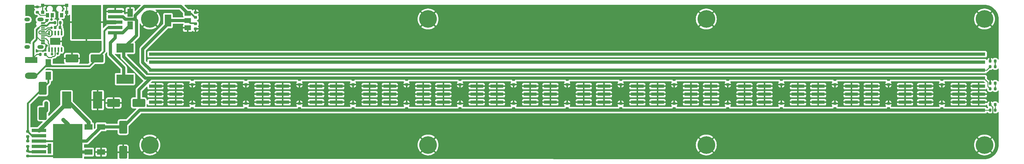
<source format=gbr>
%TF.GenerationSoftware,KiCad,Pcbnew,(6.0.9-0)*%
%TF.CreationDate,2022-11-17T19:12:12+01:00*%
%TF.ProjectId,pwr-v1,7077722d-7631-42e6-9b69-6361645f7063,rev?*%
%TF.SameCoordinates,Original*%
%TF.FileFunction,Copper,L1,Top*%
%TF.FilePolarity,Positive*%
%FSLAX46Y46*%
G04 Gerber Fmt 4.6, Leading zero omitted, Abs format (unit mm)*
G04 Created by KiCad (PCBNEW (6.0.9-0)) date 2022-11-17 19:12:12*
%MOMM*%
%LPD*%
G01*
G04 APERTURE LIST*
G04 Aperture macros list*
%AMRoundRect*
0 Rectangle with rounded corners*
0 $1 Rounding radius*
0 $2 $3 $4 $5 $6 $7 $8 $9 X,Y pos of 4 corners*
0 Add a 4 corners polygon primitive as box body*
4,1,4,$2,$3,$4,$5,$6,$7,$8,$9,$2,$3,0*
0 Add four circle primitives for the rounded corners*
1,1,$1+$1,$2,$3*
1,1,$1+$1,$4,$5*
1,1,$1+$1,$6,$7*
1,1,$1+$1,$8,$9*
0 Add four rect primitives between the rounded corners*
20,1,$1+$1,$2,$3,$4,$5,0*
20,1,$1+$1,$4,$5,$6,$7,0*
20,1,$1+$1,$6,$7,$8,$9,0*
20,1,$1+$1,$8,$9,$2,$3,0*%
G04 Aperture macros list end*
%TA.AperFunction,SMDPad,CuDef*%
%ADD10R,4.100000X1.019990*%
%TD*%
%TA.AperFunction,SMDPad,CuDef*%
%ADD11RoundRect,0.250000X1.750000X1.000000X-1.750000X1.000000X-1.750000X-1.000000X1.750000X-1.000000X0*%
%TD*%
%TA.AperFunction,ComponentPad*%
%ADD12R,3.960000X1.980000*%
%TD*%
%TA.AperFunction,ComponentPad*%
%ADD13O,3.960000X1.980000*%
%TD*%
%TA.AperFunction,SMDPad,CuDef*%
%ADD14R,1.800000X2.500000*%
%TD*%
%TA.AperFunction,SMDPad,CuDef*%
%ADD15RoundRect,0.200000X-0.275000X0.200000X-0.275000X-0.200000X0.275000X-0.200000X0.275000X0.200000X0*%
%TD*%
%TA.AperFunction,SMDPad,CuDef*%
%ADD16RoundRect,0.225000X-0.250000X0.225000X-0.250000X-0.225000X0.250000X-0.225000X0.250000X0.225000X0*%
%TD*%
%TA.AperFunction,SMDPad,CuDef*%
%ADD17R,2.000000X1.500000*%
%TD*%
%TA.AperFunction,SMDPad,CuDef*%
%ADD18R,2.000000X3.800000*%
%TD*%
%TA.AperFunction,SMDPad,CuDef*%
%ADD19RoundRect,0.200000X0.275000X-0.200000X0.275000X0.200000X-0.275000X0.200000X-0.275000X-0.200000X0*%
%TD*%
%TA.AperFunction,SMDPad,CuDef*%
%ADD20R,4.600000X1.100000*%
%TD*%
%TA.AperFunction,SMDPad,CuDef*%
%ADD21R,9.400000X10.800000*%
%TD*%
%TA.AperFunction,ComponentPad*%
%ADD22C,5.600000*%
%TD*%
%TA.AperFunction,SMDPad,CuDef*%
%ADD23RoundRect,0.225000X0.250000X-0.225000X0.250000X0.225000X-0.250000X0.225000X-0.250000X-0.225000X0*%
%TD*%
%TA.AperFunction,SMDPad,CuDef*%
%ADD24R,2.500000X1.800000*%
%TD*%
%TA.AperFunction,SMDPad,CuDef*%
%ADD25RoundRect,0.200000X-0.200000X-0.275000X0.200000X-0.275000X0.200000X0.275000X-0.200000X0.275000X0*%
%TD*%
%TA.AperFunction,SMDPad,CuDef*%
%ADD26RoundRect,0.218750X0.218750X0.256250X-0.218750X0.256250X-0.218750X-0.256250X0.218750X-0.256250X0*%
%TD*%
%TA.AperFunction,SMDPad,CuDef*%
%ADD27RoundRect,0.200000X0.200000X0.275000X-0.200000X0.275000X-0.200000X-0.275000X0.200000X-0.275000X0*%
%TD*%
%TA.AperFunction,SMDPad,CuDef*%
%ADD28O,0.559995X1.515011*%
%TD*%
%TA.AperFunction,SMDPad,CuDef*%
%ADD29R,3.200000X2.300000*%
%TD*%
%TA.AperFunction,SMDPad,CuDef*%
%ADD30R,5.400000X2.900000*%
%TD*%
%TA.AperFunction,SMDPad,CuDef*%
%ADD31R,1.000000X1.000000*%
%TD*%
%TA.AperFunction,SMDPad,CuDef*%
%ADD32R,1.000000X1.400000*%
%TD*%
%TA.AperFunction,SMDPad,CuDef*%
%ADD33RoundRect,0.250000X1.000000X-1.750000X1.000000X1.750000X-1.000000X1.750000X-1.000000X-1.750000X0*%
%TD*%
%TA.AperFunction,SMDPad,CuDef*%
%ADD34RoundRect,0.218750X-0.218750X-0.256250X0.218750X-0.256250X0.218750X0.256250X-0.218750X0.256250X0*%
%TD*%
%TA.AperFunction,ComponentPad*%
%ADD35O,2.000000X1.200000*%
%TD*%
%TA.AperFunction,ComponentPad*%
%ADD36O,1.800000X1.200000*%
%TD*%
%TA.AperFunction,SMDPad,CuDef*%
%ADD37R,1.300000X0.300000*%
%TD*%
%TA.AperFunction,SMDPad,CuDef*%
%ADD38RoundRect,0.250000X-1.000000X1.750000X-1.000000X-1.750000X1.000000X-1.750000X1.000000X1.750000X0*%
%TD*%
%TA.AperFunction,SMDPad,CuDef*%
%ADD39RoundRect,0.225000X-0.225000X-0.250000X0.225000X-0.250000X0.225000X0.250000X-0.225000X0.250000X0*%
%TD*%
%TA.AperFunction,SMDPad,CuDef*%
%ADD40R,2.900000X5.400000*%
%TD*%
%TA.AperFunction,ViaPad*%
%ADD41C,0.800000*%
%TD*%
%TA.AperFunction,Conductor*%
%ADD42C,1.270000*%
%TD*%
%TA.AperFunction,Conductor*%
%ADD43C,1.019990*%
%TD*%
%TA.AperFunction,Conductor*%
%ADD44C,0.600000*%
%TD*%
%TA.AperFunction,Conductor*%
%ADD45C,0.250000*%
%TD*%
%TA.AperFunction,Conductor*%
%ADD46C,0.508000*%
%TD*%
%TA.AperFunction,Conductor*%
%ADD47C,0.300000*%
%TD*%
%TA.AperFunction,Conductor*%
%ADD48C,0.254000*%
%TD*%
G04 APERTURE END LIST*
D10*
%TO.P,EURO207,1,1*%
%TO.N,-12V*%
X150184036Y-73203518D03*
%TO.P,EURO207,2,2*%
X143783985Y-73203518D03*
%TO.P,EURO207,3,3*%
%TO.N,GND*%
X150184036Y-70663513D03*
%TO.P,EURO207,4,4*%
X143783985Y-70663513D03*
%TO.P,EURO207,5,5*%
X150184036Y-68123508D03*
%TO.P,EURO207,6,6*%
X143783985Y-68123508D03*
%TO.P,EURO207,7,7*%
X150184036Y-65583503D03*
%TO.P,EURO207,8,8*%
X143783985Y-65583503D03*
%TO.P,EURO207,9,9*%
%TO.N,+12V*%
X150184036Y-63043498D03*
%TO.P,EURO207,10,10*%
X143783985Y-63043498D03*
%TO.P,EURO207,11,11*%
%TO.N,+5V*%
X150184036Y-60503493D03*
%TO.P,EURO207,12,12*%
X143783985Y-60503493D03*
%TO.P,EURO207,13,13*%
%TO.N,CV*%
X150184036Y-57963487D03*
%TO.P,EURO207,14,14*%
X143783985Y-57963487D03*
%TO.P,EURO207,15,15*%
%TO.N,GATE*%
X150184036Y-55423482D03*
%TO.P,EURO207,16,16*%
X143783985Y-55423482D03*
%TD*%
D11*
%TO.P,C105,1*%
%TO.N,+12V*%
X36500000Y-70900000D03*
%TO.P,C105,2*%
%TO.N,GND*%
X28500000Y-70900000D03*
%TD*%
D12*
%TO.P,SW101,1,A*%
%TO.N,VBUS*%
X2362200Y-57250000D03*
D13*
%TO.P,SW101,2,B*%
%TO.N,VBUS_SW*%
X2362200Y-62250000D03*
%TD*%
D14*
%TO.P,D102,1,K*%
%TO.N,Net-(C106-Pad2)*%
X7750000Y-62250000D03*
%TO.P,D102,2,A*%
%TO.N,VBUS_SW*%
X7750000Y-58250000D03*
%TD*%
D15*
%TO.P,R108,1*%
%TO.N,Net-(R107-Pad1)*%
X1250000Y-86125000D03*
%TO.P,R108,2*%
%TO.N,-12V*%
X1250000Y-87775000D03*
%TD*%
D10*
%TO.P,EURO215,1,1*%
%TO.N,-12V*%
X286184036Y-73203518D03*
%TO.P,EURO215,2,2*%
X279783985Y-73203518D03*
%TO.P,EURO215,3,3*%
%TO.N,GND*%
X286184036Y-70663513D03*
%TO.P,EURO215,4,4*%
X279783985Y-70663513D03*
%TO.P,EURO215,5,5*%
X286184036Y-68123508D03*
%TO.P,EURO215,6,6*%
X279783985Y-68123508D03*
%TO.P,EURO215,7,7*%
X286184036Y-65583503D03*
%TO.P,EURO215,8,8*%
X279783985Y-65583503D03*
%TO.P,EURO215,9,9*%
%TO.N,+12V*%
X286184036Y-63043498D03*
%TO.P,EURO215,10,10*%
X279783985Y-63043498D03*
%TO.P,EURO215,11,11*%
%TO.N,+5V*%
X286184036Y-60503493D03*
%TO.P,EURO215,12,12*%
X279783985Y-60503493D03*
%TO.P,EURO215,13,13*%
%TO.N,CV*%
X286184036Y-57963487D03*
%TO.P,EURO215,14,14*%
X279783985Y-57963487D03*
%TO.P,EURO215,15,15*%
%TO.N,GATE*%
X286184036Y-55423482D03*
%TO.P,EURO215,16,16*%
X279783985Y-55423482D03*
%TD*%
D16*
%TO.P,C218,1*%
%TO.N,+12V*%
X104500000Y-63475000D03*
%TO.P,C218,2*%
%TO.N,GND*%
X104500000Y-65025000D03*
%TD*%
D17*
%TO.P,U104,1,GND*%
%TO.N,GND*%
X52050000Y-47050000D03*
D18*
%TO.P,U104,2,VO*%
%TO.N,+5V*%
X45750000Y-44750000D03*
D17*
X52050000Y-44750000D03*
%TO.P,U104,3,VI*%
%TO.N,+12V*%
X52050000Y-42450000D03*
%TD*%
D11*
%TO.P,C104,1*%
%TO.N,VBUS_SW*%
X23250000Y-56750000D03*
%TO.P,C104,2*%
%TO.N,GND*%
X15250000Y-56750000D03*
%TD*%
D16*
%TO.P,C221,1*%
%TO.N,+12V*%
X206500000Y-63475000D03*
%TO.P,C221,2*%
%TO.N,GND*%
X206500000Y-65025000D03*
%TD*%
D19*
%TO.P,R107,1*%
%TO.N,Net-(R107-Pad1)*%
X1250000Y-84675000D03*
%TO.P,R107,2*%
%TO.N,Net-(C106-Pad1)*%
X1250000Y-83025000D03*
%TD*%
D20*
%TO.P,U105,1,OUT*%
%TO.N,Net-(D101-Pad1)*%
X29025000Y-48650000D03*
%TO.P,U105,2,VIN*%
%TO.N,VBUS_SW*%
X29025000Y-46950000D03*
D21*
%TO.P,U105,3,GND*%
%TO.N,GND*%
X19875000Y-45250000D03*
D20*
X29025000Y-45250000D03*
%TO.P,U105,4,FB*%
%TO.N,+12V*%
X29025000Y-43550000D03*
%TO.P,U105,5,ON/~{OFF}*%
%TO.N,GND*%
X29025000Y-41850000D03*
%TD*%
D22*
%TO.P,REF\u002A\u002A,*%
%TO.N,GND*%
X305000000Y-84250000D03*
%TD*%
D23*
%TO.P,C224,1*%
%TO.N,-12V*%
X70500000Y-72645000D03*
%TO.P,C224,2*%
%TO.N,GND*%
X70500000Y-71095000D03*
%TD*%
D24*
%TO.P,D107,1,K*%
%TO.N,GND*%
X24500000Y-86500000D03*
%TO.P,D107,2,A*%
%TO.N,-12V*%
X20500000Y-86500000D03*
%TD*%
D25*
%TO.P,R104,1*%
%TO.N,+12V*%
X306775000Y-66400000D03*
%TO.P,R104,2*%
%TO.N,Net-(D103-Pad2)*%
X308425000Y-66400000D03*
%TD*%
D23*
%TO.P,C230,1*%
%TO.N,-12V*%
X274500000Y-72645000D03*
%TO.P,C230,2*%
%TO.N,GND*%
X274500000Y-71095000D03*
%TD*%
D16*
%TO.P,C222,1*%
%TO.N,+12V*%
X240500000Y-63475000D03*
%TO.P,C222,2*%
%TO.N,GND*%
X240500000Y-65025000D03*
%TD*%
%TO.P,C223,1*%
%TO.N,+12V*%
X274500000Y-63475000D03*
%TO.P,C223,2*%
%TO.N,GND*%
X274500000Y-65025000D03*
%TD*%
D22*
%TO.P,REF\u002A\u002A,*%
%TO.N,GND*%
X216666666Y-44250000D03*
%TD*%
D26*
%TO.P,D104,1,K*%
%TO.N,Net-(D104-Pad1)*%
X308387500Y-71400000D03*
%TO.P,D104,2,A*%
%TO.N,GND*%
X306812500Y-71400000D03*
%TD*%
D16*
%TO.P,C208,1*%
%TO.N,+12V*%
X291500000Y-63475000D03*
%TO.P,C208,2*%
%TO.N,GND*%
X291500000Y-65025000D03*
%TD*%
D23*
%TO.P,C227,1*%
%TO.N,-12V*%
X172500000Y-72645000D03*
%TO.P,C227,2*%
%TO.N,GND*%
X172500000Y-71095000D03*
%TD*%
D10*
%TO.P,EURO216,1,1*%
%TO.N,-12V*%
X303184036Y-73203518D03*
%TO.P,EURO216,2,2*%
X296783985Y-73203518D03*
%TO.P,EURO216,3,3*%
%TO.N,GND*%
X303184036Y-70663513D03*
%TO.P,EURO216,4,4*%
X296783985Y-70663513D03*
%TO.P,EURO216,5,5*%
X303184036Y-68123508D03*
%TO.P,EURO216,6,6*%
X296783985Y-68123508D03*
%TO.P,EURO216,7,7*%
X303184036Y-65583503D03*
%TO.P,EURO216,8,8*%
X296783985Y-65583503D03*
%TO.P,EURO216,9,9*%
%TO.N,+12V*%
X303184036Y-63043498D03*
%TO.P,EURO216,10,10*%
X296783985Y-63043498D03*
%TO.P,EURO216,11,11*%
%TO.N,+5V*%
X303184036Y-60503493D03*
%TO.P,EURO216,12,12*%
X296783985Y-60503493D03*
%TO.P,EURO216,13,13*%
%TO.N,CV*%
X303184036Y-57963487D03*
%TO.P,EURO216,14,14*%
X296783985Y-57963487D03*
%TO.P,EURO216,15,15*%
%TO.N,GATE*%
X303184036Y-55423482D03*
%TO.P,EURO216,16,16*%
X296783985Y-55423482D03*
%TD*%
D20*
%TO.P,U106,1,OUT*%
%TO.N,Net-(D106-Pad1)*%
X4775000Y-79625000D03*
%TO.P,U106,2,VIN*%
%TO.N,Net-(C106-Pad2)*%
X4775000Y-81325000D03*
D21*
%TO.P,U106,3,GND*%
%TO.N,-12V*%
X13925000Y-83025000D03*
D20*
X4775000Y-83025000D03*
%TO.P,U106,4,FB*%
%TO.N,GND*%
X4775000Y-84725000D03*
%TO.P,U106,5,ON/~{OFF}*%
%TO.N,Net-(R107-Pad1)*%
X4775000Y-86425000D03*
%TD*%
D27*
%TO.P,R101,1*%
%TO.N,/VDD*%
X11550000Y-45375000D03*
%TO.P,R101,2*%
%TO.N,VBUS*%
X9900000Y-45375000D03*
%TD*%
D28*
%TO.P,U103,1,VDD*%
%TO.N,/VDD*%
X11975000Y-48700013D03*
%TO.P,U103,2,CFG2*%
%TO.N,unconnected-(U103-Pad2)*%
X10975000Y-48700013D03*
%TO.P,U103,3,CFG3*%
%TO.N,unconnected-(U103-Pad3)*%
X9975000Y-48700013D03*
%TO.P,U103,4,DP*%
%TO.N,DP*%
X8975000Y-48700013D03*
%TO.P,U103,5,DM*%
%TO.N,DN*%
X7975000Y-48700013D03*
%TO.P,U103,6,CC2*%
%TO.N,CC2*%
X7975000Y-53999987D03*
%TO.P,U103,7,CC1*%
%TO.N,CC1*%
X8975000Y-53999987D03*
%TO.P,U103,8,VBUS*%
%TO.N,Net-(R103-Pad2)*%
X9975000Y-53999987D03*
%TO.P,U103,9,CFG1*%
%TO.N,CFG1*%
X10975000Y-53999987D03*
%TO.P,U103,10,PG*%
%TO.N,unconnected-(U103-Pad10)*%
X11975000Y-53999987D03*
D29*
%TO.P,U103,11,GND*%
%TO.N,GND*%
X9975000Y-51350000D03*
%TD*%
D10*
%TO.P,EURO212,1,1*%
%TO.N,-12V*%
X235184036Y-73203518D03*
%TO.P,EURO212,2,2*%
X228783985Y-73203518D03*
%TO.P,EURO212,3,3*%
%TO.N,GND*%
X235184036Y-70663513D03*
%TO.P,EURO212,4,4*%
X228783985Y-70663513D03*
%TO.P,EURO212,5,5*%
X235184036Y-68123508D03*
%TO.P,EURO212,6,6*%
X228783985Y-68123508D03*
%TO.P,EURO212,7,7*%
X235184036Y-65583503D03*
%TO.P,EURO212,8,8*%
X228783985Y-65583503D03*
%TO.P,EURO212,9,9*%
%TO.N,+12V*%
X235184036Y-63043498D03*
%TO.P,EURO212,10,10*%
X228783985Y-63043498D03*
%TO.P,EURO212,11,11*%
%TO.N,+5V*%
X235184036Y-60503493D03*
%TO.P,EURO212,12,12*%
X228783985Y-60503493D03*
%TO.P,EURO212,13,13*%
%TO.N,CV*%
X235184036Y-57963487D03*
%TO.P,EURO212,14,14*%
X228783985Y-57963487D03*
%TO.P,EURO212,15,15*%
%TO.N,GATE*%
X235184036Y-55423482D03*
%TO.P,EURO212,16,16*%
X228783985Y-55423482D03*
%TD*%
D16*
%TO.P,C201,1*%
%TO.N,+12V*%
X53500000Y-63475000D03*
%TO.P,C201,2*%
%TO.N,GND*%
X53500000Y-65025000D03*
%TD*%
D10*
%TO.P,EURO213,1,1*%
%TO.N,-12V*%
X252184036Y-73203518D03*
%TO.P,EURO213,2,2*%
X245783985Y-73203518D03*
%TO.P,EURO213,3,3*%
%TO.N,GND*%
X252184036Y-70663513D03*
%TO.P,EURO213,4,4*%
X245783985Y-70663513D03*
%TO.P,EURO213,5,5*%
X252184036Y-68123508D03*
%TO.P,EURO213,6,6*%
X245783985Y-68123508D03*
%TO.P,EURO213,7,7*%
X252184036Y-65583503D03*
%TO.P,EURO213,8,8*%
X245783985Y-65583503D03*
%TO.P,EURO213,9,9*%
%TO.N,+12V*%
X252184036Y-63043498D03*
%TO.P,EURO213,10,10*%
X245783985Y-63043498D03*
%TO.P,EURO213,11,11*%
%TO.N,+5V*%
X252184036Y-60503493D03*
%TO.P,EURO213,12,12*%
X245783985Y-60503493D03*
%TO.P,EURO213,13,13*%
%TO.N,CV*%
X252184036Y-57963487D03*
%TO.P,EURO213,14,14*%
X245783985Y-57963487D03*
%TO.P,EURO213,15,15*%
%TO.N,GATE*%
X252184036Y-55423482D03*
%TO.P,EURO213,16,16*%
X245783985Y-55423482D03*
%TD*%
D16*
%TO.P,C102,1*%
%TO.N,GND*%
X54500000Y-42175000D03*
%TO.P,C102,2*%
%TO.N,+12V*%
X54500000Y-43725000D03*
%TD*%
D10*
%TO.P,EURO210,1,1*%
%TO.N,-12V*%
X201184036Y-73203518D03*
%TO.P,EURO210,2,2*%
X194783985Y-73203518D03*
%TO.P,EURO210,3,3*%
%TO.N,GND*%
X201184036Y-70663513D03*
%TO.P,EURO210,4,4*%
X194783985Y-70663513D03*
%TO.P,EURO210,5,5*%
X201184036Y-68123508D03*
%TO.P,EURO210,6,6*%
X194783985Y-68123508D03*
%TO.P,EURO210,7,7*%
X201184036Y-65583503D03*
%TO.P,EURO210,8,8*%
X194783985Y-65583503D03*
%TO.P,EURO210,9,9*%
%TO.N,+12V*%
X201184036Y-63043498D03*
%TO.P,EURO210,10,10*%
X194783985Y-63043498D03*
%TO.P,EURO210,11,11*%
%TO.N,+5V*%
X201184036Y-60503493D03*
%TO.P,EURO210,12,12*%
X194783985Y-60503493D03*
%TO.P,EURO210,13,13*%
%TO.N,CV*%
X201184036Y-57963487D03*
%TO.P,EURO210,14,14*%
X194783985Y-57963487D03*
%TO.P,EURO210,15,15*%
%TO.N,GATE*%
X201184036Y-55423482D03*
%TO.P,EURO210,16,16*%
X194783985Y-55423482D03*
%TD*%
D30*
%TO.P,L101,1*%
%TO.N,Net-(D101-Pad1)*%
X32100000Y-63350000D03*
%TO.P,L101,2*%
%TO.N,+12V*%
X32100000Y-53450000D03*
%TD*%
D22*
%TO.P,REF\u002A\u002A,*%
%TO.N,GND*%
X40000000Y-44250000D03*
%TD*%
D23*
%TO.P,C103,1*%
%TO.N,GND*%
X54500000Y-47325000D03*
%TO.P,C103,2*%
%TO.N,+5V*%
X54500000Y-45775000D03*
%TD*%
D10*
%TO.P,EURO208,1,1*%
%TO.N,-12V*%
X167184036Y-73203518D03*
%TO.P,EURO208,2,2*%
X160783985Y-73203518D03*
%TO.P,EURO208,3,3*%
%TO.N,GND*%
X167184036Y-70663513D03*
%TO.P,EURO208,4,4*%
X160783985Y-70663513D03*
%TO.P,EURO208,5,5*%
X167184036Y-68123508D03*
%TO.P,EURO208,6,6*%
X160783985Y-68123508D03*
%TO.P,EURO208,7,7*%
X167184036Y-65583503D03*
%TO.P,EURO208,8,8*%
X160783985Y-65583503D03*
%TO.P,EURO208,9,9*%
%TO.N,+12V*%
X167184036Y-63043498D03*
%TO.P,EURO208,10,10*%
X160783985Y-63043498D03*
%TO.P,EURO208,11,11*%
%TO.N,+5V*%
X167184036Y-60503493D03*
%TO.P,EURO208,12,12*%
X160783985Y-60503493D03*
%TO.P,EURO208,13,13*%
%TO.N,CV*%
X167184036Y-57963487D03*
%TO.P,EURO208,14,14*%
X160783985Y-57963487D03*
%TO.P,EURO208,15,15*%
%TO.N,GATE*%
X167184036Y-55423482D03*
%TO.P,EURO208,16,16*%
X160783985Y-55423482D03*
%TD*%
D22*
%TO.P,REF\u002A\u002A,*%
%TO.N,GND*%
X128333333Y-44250000D03*
%TD*%
D25*
%TO.P,R105,1*%
%TO.N,-12V*%
X306775000Y-73200000D03*
%TO.P,R105,2*%
%TO.N,Net-(D104-Pad1)*%
X308425000Y-73200000D03*
%TD*%
D23*
%TO.P,C214,1*%
%TO.N,-12V*%
X223500000Y-72645000D03*
%TO.P,C214,2*%
%TO.N,GND*%
X223500000Y-71095000D03*
%TD*%
D31*
%TO.P,U102,0,0*%
%TO.N,GND*%
X5949898Y-42103035D03*
X13550102Y-39902883D03*
X13550102Y-42103035D03*
X5949898Y-39902883D03*
D32*
%TO.P,U102,1,1*%
%TO.N,unconnected-(U102-Pad1)*%
X11999936Y-43020993D03*
%TO.P,U102,2,2*%
%TO.N,CFG1*%
X8999936Y-43021044D03*
%TO.P,U102,3,3*%
%TO.N,Net-(R102-Pad1)*%
X7500064Y-43021044D03*
%TD*%
D16*
%TO.P,C203,1*%
%TO.N,+12V*%
X121500000Y-63475000D03*
%TO.P,C203,2*%
%TO.N,GND*%
X121500000Y-65025000D03*
%TD*%
D33*
%TO.P,C108,1*%
%TO.N,GND*%
X31500000Y-86600000D03*
%TO.P,C108,2*%
%TO.N,-12V*%
X31500000Y-78600000D03*
%TD*%
D16*
%TO.P,C207,1*%
%TO.N,+12V*%
X257500000Y-63475000D03*
%TO.P,C207,2*%
%TO.N,GND*%
X257500000Y-65025000D03*
%TD*%
D23*
%TO.P,C213,1*%
%TO.N,-12V*%
X189500000Y-72645000D03*
%TO.P,C213,2*%
%TO.N,GND*%
X189500000Y-71095000D03*
%TD*%
D16*
%TO.P,C204,1*%
%TO.N,+12V*%
X155500000Y-63475000D03*
%TO.P,C204,2*%
%TO.N,GND*%
X155500000Y-65025000D03*
%TD*%
%TO.P,C205,1*%
%TO.N,+12V*%
X189500000Y-63475000D03*
%TO.P,C205,2*%
%TO.N,GND*%
X189500000Y-65025000D03*
%TD*%
D34*
%TO.P,D105,1,K*%
%TO.N,GND*%
X306812500Y-57600000D03*
%TO.P,D105,2,A*%
%TO.N,Net-(D105-Pad2)*%
X308387500Y-57600000D03*
%TD*%
D16*
%TO.P,C217,1*%
%TO.N,+12V*%
X70500000Y-63475000D03*
%TO.P,C217,2*%
%TO.N,GND*%
X70500000Y-65025000D03*
%TD*%
D23*
%TO.P,C228,1*%
%TO.N,-12V*%
X206500000Y-72645000D03*
%TO.P,C228,2*%
%TO.N,GND*%
X206500000Y-71095000D03*
%TD*%
D14*
%TO.P,D101,1,K*%
%TO.N,Net-(D101-Pad1)*%
X33750000Y-46250000D03*
%TO.P,D101,2,A*%
%TO.N,GND*%
X33750000Y-42250000D03*
%TD*%
D16*
%TO.P,C206,1*%
%TO.N,+12V*%
X223500000Y-63475000D03*
%TO.P,C206,2*%
%TO.N,GND*%
X223500000Y-65025000D03*
%TD*%
D10*
%TO.P,EURO214,1,1*%
%TO.N,-12V*%
X269184036Y-73203518D03*
%TO.P,EURO214,2,2*%
X262783985Y-73203518D03*
%TO.P,EURO214,3,3*%
%TO.N,GND*%
X269184036Y-70663513D03*
%TO.P,EURO214,4,4*%
X262783985Y-70663513D03*
%TO.P,EURO214,5,5*%
X269184036Y-68123508D03*
%TO.P,EURO214,6,6*%
X262783985Y-68123508D03*
%TO.P,EURO214,7,7*%
X269184036Y-65583503D03*
%TO.P,EURO214,8,8*%
X262783985Y-65583503D03*
%TO.P,EURO214,9,9*%
%TO.N,+12V*%
X269184036Y-63043498D03*
%TO.P,EURO214,10,10*%
X262783985Y-63043498D03*
%TO.P,EURO214,11,11*%
%TO.N,+5V*%
X269184036Y-60503493D03*
%TO.P,EURO214,12,12*%
X262783985Y-60503493D03*
%TO.P,EURO214,13,13*%
%TO.N,CV*%
X269184036Y-57963487D03*
%TO.P,EURO214,14,14*%
X262783985Y-57963487D03*
%TO.P,EURO214,15,15*%
%TO.N,GATE*%
X269184036Y-55423482D03*
%TO.P,EURO214,16,16*%
X262783985Y-55423482D03*
%TD*%
%TO.P,EURO202,1,1*%
%TO.N,-12V*%
X65184036Y-73203518D03*
%TO.P,EURO202,2,2*%
X58783985Y-73203518D03*
%TO.P,EURO202,3,3*%
%TO.N,GND*%
X65184036Y-70663513D03*
%TO.P,EURO202,4,4*%
X58783985Y-70663513D03*
%TO.P,EURO202,5,5*%
X65184036Y-68123508D03*
%TO.P,EURO202,6,6*%
X58783985Y-68123508D03*
%TO.P,EURO202,7,7*%
X65184036Y-65583503D03*
%TO.P,EURO202,8,8*%
X58783985Y-65583503D03*
%TO.P,EURO202,9,9*%
%TO.N,+12V*%
X65184036Y-63043498D03*
%TO.P,EURO202,10,10*%
X58783985Y-63043498D03*
%TO.P,EURO202,11,11*%
%TO.N,+5V*%
X65184036Y-60503493D03*
%TO.P,EURO202,12,12*%
X58783985Y-60503493D03*
%TO.P,EURO202,13,13*%
%TO.N,CV*%
X65184036Y-57963487D03*
%TO.P,EURO202,14,14*%
X58783985Y-57963487D03*
%TO.P,EURO202,15,15*%
%TO.N,GATE*%
X65184036Y-55423482D03*
%TO.P,EURO202,16,16*%
X58783985Y-55423482D03*
%TD*%
%TO.P,EURO209,1,1*%
%TO.N,-12V*%
X184184036Y-73203518D03*
%TO.P,EURO209,2,2*%
X177783985Y-73203518D03*
%TO.P,EURO209,3,3*%
%TO.N,GND*%
X184184036Y-70663513D03*
%TO.P,EURO209,4,4*%
X177783985Y-70663513D03*
%TO.P,EURO209,5,5*%
X184184036Y-68123508D03*
%TO.P,EURO209,6,6*%
X177783985Y-68123508D03*
%TO.P,EURO209,7,7*%
X184184036Y-65583503D03*
%TO.P,EURO209,8,8*%
X177783985Y-65583503D03*
%TO.P,EURO209,9,9*%
%TO.N,+12V*%
X184184036Y-63043498D03*
%TO.P,EURO209,10,10*%
X177783985Y-63043498D03*
%TO.P,EURO209,11,11*%
%TO.N,+5V*%
X184184036Y-60503493D03*
%TO.P,EURO209,12,12*%
X177783985Y-60503493D03*
%TO.P,EURO209,13,13*%
%TO.N,CV*%
X184184036Y-57963487D03*
%TO.P,EURO209,14,14*%
X177783985Y-57963487D03*
%TO.P,EURO209,15,15*%
%TO.N,GATE*%
X184184036Y-55423482D03*
%TO.P,EURO209,16,16*%
X177783985Y-55423482D03*
%TD*%
D24*
%TO.P,D106,1,K*%
%TO.N,Net-(D106-Pad1)*%
X20500000Y-78500000D03*
%TO.P,D106,2,A*%
%TO.N,-12V*%
X24500000Y-78500000D03*
%TD*%
D23*
%TO.P,C226,1*%
%TO.N,-12V*%
X138500000Y-72645000D03*
%TO.P,C226,2*%
%TO.N,GND*%
X138500000Y-71095000D03*
%TD*%
%TO.P,C106,1*%
%TO.N,Net-(C106-Pad1)*%
X1250000Y-81525000D03*
%TO.P,C106,2*%
%TO.N,Net-(C106-Pad2)*%
X1250000Y-79975000D03*
%TD*%
D25*
%TO.P,R103,1*%
%TO.N,VBUS*%
X5208000Y-55499000D03*
%TO.P,R103,2*%
%TO.N,Net-(R103-Pad2)*%
X6858000Y-55499000D03*
%TD*%
D23*
%TO.P,C216,1*%
%TO.N,-12V*%
X291500000Y-72645000D03*
%TO.P,C216,2*%
%TO.N,GND*%
X291500000Y-71095000D03*
%TD*%
D22*
%TO.P,REF\u002A\u002A,*%
%TO.N,GND*%
X40000000Y-84250000D03*
%TD*%
%TO.P,REF\u002A\u002A,*%
%TO.N,GND*%
X305000000Y-44250000D03*
%TD*%
D23*
%TO.P,C211,1*%
%TO.N,-12V*%
X121500000Y-72645000D03*
%TO.P,C211,2*%
%TO.N,GND*%
X121500000Y-71095000D03*
%TD*%
D35*
%TO.P,U101,0,SH*%
%TO.N,unconnected-(U101-Pad0)*%
X5265748Y-44423863D03*
%TO.P,U101,1*%
%TO.N,N/C*%
X5265748Y-53074105D03*
D36*
%TO.P,U101,2*%
X1065850Y-53074105D03*
%TO.P,U101,3*%
X1065850Y-44423863D03*
D37*
%TO.P,U101,A1,GND*%
%TO.N,GND*%
X6034100Y-45398971D03*
%TO.P,U101,A4,VBUS*%
%TO.N,VBUS*%
X6034100Y-46199073D03*
%TO.P,U101,A5,CC1*%
%TO.N,CC1*%
X6034100Y-47499047D03*
%TO.P,U101,A6,DP1*%
%TO.N,DP*%
X6034100Y-48499047D03*
%TO.P,U101,A7,DN1*%
%TO.N,DN*%
X6034100Y-48998920D03*
%TO.P,U101,A8,SBU1*%
%TO.N,unconnected-(U101-PadA8)*%
X6034100Y-49998666D03*
%TO.P,U101,A9,VBUS*%
%TO.N,VBUS*%
X6034100Y-51299149D03*
%TO.P,U101,A12,GND*%
%TO.N,GND*%
X6034100Y-52098997D03*
%TO.P,U101,B1,GND*%
X6034100Y-51799022D03*
%TO.P,U101,B4,VBUS*%
%TO.N,VBUS*%
X6034100Y-50998920D03*
%TO.P,U101,B5,CC2*%
%TO.N,CC2*%
X6034100Y-50499047D03*
%TO.P,U101,B6,DP2*%
%TO.N,DP*%
X6034100Y-49499047D03*
%TO.P,U101,B7,DN2*%
%TO.N,DN*%
X6034100Y-47998920D03*
%TO.P,U101,B8,SBU2*%
%TO.N,unconnected-(U101-PadB8)*%
X6034100Y-46998920D03*
%TO.P,U101,B9,VBUS*%
%TO.N,VBUS*%
X6034100Y-46499047D03*
%TO.P,U101,B12,GND*%
%TO.N,GND*%
X6034100Y-45698946D03*
%TD*%
D38*
%TO.P,C107,1*%
%TO.N,Net-(C106-Pad2)*%
X6000000Y-66250000D03*
%TO.P,C107,2*%
%TO.N,-12V*%
X6000000Y-74250000D03*
%TD*%
D23*
%TO.P,C210,1*%
%TO.N,-12V*%
X87500000Y-72645000D03*
%TO.P,C210,2*%
%TO.N,GND*%
X87500000Y-71095000D03*
%TD*%
D10*
%TO.P,EURO205,1,1*%
%TO.N,-12V*%
X116184036Y-73203518D03*
%TO.P,EURO205,2,2*%
X109783985Y-73203518D03*
%TO.P,EURO205,3,3*%
%TO.N,GND*%
X116184036Y-70663513D03*
%TO.P,EURO205,4,4*%
X109783985Y-70663513D03*
%TO.P,EURO205,5,5*%
X116184036Y-68123508D03*
%TO.P,EURO205,6,6*%
X109783985Y-68123508D03*
%TO.P,EURO205,7,7*%
X116184036Y-65583503D03*
%TO.P,EURO205,8,8*%
X109783985Y-65583503D03*
%TO.P,EURO205,9,9*%
%TO.N,+12V*%
X116184036Y-63043498D03*
%TO.P,EURO205,10,10*%
X109783985Y-63043498D03*
%TO.P,EURO205,11,11*%
%TO.N,+5V*%
X116184036Y-60503493D03*
%TO.P,EURO205,12,12*%
X109783985Y-60503493D03*
%TO.P,EURO205,13,13*%
%TO.N,CV*%
X116184036Y-57963487D03*
%TO.P,EURO205,14,14*%
X109783985Y-57963487D03*
%TO.P,EURO205,15,15*%
%TO.N,GATE*%
X116184036Y-55423482D03*
%TO.P,EURO205,16,16*%
X109783985Y-55423482D03*
%TD*%
D22*
%TO.P,REF\u002A\u002A,*%
%TO.N,GND*%
X216666666Y-84250000D03*
%TD*%
D19*
%TO.P,R102,1*%
%TO.N,Net-(R102-Pad1)*%
X4250000Y-42075000D03*
%TO.P,R102,2*%
%TO.N,GND*%
X4250000Y-40425000D03*
%TD*%
D23*
%TO.P,C215,1*%
%TO.N,-12V*%
X257500000Y-72645000D03*
%TO.P,C215,2*%
%TO.N,GND*%
X257500000Y-71095000D03*
%TD*%
D25*
%TO.P,R106,1*%
%TO.N,+5V*%
X306775000Y-59400000D03*
%TO.P,R106,2*%
%TO.N,Net-(D105-Pad2)*%
X308425000Y-59400000D03*
%TD*%
D10*
%TO.P,EURO204,1,1*%
%TO.N,-12V*%
X99184036Y-73203518D03*
%TO.P,EURO204,2,2*%
X92783985Y-73203518D03*
%TO.P,EURO204,3,3*%
%TO.N,GND*%
X99184036Y-70663513D03*
%TO.P,EURO204,4,4*%
X92783985Y-70663513D03*
%TO.P,EURO204,5,5*%
X99184036Y-68123508D03*
%TO.P,EURO204,6,6*%
X92783985Y-68123508D03*
%TO.P,EURO204,7,7*%
X99184036Y-65583503D03*
%TO.P,EURO204,8,8*%
X92783985Y-65583503D03*
%TO.P,EURO204,9,9*%
%TO.N,+12V*%
X99184036Y-63043498D03*
%TO.P,EURO204,10,10*%
X92783985Y-63043498D03*
%TO.P,EURO204,11,11*%
%TO.N,+5V*%
X99184036Y-60503493D03*
%TO.P,EURO204,12,12*%
X92783985Y-60503493D03*
%TO.P,EURO204,13,13*%
%TO.N,CV*%
X99184036Y-57963487D03*
%TO.P,EURO204,14,14*%
X92783985Y-57963487D03*
%TO.P,EURO204,15,15*%
%TO.N,GATE*%
X99184036Y-55423482D03*
%TO.P,EURO204,16,16*%
X92783985Y-55423482D03*
%TD*%
D23*
%TO.P,C209,1*%
%TO.N,-12V*%
X53500000Y-72645000D03*
%TO.P,C209,2*%
%TO.N,GND*%
X53500000Y-71095000D03*
%TD*%
D10*
%TO.P,EURO201,1,1*%
%TO.N,-12V*%
X48184036Y-73203518D03*
%TO.P,EURO201,2,2*%
X41783985Y-73203518D03*
%TO.P,EURO201,3,3*%
%TO.N,GND*%
X48184036Y-70663513D03*
%TO.P,EURO201,4,4*%
X41783985Y-70663513D03*
%TO.P,EURO201,5,5*%
X48184036Y-68123508D03*
%TO.P,EURO201,6,6*%
X41783985Y-68123508D03*
%TO.P,EURO201,7,7*%
X48184036Y-65583503D03*
%TO.P,EURO201,8,8*%
X41783985Y-65583503D03*
%TO.P,EURO201,9,9*%
%TO.N,+12V*%
X48184036Y-63043498D03*
%TO.P,EURO201,10,10*%
X41783985Y-63043498D03*
%TO.P,EURO201,11,11*%
%TO.N,+5V*%
X48184036Y-60503493D03*
%TO.P,EURO201,12,12*%
X41783985Y-60503493D03*
%TO.P,EURO201,13,13*%
%TO.N,CV*%
X48184036Y-57963487D03*
%TO.P,EURO201,14,14*%
X41783985Y-57963487D03*
%TO.P,EURO201,15,15*%
%TO.N,GATE*%
X48184036Y-55423482D03*
%TO.P,EURO201,16,16*%
X41783985Y-55423482D03*
%TD*%
%TO.P,EURO203,1,1*%
%TO.N,-12V*%
X82184036Y-73203518D03*
%TO.P,EURO203,2,2*%
X75783985Y-73203518D03*
%TO.P,EURO203,3,3*%
%TO.N,GND*%
X82184036Y-70663513D03*
%TO.P,EURO203,4,4*%
X75783985Y-70663513D03*
%TO.P,EURO203,5,5*%
X82184036Y-68123508D03*
%TO.P,EURO203,6,6*%
X75783985Y-68123508D03*
%TO.P,EURO203,7,7*%
X82184036Y-65583503D03*
%TO.P,EURO203,8,8*%
X75783985Y-65583503D03*
%TO.P,EURO203,9,9*%
%TO.N,+12V*%
X82184036Y-63043498D03*
%TO.P,EURO203,10,10*%
X75783985Y-63043498D03*
%TO.P,EURO203,11,11*%
%TO.N,+5V*%
X82184036Y-60503493D03*
%TO.P,EURO203,12,12*%
X75783985Y-60503493D03*
%TO.P,EURO203,13,13*%
%TO.N,CV*%
X82184036Y-57963487D03*
%TO.P,EURO203,14,14*%
X75783985Y-57963487D03*
%TO.P,EURO203,15,15*%
%TO.N,GATE*%
X82184036Y-55423482D03*
%TO.P,EURO203,16,16*%
X75783985Y-55423482D03*
%TD*%
D39*
%TO.P,C101,1*%
%TO.N,GND*%
X9950000Y-46925000D03*
%TO.P,C101,2*%
%TO.N,/VDD*%
X11500000Y-46925000D03*
%TD*%
D10*
%TO.P,EURO206,1,1*%
%TO.N,-12V*%
X133184036Y-73203518D03*
%TO.P,EURO206,2,2*%
X126783985Y-73203518D03*
%TO.P,EURO206,3,3*%
%TO.N,GND*%
X133184036Y-70663513D03*
%TO.P,EURO206,4,4*%
X126783985Y-70663513D03*
%TO.P,EURO206,5,5*%
X133184036Y-68123508D03*
%TO.P,EURO206,6,6*%
X126783985Y-68123508D03*
%TO.P,EURO206,7,7*%
X133184036Y-65583503D03*
%TO.P,EURO206,8,8*%
X126783985Y-65583503D03*
%TO.P,EURO206,9,9*%
%TO.N,+12V*%
X133184036Y-63043498D03*
%TO.P,EURO206,10,10*%
X126783985Y-63043498D03*
%TO.P,EURO206,11,11*%
%TO.N,+5V*%
X133184036Y-60503493D03*
%TO.P,EURO206,12,12*%
X126783985Y-60503493D03*
%TO.P,EURO206,13,13*%
%TO.N,CV*%
X133184036Y-57963487D03*
%TO.P,EURO206,14,14*%
X126783985Y-57963487D03*
%TO.P,EURO206,15,15*%
%TO.N,GATE*%
X133184036Y-55423482D03*
%TO.P,EURO206,16,16*%
X126783985Y-55423482D03*
%TD*%
D40*
%TO.P,L102,1*%
%TO.N,Net-(D106-Pad1)*%
X13550000Y-70000000D03*
%TO.P,L102,2*%
%TO.N,GND*%
X23450000Y-70000000D03*
%TD*%
D10*
%TO.P,EURO211,1,1*%
%TO.N,-12V*%
X218184036Y-73203518D03*
%TO.P,EURO211,2,2*%
X211783985Y-73203518D03*
%TO.P,EURO211,3,3*%
%TO.N,GND*%
X218184036Y-70663513D03*
%TO.P,EURO211,4,4*%
X211783985Y-70663513D03*
%TO.P,EURO211,5,5*%
X218184036Y-68123508D03*
%TO.P,EURO211,6,6*%
X211783985Y-68123508D03*
%TO.P,EURO211,7,7*%
X218184036Y-65583503D03*
%TO.P,EURO211,8,8*%
X211783985Y-65583503D03*
%TO.P,EURO211,9,9*%
%TO.N,+12V*%
X218184036Y-63043498D03*
%TO.P,EURO211,10,10*%
X211783985Y-63043498D03*
%TO.P,EURO211,11,11*%
%TO.N,+5V*%
X218184036Y-60503493D03*
%TO.P,EURO211,12,12*%
X211783985Y-60503493D03*
%TO.P,EURO211,13,13*%
%TO.N,CV*%
X218184036Y-57963487D03*
%TO.P,EURO211,14,14*%
X211783985Y-57963487D03*
%TO.P,EURO211,15,15*%
%TO.N,GATE*%
X218184036Y-55423482D03*
%TO.P,EURO211,16,16*%
X211783985Y-55423482D03*
%TD*%
D22*
%TO.P,REF\u002A\u002A,*%
%TO.N,GND*%
X128333333Y-84250000D03*
%TD*%
D16*
%TO.P,C219,1*%
%TO.N,+12V*%
X138500000Y-63475000D03*
%TO.P,C219,2*%
%TO.N,GND*%
X138500000Y-65025000D03*
%TD*%
D34*
%TO.P,D103,1,K*%
%TO.N,GND*%
X306812500Y-64600000D03*
%TO.P,D103,2,A*%
%TO.N,Net-(D103-Pad2)*%
X308387500Y-64600000D03*
%TD*%
D16*
%TO.P,C220,1*%
%TO.N,+12V*%
X172500000Y-63475000D03*
%TO.P,C220,2*%
%TO.N,GND*%
X172500000Y-65025000D03*
%TD*%
D23*
%TO.P,C225,1*%
%TO.N,-12V*%
X104500000Y-72645000D03*
%TO.P,C225,2*%
%TO.N,GND*%
X104500000Y-71095000D03*
%TD*%
%TO.P,C212,1*%
%TO.N,-12V*%
X155500000Y-72645000D03*
%TO.P,C212,2*%
%TO.N,GND*%
X155500000Y-71095000D03*
%TD*%
%TO.P,C229,1*%
%TO.N,-12V*%
X240500000Y-72645000D03*
%TO.P,C229,2*%
%TO.N,GND*%
X240500000Y-71095000D03*
%TD*%
D16*
%TO.P,C202,1*%
%TO.N,+12V*%
X87500000Y-63475000D03*
%TO.P,C202,2*%
%TO.N,GND*%
X87500000Y-65025000D03*
%TD*%
D41*
%TO.N,-12V*%
X12500000Y-76200000D03*
X7100000Y-71000000D03*
%TO.N,GND*%
X25700000Y-45100000D03*
X7200000Y-52700000D03*
X26800000Y-59200000D03*
X8100000Y-85200000D03*
X307700000Y-74600000D03*
X7300000Y-44800000D03*
X10700000Y-44400000D03*
%TO.N,CC1*%
X8803921Y-46984968D03*
X8950000Y-55400000D03*
%TO.N,CFG1*%
X8800000Y-44400000D03*
X10700000Y-55200000D03*
%TD*%
D42*
%TO.N,-12V*%
X7100000Y-71000000D02*
X7100000Y-73150000D01*
D43*
X20500000Y-86500000D02*
X17400000Y-86500000D01*
D44*
X14500000Y-85425000D02*
X14500000Y-86875000D01*
D42*
X13925000Y-77625000D02*
X12500000Y-76200000D01*
D43*
X31500000Y-78500000D02*
X24500000Y-78500000D01*
D42*
X7100000Y-73150000D02*
X6000000Y-74250000D01*
D43*
X24500000Y-78500000D02*
X19975000Y-83025000D01*
X36796482Y-73203518D02*
X41783985Y-73203518D01*
D42*
X13925000Y-83025000D02*
X13925000Y-77625000D01*
D43*
X41783985Y-73203518D02*
X303184036Y-73203518D01*
D45*
X303184036Y-73203518D02*
X306771482Y-73203518D01*
D44*
X1250000Y-87775000D02*
X9175000Y-87775000D01*
D43*
X19975000Y-83025000D02*
X13925000Y-83025000D01*
D44*
X14500000Y-86875000D02*
X17550000Y-86875000D01*
X9175000Y-87775000D02*
X13700000Y-83250000D01*
D45*
X306771482Y-73203518D02*
X306775000Y-73200000D01*
D43*
X31500000Y-78500000D02*
X36796482Y-73203518D01*
D44*
X13700000Y-83250000D02*
X13700000Y-83025000D01*
D43*
X17400000Y-86500000D02*
X13925000Y-83025000D01*
D44*
X4775000Y-83025000D02*
X13700000Y-83025000D01*
D45*
%TO.N,+5V*%
X303184036Y-60503493D02*
X305671507Y-60503493D01*
D43*
X37750000Y-58000000D02*
X40253493Y-60503493D01*
X41783985Y-60503493D02*
X303184036Y-60503493D01*
X45750000Y-45750000D02*
X37750000Y-53750000D01*
X40253493Y-60503493D02*
X41783985Y-60503493D01*
X52050000Y-44750000D02*
X45750000Y-44750000D01*
X37750000Y-53750000D02*
X37750000Y-58000000D01*
D46*
X52900000Y-45600000D02*
X52050000Y-44750000D01*
X54500000Y-45600000D02*
X52900000Y-45600000D01*
D43*
X45750000Y-44750000D02*
X45750000Y-45750000D01*
D45*
X305671507Y-60503493D02*
X306775000Y-59400000D01*
D43*
%TO.N,+12V*%
X32220015Y-44290005D02*
X35290005Y-44290005D01*
X38543498Y-63043498D02*
X41783985Y-63043498D01*
X36500000Y-66787478D02*
X36500000Y-71000000D01*
X303184036Y-63043498D02*
X41783985Y-63043498D01*
X35290005Y-44290005D02*
X35750000Y-44750000D01*
X35359995Y-43140005D02*
X38250000Y-40250000D01*
X31750000Y-56250000D02*
X38543498Y-63043498D01*
X31480010Y-43550000D02*
X32220015Y-44290005D01*
X35290005Y-44290005D02*
X35359995Y-44220015D01*
D46*
X53050000Y-42450000D02*
X54500000Y-43900000D01*
D43*
X35750000Y-49470000D02*
X31750000Y-53470000D01*
D45*
X303184036Y-63043498D02*
X304724041Y-63043498D01*
D43*
X29025000Y-43550000D02*
X31480010Y-43550000D01*
X40243980Y-63043498D02*
X36500000Y-66787478D01*
X31750000Y-53470000D02*
X31750000Y-56250000D01*
D45*
X304724041Y-63043498D02*
X306000000Y-64319457D01*
X306000000Y-65625000D02*
X306775000Y-66400000D01*
D43*
X49850000Y-40250000D02*
X52050000Y-42450000D01*
X35359995Y-44220015D02*
X35359995Y-43140005D01*
X41783985Y-63043498D02*
X40243980Y-63043498D01*
X35750000Y-44750000D02*
X35750000Y-49470000D01*
D45*
X306000000Y-64319457D02*
X306000000Y-65625000D01*
D43*
X38250000Y-40250000D02*
X49850000Y-40250000D01*
D47*
%TO.N,GND*%
X9950000Y-46925000D02*
X10700000Y-46175000D01*
X6034100Y-51799022D02*
X6299022Y-51799022D01*
X4250000Y-40425000D02*
X5427781Y-40425000D01*
X306812500Y-71400000D02*
X307675000Y-72262500D01*
X13550102Y-39902883D02*
X13550102Y-42103035D01*
X307675000Y-73375000D02*
X307675000Y-74575000D01*
X6299022Y-51799022D02*
X7200000Y-52700000D01*
D42*
X29025000Y-45250000D02*
X25850000Y-45250000D01*
D47*
X307675000Y-74575000D02*
X307700000Y-74600000D01*
X5427781Y-40425000D02*
X5949898Y-39902883D01*
X6401054Y-45698946D02*
X7300000Y-44800000D01*
X4775000Y-84725000D02*
X7625000Y-84725000D01*
X7625000Y-84725000D02*
X8100000Y-85200000D01*
X6034100Y-45698946D02*
X6401054Y-45698946D01*
D42*
X25850000Y-45250000D02*
X25700000Y-45100000D01*
D47*
X10700000Y-46175000D02*
X10700000Y-44400000D01*
X307675000Y-72262500D02*
X307675000Y-73375000D01*
X5949898Y-39902883D02*
X5949898Y-42103035D01*
D43*
%TO.N,GATE*%
X41783985Y-55423482D02*
X303184036Y-55423482D01*
%TO.N,CV*%
X303184036Y-57963487D02*
X41783985Y-57963487D01*
D44*
%TO.N,VBUS_SW*%
X23250000Y-56750000D02*
X25500000Y-54500000D01*
X26550000Y-46950000D02*
X29025000Y-46950000D01*
X8750000Y-59250000D02*
X7750000Y-58250000D01*
X20750000Y-59250000D02*
X8750000Y-59250000D01*
X3750000Y-62250000D02*
X7750000Y-58250000D01*
X25500000Y-48000000D02*
X26550000Y-46950000D01*
X2362200Y-62250000D02*
X3750000Y-62250000D01*
X23250000Y-56750000D02*
X20750000Y-59250000D01*
X25500000Y-54500000D02*
X25500000Y-48000000D01*
D47*
%TO.N,CC1*%
X8803921Y-46984968D02*
X8696381Y-47092508D01*
X7093847Y-47499047D02*
X6034100Y-47499047D01*
X7500386Y-47092508D02*
X7093847Y-47499047D01*
X8696381Y-47092508D02*
X7500386Y-47092508D01*
X8950000Y-55400000D02*
X8950000Y-54024987D01*
X8950000Y-54024987D02*
X8975000Y-53999987D01*
%TO.N,CC2*%
X7034227Y-50499047D02*
X7747000Y-51211820D01*
X7034227Y-50499047D02*
X6034100Y-50499047D01*
X7975000Y-52171000D02*
X7975000Y-53999987D01*
X7747000Y-51943000D02*
X7975000Y-52171000D01*
X7747000Y-51211820D02*
X7747000Y-51943000D01*
%TO.N,VBUS*%
X6034100Y-50998920D02*
X6034100Y-51299149D01*
X6034100Y-50998920D02*
X5211659Y-50998920D01*
D44*
X2362200Y-57250000D02*
X3000000Y-56612200D01*
D47*
X6034100Y-46499047D02*
X5211660Y-46499047D01*
D44*
X7275000Y-46300000D02*
X8200000Y-45375000D01*
X4064000Y-50686000D02*
X4064000Y-49851261D01*
X3000000Y-56612200D02*
X3000000Y-51750000D01*
D47*
X6799073Y-46199073D02*
X6900000Y-46300000D01*
D44*
X4064000Y-49686000D02*
X4064000Y-47646706D01*
X8200000Y-45375000D02*
X9900000Y-45375000D01*
D47*
X6700953Y-46499047D02*
X6900000Y-46300000D01*
D44*
X4064000Y-47646706D02*
X4730353Y-46980353D01*
D47*
X5208000Y-55499000D02*
X4113200Y-55499000D01*
X6034100Y-46499047D02*
X6700953Y-46499047D01*
X4113200Y-55499000D02*
X2362200Y-57250000D01*
X4064000Y-49851261D02*
X4064000Y-49686000D01*
X5211659Y-50998920D02*
X4064000Y-49851261D01*
D44*
X6900000Y-46300000D02*
X7275000Y-46300000D01*
X3000000Y-51750000D02*
X4064000Y-50686000D01*
D47*
X6034100Y-46199073D02*
X6799073Y-46199073D01*
X5211660Y-46499047D02*
X4730353Y-46980353D01*
%TO.N,DN*%
X7675966Y-48999047D02*
X6034100Y-48999047D01*
X5033973Y-48998920D02*
X6034100Y-48998920D01*
X6034100Y-47998920D02*
X5034227Y-47998920D01*
X7975000Y-48700013D02*
X7675966Y-48999047D01*
X4750000Y-48283147D02*
X4750000Y-48714947D01*
X5034227Y-47998920D02*
X4750000Y-48283147D01*
X4750000Y-48714947D02*
X5033973Y-48998920D01*
%TO.N,DP*%
X7300000Y-48233020D02*
X7033973Y-48499047D01*
X6034100Y-49499047D02*
X7405576Y-49499047D01*
X7707492Y-47592508D02*
X7300000Y-48000000D01*
X8392482Y-49807518D02*
X8975000Y-49225000D01*
X8365006Y-47592508D02*
X7707492Y-47592508D01*
X7033973Y-48499047D02*
X6034100Y-48499047D01*
X8975000Y-48202502D02*
X8365006Y-47592508D01*
X7405576Y-49499047D02*
X7714047Y-49807518D01*
X8975000Y-49225000D02*
X8975000Y-48700013D01*
X7714047Y-49807518D02*
X8392482Y-49807518D01*
X7300000Y-48000000D02*
X7300000Y-48233020D01*
X8975000Y-48700013D02*
X8975000Y-48202502D01*
%TO.N,/VDD*%
X11550000Y-45375000D02*
X11550000Y-46875000D01*
X11500000Y-46925000D02*
X11975000Y-47400000D01*
X11550000Y-46875000D02*
X11500000Y-46925000D01*
X11975000Y-47400000D02*
X11975000Y-48700013D01*
D48*
%TO.N,CFG1*%
X8800000Y-43220980D02*
X8999936Y-43021044D01*
X8800000Y-44400000D02*
X8800000Y-43220980D01*
X10975000Y-53999987D02*
X10975000Y-54925000D01*
X10975000Y-54925000D02*
X10700000Y-55200000D01*
D44*
%TO.N,Net-(R107-Pad1)*%
X1550000Y-86425000D02*
X1250000Y-86125000D01*
X1250000Y-86125000D02*
X1250000Y-84675000D01*
X4775000Y-86425000D02*
X1550000Y-86425000D01*
D47*
%TO.N,Net-(R103-Pad2)*%
X9652000Y-56134000D02*
X9144000Y-56134000D01*
X9950000Y-55836000D02*
X9652000Y-56134000D01*
X8763000Y-56515000D02*
X7874000Y-56515000D01*
X9144000Y-56134000D02*
X8763000Y-56515000D01*
X9975000Y-53999987D02*
X9950000Y-54024987D01*
X9950000Y-54024987D02*
X9950000Y-55836000D01*
X7874000Y-56515000D02*
X6858000Y-55499000D01*
D48*
%TO.N,Net-(R102-Pad1)*%
X5196044Y-43021044D02*
X7500064Y-43021044D01*
X4250000Y-42075000D02*
X5196044Y-43021044D01*
D42*
%TO.N,Net-(D106-Pad1)*%
X20500000Y-78500000D02*
X20500000Y-76950000D01*
X4909422Y-79625000D02*
X13550000Y-70984422D01*
X13550000Y-70984422D02*
X13550000Y-70000000D01*
X20500000Y-76950000D02*
X13550000Y-70000000D01*
X4775000Y-79625000D02*
X4909422Y-79625000D01*
D47*
%TO.N,Net-(D105-Pad2)*%
X308387500Y-59362500D02*
X308425000Y-59400000D01*
X308387500Y-57600000D02*
X308387500Y-59362500D01*
D45*
%TO.N,Net-(D104-Pad1)*%
X308425000Y-71437500D02*
X308387500Y-71400000D01*
X308425000Y-73200000D02*
X308425000Y-71437500D01*
%TO.N,Net-(D103-Pad2)*%
X308387500Y-64600000D02*
X308387500Y-66362500D01*
X308387500Y-66362500D02*
X308425000Y-66400000D01*
D43*
%TO.N,Net-(D101-Pad1)*%
X31750000Y-59750000D02*
X31750000Y-63370000D01*
X29025000Y-50225000D02*
X27500000Y-51750000D01*
X29025000Y-48650000D02*
X29025000Y-50225000D01*
X27500000Y-51750000D02*
X27500000Y-55500000D01*
X31350000Y-48650000D02*
X29025000Y-48650000D01*
X33750000Y-46250000D02*
X31350000Y-48650000D01*
X27500000Y-55500000D02*
X31750000Y-59750000D01*
D44*
%TO.N,Net-(C106-Pad2)*%
X7750000Y-62250000D02*
X7750000Y-64500000D01*
X1250000Y-71000000D02*
X6000000Y-66250000D01*
X4775000Y-81325000D02*
X2600000Y-81325000D01*
X2600000Y-81325000D02*
X1250000Y-79975000D01*
X7750000Y-64500000D02*
X6000000Y-66250000D01*
X1250000Y-79975000D02*
X1250000Y-71000000D01*
%TO.N,Net-(C106-Pad1)*%
X1250000Y-83025000D02*
X1250000Y-81525000D01*
%TD*%
%TA.AperFunction,Conductor*%
%TO.N,GND*%
G36*
X309445445Y-73765886D02*
G01*
X309485407Y-73824568D01*
X309491500Y-73863276D01*
X309491500Y-84200633D01*
X309490000Y-84220018D01*
X309487690Y-84234851D01*
X309487690Y-84234855D01*
X309486309Y-84243724D01*
X309488984Y-84264183D01*
X309489928Y-84286007D01*
X309476529Y-84592893D01*
X309474648Y-84635964D01*
X309473690Y-84646913D01*
X309426540Y-85005062D01*
X309423982Y-85024490D01*
X309422074Y-85035307D01*
X309348651Y-85366500D01*
X309339647Y-85407114D01*
X309336802Y-85417731D01*
X309259293Y-85663559D01*
X309222285Y-85780932D01*
X309218529Y-85791254D01*
X309115439Y-86040136D01*
X309072784Y-86143114D01*
X309068142Y-86153067D01*
X308969205Y-86343124D01*
X308892295Y-86490867D01*
X308886799Y-86500387D01*
X308682180Y-86821574D01*
X308675876Y-86830578D01*
X308444038Y-87132716D01*
X308436972Y-87141137D01*
X308179686Y-87421914D01*
X308171914Y-87429686D01*
X307891137Y-87686972D01*
X307882716Y-87694038D01*
X307580578Y-87925876D01*
X307571574Y-87932180D01*
X307250387Y-88136799D01*
X307240868Y-88142294D01*
X306903067Y-88318142D01*
X306893123Y-88322780D01*
X306541254Y-88468529D01*
X306530939Y-88472282D01*
X306167732Y-88586802D01*
X306157115Y-88589647D01*
X305785307Y-88672074D01*
X305774498Y-88673981D01*
X305396914Y-88723690D01*
X305385965Y-88724648D01*
X305043446Y-88739603D01*
X305018571Y-88738223D01*
X305006276Y-88736309D01*
X304997374Y-88737473D01*
X304997371Y-88737473D01*
X304974792Y-88740426D01*
X304958424Y-88741490D01*
X33365446Y-88674705D01*
X33297331Y-88654686D01*
X33250852Y-88601019D01*
X33240765Y-88530743D01*
X33243764Y-88518030D01*
X33243696Y-88518015D01*
X33248005Y-88497914D01*
X33257672Y-88403562D01*
X33258000Y-88397146D01*
X33258000Y-86872115D01*
X33253525Y-86856876D01*
X33252135Y-86855671D01*
X33244452Y-86854000D01*
X29760116Y-86854000D01*
X29744877Y-86858475D01*
X29743672Y-86859865D01*
X29742001Y-86867548D01*
X29742001Y-88397095D01*
X29742338Y-88403614D01*
X29752257Y-88499206D01*
X29756605Y-88519343D01*
X29754016Y-88519902D01*
X29756176Y-88578833D01*
X29720006Y-88639925D01*
X29656549Y-88671764D01*
X29634030Y-88673787D01*
X19252378Y-88671234D01*
X19184262Y-88651215D01*
X19137783Y-88597548D01*
X19127146Y-88531627D01*
X19133131Y-88476533D01*
X19133131Y-88476529D01*
X19133500Y-88473134D01*
X19133500Y-88034500D01*
X19153502Y-87966379D01*
X19207158Y-87919886D01*
X19259500Y-87908500D01*
X21798134Y-87908500D01*
X21860316Y-87901745D01*
X21996705Y-87850615D01*
X22113261Y-87763261D01*
X22200615Y-87646705D01*
X22251745Y-87510316D01*
X22258500Y-87448134D01*
X22258500Y-87444669D01*
X22742001Y-87444669D01*
X22742371Y-87451490D01*
X22747895Y-87502352D01*
X22751521Y-87517604D01*
X22796676Y-87638054D01*
X22805214Y-87653649D01*
X22881715Y-87755724D01*
X22894276Y-87768285D01*
X22996351Y-87844786D01*
X23011946Y-87853324D01*
X23132394Y-87898478D01*
X23147649Y-87902105D01*
X23198514Y-87907631D01*
X23205328Y-87908000D01*
X24227885Y-87908000D01*
X24243124Y-87903525D01*
X24244329Y-87902135D01*
X24246000Y-87894452D01*
X24246000Y-87889884D01*
X24754000Y-87889884D01*
X24758475Y-87905123D01*
X24759865Y-87906328D01*
X24767548Y-87907999D01*
X25794669Y-87907999D01*
X25801490Y-87907629D01*
X25852352Y-87902105D01*
X25867604Y-87898479D01*
X25988054Y-87853324D01*
X26003649Y-87844786D01*
X26105724Y-87768285D01*
X26118285Y-87755724D01*
X26194786Y-87653649D01*
X26203324Y-87638054D01*
X26248478Y-87517606D01*
X26252105Y-87502351D01*
X26257631Y-87451486D01*
X26258000Y-87444672D01*
X26258000Y-86772115D01*
X26256316Y-86766381D01*
X37849160Y-86766381D01*
X37849237Y-86767470D01*
X37851698Y-86771206D01*
X38125632Y-86981404D01*
X38131262Y-86985259D01*
X38431591Y-87167862D01*
X38437593Y-87171080D01*
X38755897Y-87320184D01*
X38762202Y-87322732D01*
X39094743Y-87436587D01*
X39101313Y-87438446D01*
X39444183Y-87515714D01*
X39450912Y-87516853D01*
X39800143Y-87556643D01*
X39806933Y-87557046D01*
X40158419Y-87558886D01*
X40165220Y-87558554D01*
X40514853Y-87522423D01*
X40521581Y-87521357D01*
X40865274Y-87447676D01*
X40871822Y-87445897D01*
X41205549Y-87335527D01*
X41211891Y-87333041D01*
X41531718Y-87187288D01*
X41537777Y-87184121D01*
X41839995Y-87004676D01*
X41845659Y-87000884D01*
X42126732Y-86789849D01*
X42131958Y-86785464D01*
X42141613Y-86776428D01*
X42147540Y-86766381D01*
X126182493Y-86766381D01*
X126182570Y-86767470D01*
X126185031Y-86771206D01*
X126458965Y-86981404D01*
X126464595Y-86985259D01*
X126764924Y-87167862D01*
X126770926Y-87171080D01*
X127089230Y-87320184D01*
X127095535Y-87322732D01*
X127428076Y-87436587D01*
X127434646Y-87438446D01*
X127777516Y-87515714D01*
X127784245Y-87516853D01*
X128133476Y-87556643D01*
X128140266Y-87557046D01*
X128491752Y-87558886D01*
X128498553Y-87558554D01*
X128848186Y-87522423D01*
X128854914Y-87521357D01*
X129198607Y-87447676D01*
X129205155Y-87445897D01*
X129538882Y-87335527D01*
X129545224Y-87333041D01*
X129865051Y-87187288D01*
X129871110Y-87184121D01*
X130173328Y-87004676D01*
X130178992Y-87000884D01*
X130460065Y-86789849D01*
X130465291Y-86785464D01*
X130474946Y-86776428D01*
X130480873Y-86766381D01*
X214515826Y-86766381D01*
X214515903Y-86767470D01*
X214518364Y-86771206D01*
X214792298Y-86981404D01*
X214797928Y-86985259D01*
X215098257Y-87167862D01*
X215104259Y-87171080D01*
X215422563Y-87320184D01*
X215428868Y-87322732D01*
X215761409Y-87436587D01*
X215767979Y-87438446D01*
X216110849Y-87515714D01*
X216117578Y-87516853D01*
X216466809Y-87556643D01*
X216473599Y-87557046D01*
X216825085Y-87558886D01*
X216831886Y-87558554D01*
X217181519Y-87522423D01*
X217188247Y-87521357D01*
X217531940Y-87447676D01*
X217538488Y-87445897D01*
X217872215Y-87335527D01*
X217878557Y-87333041D01*
X218198384Y-87187288D01*
X218204443Y-87184121D01*
X218506661Y-87004676D01*
X218512325Y-87000884D01*
X218793398Y-86789849D01*
X218798624Y-86785464D01*
X218808279Y-86776428D01*
X218814206Y-86766381D01*
X302849160Y-86766381D01*
X302849237Y-86767470D01*
X302851698Y-86771206D01*
X303125632Y-86981404D01*
X303131262Y-86985259D01*
X303431591Y-87167862D01*
X303437593Y-87171080D01*
X303755897Y-87320184D01*
X303762202Y-87322732D01*
X304094743Y-87436587D01*
X304101313Y-87438446D01*
X304444183Y-87515714D01*
X304450912Y-87516853D01*
X304800143Y-87556643D01*
X304806933Y-87557046D01*
X305158419Y-87558886D01*
X305165220Y-87558554D01*
X305514853Y-87522423D01*
X305521581Y-87521357D01*
X305865274Y-87447676D01*
X305871822Y-87445897D01*
X306205549Y-87335527D01*
X306211891Y-87333041D01*
X306531718Y-87187288D01*
X306537777Y-87184121D01*
X306839995Y-87004676D01*
X306845659Y-87000884D01*
X307126732Y-86789849D01*
X307131958Y-86785464D01*
X307141613Y-86776428D01*
X307149682Y-86762750D01*
X307149654Y-86762024D01*
X307144512Y-86753723D01*
X305012810Y-84622020D01*
X304998869Y-84614408D01*
X304997034Y-84614539D01*
X304990420Y-84618790D01*
X302856774Y-86752437D01*
X302849160Y-86766381D01*
X218814206Y-86766381D01*
X218816348Y-86762750D01*
X218816320Y-86762024D01*
X218811178Y-86753723D01*
X216679476Y-84622020D01*
X216665535Y-84614408D01*
X216663700Y-84614539D01*
X216657086Y-84618790D01*
X214523440Y-86752437D01*
X214515826Y-86766381D01*
X130480873Y-86766381D01*
X130483015Y-86762750D01*
X130482987Y-86762024D01*
X130477845Y-86753723D01*
X128346143Y-84622020D01*
X128332202Y-84614408D01*
X128330367Y-84614539D01*
X128323753Y-84618790D01*
X126190107Y-86752437D01*
X126182493Y-86766381D01*
X42147540Y-86766381D01*
X42149682Y-86762750D01*
X42149654Y-86762024D01*
X42144512Y-86753723D01*
X40012810Y-84622020D01*
X39998869Y-84614408D01*
X39997034Y-84614539D01*
X39990420Y-84618790D01*
X37856774Y-86752437D01*
X37849160Y-86766381D01*
X26256316Y-86766381D01*
X26253525Y-86756876D01*
X26252135Y-86755671D01*
X26244452Y-86754000D01*
X24772115Y-86754000D01*
X24756876Y-86758475D01*
X24755671Y-86759865D01*
X24754000Y-86767548D01*
X24754000Y-87889884D01*
X24246000Y-87889884D01*
X24246000Y-86772115D01*
X24241525Y-86756876D01*
X24240135Y-86755671D01*
X24232452Y-86754000D01*
X22760116Y-86754000D01*
X22744877Y-86758475D01*
X22743672Y-86759865D01*
X22742001Y-86767548D01*
X22742001Y-87444669D01*
X22258500Y-87444669D01*
X22258500Y-86327885D01*
X29742000Y-86327885D01*
X29746475Y-86343124D01*
X29747865Y-86344329D01*
X29755548Y-86346000D01*
X31227885Y-86346000D01*
X31243124Y-86341525D01*
X31244329Y-86340135D01*
X31246000Y-86332452D01*
X31246000Y-86327885D01*
X31754000Y-86327885D01*
X31758475Y-86343124D01*
X31759865Y-86344329D01*
X31767548Y-86346000D01*
X33239884Y-86346000D01*
X33255123Y-86341525D01*
X33256328Y-86340135D01*
X33257999Y-86332452D01*
X33257999Y-84802905D01*
X33257662Y-84796386D01*
X33247743Y-84700794D01*
X33244851Y-84687400D01*
X33193412Y-84533216D01*
X33187239Y-84520038D01*
X33101937Y-84382193D01*
X33092901Y-84370792D01*
X32978171Y-84256261D01*
X32966760Y-84247249D01*
X32957972Y-84241832D01*
X36687333Y-84241832D01*
X36705117Y-84592893D01*
X36705827Y-84599649D01*
X36761420Y-84946723D01*
X36762859Y-84953378D01*
X36855608Y-85292410D01*
X36857757Y-85298871D01*
X36986581Y-85625912D01*
X36989412Y-85632095D01*
X37152803Y-85943310D01*
X37156286Y-85949152D01*
X37352330Y-86240896D01*
X37356433Y-86246340D01*
X37476425Y-86388836D01*
X37489164Y-86397279D01*
X37499608Y-86391181D01*
X39627980Y-84262810D01*
X39634357Y-84251131D01*
X40364408Y-84251131D01*
X40364539Y-84252966D01*
X40368790Y-84259580D01*
X42499009Y-86389798D01*
X42512605Y-86397223D01*
X42522218Y-86390522D01*
X42622518Y-86273912D01*
X42626676Y-86268514D01*
X42825762Y-85978840D01*
X42829310Y-85973029D01*
X42995942Y-85663559D01*
X42998849Y-85657381D01*
X43131090Y-85331713D01*
X43133304Y-85325283D01*
X43229598Y-84987237D01*
X43231105Y-84980607D01*
X43290332Y-84634118D01*
X43291112Y-84627378D01*
X43312668Y-84274925D01*
X43312784Y-84271323D01*
X43312853Y-84251819D01*
X43312761Y-84248194D01*
X43312416Y-84241832D01*
X125020666Y-84241832D01*
X125038450Y-84592893D01*
X125039160Y-84599649D01*
X125094753Y-84946723D01*
X125096192Y-84953378D01*
X125188941Y-85292410D01*
X125191090Y-85298871D01*
X125319914Y-85625912D01*
X125322745Y-85632095D01*
X125486136Y-85943310D01*
X125489619Y-85949152D01*
X125685663Y-86240896D01*
X125689766Y-86246340D01*
X125809758Y-86388836D01*
X125822497Y-86397279D01*
X125832941Y-86391181D01*
X127961313Y-84262810D01*
X127967690Y-84251131D01*
X128697741Y-84251131D01*
X128697872Y-84252966D01*
X128702123Y-84259580D01*
X130832342Y-86389798D01*
X130845938Y-86397223D01*
X130855551Y-86390522D01*
X130955851Y-86273912D01*
X130960009Y-86268514D01*
X131159095Y-85978840D01*
X131162643Y-85973029D01*
X131329275Y-85663559D01*
X131332182Y-85657381D01*
X131464423Y-85331713D01*
X131466637Y-85325283D01*
X131562931Y-84987237D01*
X131564438Y-84980607D01*
X131623665Y-84634118D01*
X131624445Y-84627378D01*
X131646001Y-84274925D01*
X131646117Y-84271323D01*
X131646186Y-84251819D01*
X131646094Y-84248194D01*
X131645749Y-84241832D01*
X213353999Y-84241832D01*
X213371783Y-84592893D01*
X213372493Y-84599649D01*
X213428086Y-84946723D01*
X213429525Y-84953378D01*
X213522274Y-85292410D01*
X213524423Y-85298871D01*
X213653247Y-85625912D01*
X213656078Y-85632095D01*
X213819469Y-85943310D01*
X213822952Y-85949152D01*
X214018996Y-86240896D01*
X214023099Y-86246340D01*
X214143091Y-86388836D01*
X214155830Y-86397279D01*
X214166274Y-86391181D01*
X216294646Y-84262810D01*
X216301023Y-84251131D01*
X217031074Y-84251131D01*
X217031205Y-84252966D01*
X217035456Y-84259580D01*
X219165675Y-86389798D01*
X219179271Y-86397223D01*
X219188884Y-86390522D01*
X219289184Y-86273912D01*
X219293342Y-86268514D01*
X219492428Y-85978840D01*
X219495976Y-85973029D01*
X219662608Y-85663559D01*
X219665515Y-85657381D01*
X219797756Y-85331713D01*
X219799970Y-85325283D01*
X219896264Y-84987237D01*
X219897771Y-84980607D01*
X219956998Y-84634118D01*
X219957778Y-84627378D01*
X219979334Y-84274925D01*
X219979450Y-84271323D01*
X219979519Y-84251819D01*
X219979427Y-84248194D01*
X219979082Y-84241832D01*
X301687333Y-84241832D01*
X301705117Y-84592893D01*
X301705827Y-84599649D01*
X301761420Y-84946723D01*
X301762859Y-84953378D01*
X301855608Y-85292410D01*
X301857757Y-85298871D01*
X301986581Y-85625912D01*
X301989412Y-85632095D01*
X302152803Y-85943310D01*
X302156286Y-85949152D01*
X302352330Y-86240896D01*
X302356433Y-86246340D01*
X302476425Y-86388836D01*
X302489164Y-86397279D01*
X302499608Y-86391181D01*
X304627980Y-84262810D01*
X304634357Y-84251131D01*
X305364408Y-84251131D01*
X305364539Y-84252966D01*
X305368790Y-84259580D01*
X307499009Y-86389798D01*
X307512605Y-86397223D01*
X307522218Y-86390522D01*
X307622518Y-86273912D01*
X307626676Y-86268514D01*
X307825762Y-85978840D01*
X307829310Y-85973029D01*
X307995942Y-85663559D01*
X307998849Y-85657381D01*
X308131090Y-85331713D01*
X308133304Y-85325283D01*
X308229598Y-84987237D01*
X308231105Y-84980607D01*
X308290332Y-84634118D01*
X308291112Y-84627378D01*
X308312668Y-84274925D01*
X308312784Y-84271323D01*
X308312853Y-84251819D01*
X308312761Y-84248194D01*
X308293666Y-83895615D01*
X308292931Y-83888849D01*
X308236130Y-83541985D01*
X308234663Y-83535313D01*
X308140736Y-83196627D01*
X308138562Y-83190163D01*
X308008598Y-82863578D01*
X308005742Y-82857398D01*
X307841269Y-82546763D01*
X307837769Y-82540937D01*
X307640697Y-82249862D01*
X307636590Y-82244453D01*
X307523565Y-82111179D01*
X307510740Y-82102743D01*
X307500416Y-82108795D01*
X305372020Y-84237190D01*
X305364408Y-84251131D01*
X304634357Y-84251131D01*
X304635592Y-84248869D01*
X304635461Y-84247034D01*
X304631210Y-84240420D01*
X302500992Y-82110203D01*
X302487455Y-82102811D01*
X302477753Y-82109599D01*
X302370430Y-82235257D01*
X302366296Y-82240664D01*
X302168215Y-82531041D01*
X302164697Y-82536851D01*
X301999134Y-82846922D01*
X301996259Y-82853087D01*
X301865155Y-83179218D01*
X301862962Y-83185658D01*
X301767846Y-83524044D01*
X301766363Y-83530679D01*
X301708350Y-83877354D01*
X301707591Y-83884126D01*
X301687357Y-84235037D01*
X301687333Y-84241832D01*
X219979082Y-84241832D01*
X219960332Y-83895615D01*
X219959597Y-83888849D01*
X219902796Y-83541985D01*
X219901329Y-83535313D01*
X219807402Y-83196627D01*
X219805228Y-83190163D01*
X219675264Y-82863578D01*
X219672408Y-82857398D01*
X219507935Y-82546763D01*
X219504435Y-82540937D01*
X219307363Y-82249862D01*
X219303256Y-82244453D01*
X219190231Y-82111179D01*
X219177406Y-82102743D01*
X219167082Y-82108795D01*
X217038686Y-84237190D01*
X217031074Y-84251131D01*
X216301023Y-84251131D01*
X216302258Y-84248869D01*
X216302127Y-84247034D01*
X216297876Y-84240420D01*
X214167658Y-82110203D01*
X214154121Y-82102811D01*
X214144419Y-82109599D01*
X214037096Y-82235257D01*
X214032962Y-82240664D01*
X213834881Y-82531041D01*
X213831363Y-82536851D01*
X213665800Y-82846922D01*
X213662925Y-82853087D01*
X213531821Y-83179218D01*
X213529628Y-83185658D01*
X213434512Y-83524044D01*
X213433029Y-83530679D01*
X213375016Y-83877354D01*
X213374257Y-83884126D01*
X213354023Y-84235037D01*
X213353999Y-84241832D01*
X131645749Y-84241832D01*
X131626999Y-83895615D01*
X131626264Y-83888849D01*
X131569463Y-83541985D01*
X131567996Y-83535313D01*
X131474069Y-83196627D01*
X131471895Y-83190163D01*
X131341931Y-82863578D01*
X131339075Y-82857398D01*
X131174602Y-82546763D01*
X131171102Y-82540937D01*
X130974030Y-82249862D01*
X130969923Y-82244453D01*
X130856898Y-82111179D01*
X130844073Y-82102743D01*
X130833749Y-82108795D01*
X128705353Y-84237190D01*
X128697741Y-84251131D01*
X127967690Y-84251131D01*
X127968925Y-84248869D01*
X127968794Y-84247034D01*
X127964543Y-84240420D01*
X125834325Y-82110203D01*
X125820788Y-82102811D01*
X125811086Y-82109599D01*
X125703763Y-82235257D01*
X125699629Y-82240664D01*
X125501548Y-82531041D01*
X125498030Y-82536851D01*
X125332467Y-82846922D01*
X125329592Y-82853087D01*
X125198488Y-83179218D01*
X125196295Y-83185658D01*
X125101179Y-83524044D01*
X125099696Y-83530679D01*
X125041683Y-83877354D01*
X125040924Y-83884126D01*
X125020690Y-84235037D01*
X125020666Y-84241832D01*
X43312416Y-84241832D01*
X43293666Y-83895615D01*
X43292931Y-83888849D01*
X43236130Y-83541985D01*
X43234663Y-83535313D01*
X43140736Y-83196627D01*
X43138562Y-83190163D01*
X43008598Y-82863578D01*
X43005742Y-82857398D01*
X42841269Y-82546763D01*
X42837769Y-82540937D01*
X42640697Y-82249862D01*
X42636590Y-82244453D01*
X42523565Y-82111179D01*
X42510740Y-82102743D01*
X42500416Y-82108795D01*
X40372020Y-84237190D01*
X40364408Y-84251131D01*
X39634357Y-84251131D01*
X39635592Y-84248869D01*
X39635461Y-84247034D01*
X39631210Y-84240420D01*
X37500992Y-82110203D01*
X37487455Y-82102811D01*
X37477753Y-82109599D01*
X37370430Y-82235257D01*
X37366296Y-82240664D01*
X37168215Y-82531041D01*
X37164697Y-82536851D01*
X36999134Y-82846922D01*
X36996259Y-82853087D01*
X36865155Y-83179218D01*
X36862962Y-83185658D01*
X36767846Y-83524044D01*
X36766363Y-83530679D01*
X36708350Y-83877354D01*
X36707591Y-83884126D01*
X36687357Y-84235037D01*
X36687333Y-84241832D01*
X32957972Y-84241832D01*
X32828757Y-84162184D01*
X32815576Y-84156037D01*
X32661290Y-84104862D01*
X32647914Y-84101995D01*
X32553562Y-84092328D01*
X32547145Y-84092000D01*
X31772115Y-84092000D01*
X31756876Y-84096475D01*
X31755671Y-84097865D01*
X31754000Y-84105548D01*
X31754000Y-86327885D01*
X31246000Y-86327885D01*
X31246000Y-84110116D01*
X31241525Y-84094877D01*
X31240135Y-84093672D01*
X31232452Y-84092001D01*
X30452905Y-84092001D01*
X30446386Y-84092338D01*
X30350794Y-84102257D01*
X30337400Y-84105149D01*
X30183216Y-84156588D01*
X30170038Y-84162761D01*
X30032193Y-84248063D01*
X30020792Y-84257099D01*
X29906261Y-84371829D01*
X29897249Y-84383240D01*
X29812184Y-84521243D01*
X29806037Y-84534424D01*
X29754862Y-84688710D01*
X29751995Y-84702086D01*
X29742328Y-84796438D01*
X29742000Y-84802855D01*
X29742000Y-86327885D01*
X22258500Y-86327885D01*
X22258500Y-86227885D01*
X22742000Y-86227885D01*
X22746475Y-86243124D01*
X22747865Y-86244329D01*
X22755548Y-86246000D01*
X24227885Y-86246000D01*
X24243124Y-86241525D01*
X24244329Y-86240135D01*
X24246000Y-86232452D01*
X24246000Y-86227885D01*
X24754000Y-86227885D01*
X24758475Y-86243124D01*
X24759865Y-86244329D01*
X24767548Y-86246000D01*
X26239884Y-86246000D01*
X26255123Y-86241525D01*
X26256328Y-86240135D01*
X26257999Y-86232452D01*
X26257999Y-85555331D01*
X26257629Y-85548510D01*
X26252105Y-85497648D01*
X26248479Y-85482396D01*
X26203324Y-85361946D01*
X26194786Y-85346351D01*
X26118285Y-85244276D01*
X26105724Y-85231715D01*
X26003649Y-85155214D01*
X25988054Y-85146676D01*
X25867606Y-85101522D01*
X25852351Y-85097895D01*
X25801486Y-85092369D01*
X25794672Y-85092000D01*
X24772115Y-85092000D01*
X24756876Y-85096475D01*
X24755671Y-85097865D01*
X24754000Y-85105548D01*
X24754000Y-86227885D01*
X24246000Y-86227885D01*
X24246000Y-85110116D01*
X24241525Y-85094877D01*
X24240135Y-85093672D01*
X24232452Y-85092001D01*
X23205331Y-85092001D01*
X23198510Y-85092371D01*
X23147648Y-85097895D01*
X23132396Y-85101521D01*
X23011946Y-85146676D01*
X22996351Y-85155214D01*
X22894276Y-85231715D01*
X22881715Y-85244276D01*
X22805214Y-85346351D01*
X22796676Y-85361946D01*
X22751522Y-85482394D01*
X22747895Y-85497649D01*
X22742369Y-85548514D01*
X22742000Y-85555328D01*
X22742000Y-86227885D01*
X22258500Y-86227885D01*
X22258500Y-85551866D01*
X22251745Y-85489684D01*
X22200615Y-85353295D01*
X22113261Y-85236739D01*
X21996705Y-85149385D01*
X21860316Y-85098255D01*
X21798134Y-85091500D01*
X19259500Y-85091500D01*
X19191379Y-85071498D01*
X19144886Y-85017842D01*
X19133500Y-84965500D01*
X19133500Y-84169495D01*
X19153502Y-84101374D01*
X19207158Y-84054881D01*
X19259500Y-84043495D01*
X19912611Y-84043495D01*
X19926219Y-84044232D01*
X19964283Y-84048367D01*
X19970421Y-84047830D01*
X19970423Y-84047830D01*
X19985065Y-84046549D01*
X20014761Y-84043951D01*
X20019575Y-84043622D01*
X20022177Y-84043495D01*
X20025259Y-84043495D01*
X20028315Y-84043195D01*
X20028322Y-84043195D01*
X20068525Y-84039253D01*
X20069838Y-84039132D01*
X20157113Y-84031496D01*
X20157115Y-84031496D01*
X20163260Y-84030958D01*
X20168425Y-84029457D01*
X20173784Y-84028932D01*
X20184771Y-84025615D01*
X20192535Y-84023271D01*
X20263815Y-84001750D01*
X20264970Y-84001408D01*
X20355066Y-83975233D01*
X20359839Y-83972759D01*
X20364996Y-83971202D01*
X20370433Y-83968311D01*
X20370438Y-83968309D01*
X20447952Y-83927093D01*
X20449122Y-83926479D01*
X20526921Y-83886153D01*
X20526922Y-83886152D01*
X20532396Y-83883315D01*
X20536601Y-83879958D01*
X20541354Y-83877431D01*
X20574309Y-83850553D01*
X20614122Y-83818083D01*
X20615148Y-83817255D01*
X20651891Y-83787923D01*
X20651894Y-83787920D01*
X20654644Y-83785725D01*
X20657139Y-83783230D01*
X20657943Y-83782511D01*
X20662297Y-83778792D01*
X20691364Y-83755086D01*
X20691367Y-83755083D01*
X20696139Y-83751191D01*
X20725695Y-83715464D01*
X20733684Y-83706685D01*
X22703508Y-81736862D01*
X37849950Y-81736862D01*
X37849986Y-81737704D01*
X37855037Y-81745826D01*
X39987190Y-83877980D01*
X40001131Y-83885592D01*
X40002966Y-83885461D01*
X40009580Y-83881210D01*
X42142798Y-81747991D01*
X42148875Y-81736862D01*
X126183283Y-81736862D01*
X126183319Y-81737704D01*
X126188370Y-81745826D01*
X128320523Y-83877980D01*
X128334464Y-83885592D01*
X128336299Y-83885461D01*
X128342913Y-83881210D01*
X130476131Y-81747991D01*
X130482208Y-81736862D01*
X214516616Y-81736862D01*
X214516652Y-81737704D01*
X214521703Y-81745826D01*
X216653856Y-83877980D01*
X216667797Y-83885592D01*
X216669632Y-83885461D01*
X216676246Y-83881210D01*
X218809464Y-81747991D01*
X218815541Y-81736862D01*
X302849950Y-81736862D01*
X302849986Y-81737704D01*
X302855037Y-81745826D01*
X304987190Y-83877980D01*
X305001131Y-83885592D01*
X305002966Y-83885461D01*
X305009580Y-83881210D01*
X307142798Y-81747991D01*
X307150412Y-81734047D01*
X307150344Y-81733089D01*
X307145836Y-81726272D01*
X307144418Y-81725065D01*
X306864813Y-81512064D01*
X306859187Y-81508240D01*
X306558214Y-81326681D01*
X306552202Y-81323484D01*
X306233370Y-81175487D01*
X306227070Y-81172967D01*
X305894129Y-81060273D01*
X305887551Y-81058437D01*
X305544417Y-80982367D01*
X305537678Y-80981251D01*
X305188310Y-80942680D01*
X305181529Y-80942301D01*
X304830015Y-80941687D01*
X304823242Y-80942042D01*
X304473720Y-80979395D01*
X304467010Y-80980482D01*
X304123586Y-81055361D01*
X304117011Y-81057172D01*
X303783683Y-81168702D01*
X303777361Y-81171205D01*
X303458034Y-81318079D01*
X303451991Y-81321265D01*
X303150401Y-81501763D01*
X303144755Y-81505571D01*
X302864408Y-81717596D01*
X302859211Y-81721987D01*
X302857972Y-81723155D01*
X302849950Y-81736862D01*
X218815541Y-81736862D01*
X218817078Y-81734047D01*
X218817010Y-81733089D01*
X218812502Y-81726272D01*
X218811084Y-81725065D01*
X218531479Y-81512064D01*
X218525853Y-81508240D01*
X218224880Y-81326681D01*
X218218868Y-81323484D01*
X217900036Y-81175487D01*
X217893736Y-81172967D01*
X217560795Y-81060273D01*
X217554217Y-81058437D01*
X217211083Y-80982367D01*
X217204344Y-80981251D01*
X216854976Y-80942680D01*
X216848195Y-80942301D01*
X216496681Y-80941687D01*
X216489908Y-80942042D01*
X216140386Y-80979395D01*
X216133676Y-80980482D01*
X215790252Y-81055361D01*
X215783677Y-81057172D01*
X215450349Y-81168702D01*
X215444027Y-81171205D01*
X215124700Y-81318079D01*
X215118657Y-81321265D01*
X214817067Y-81501763D01*
X214811421Y-81505571D01*
X214531074Y-81717596D01*
X214525877Y-81721987D01*
X214524638Y-81723155D01*
X214516616Y-81736862D01*
X130482208Y-81736862D01*
X130483745Y-81734047D01*
X130483677Y-81733089D01*
X130479169Y-81726272D01*
X130477751Y-81725065D01*
X130198146Y-81512064D01*
X130192520Y-81508240D01*
X129891547Y-81326681D01*
X129885535Y-81323484D01*
X129566703Y-81175487D01*
X129560403Y-81172967D01*
X129227462Y-81060273D01*
X129220884Y-81058437D01*
X128877750Y-80982367D01*
X128871011Y-80981251D01*
X128521643Y-80942680D01*
X128514862Y-80942301D01*
X128163348Y-80941687D01*
X128156575Y-80942042D01*
X127807053Y-80979395D01*
X127800343Y-80980482D01*
X127456919Y-81055361D01*
X127450344Y-81057172D01*
X127117016Y-81168702D01*
X127110694Y-81171205D01*
X126791367Y-81318079D01*
X126785324Y-81321265D01*
X126483734Y-81501763D01*
X126478088Y-81505571D01*
X126197741Y-81717596D01*
X126192544Y-81721987D01*
X126191305Y-81723155D01*
X126183283Y-81736862D01*
X42148875Y-81736862D01*
X42150412Y-81734047D01*
X42150344Y-81733089D01*
X42145836Y-81726272D01*
X42144418Y-81725065D01*
X41864813Y-81512064D01*
X41859187Y-81508240D01*
X41558214Y-81326681D01*
X41552202Y-81323484D01*
X41233370Y-81175487D01*
X41227070Y-81172967D01*
X40894129Y-81060273D01*
X40887551Y-81058437D01*
X40544417Y-80982367D01*
X40537678Y-80981251D01*
X40188310Y-80942680D01*
X40181529Y-80942301D01*
X39830015Y-80941687D01*
X39823242Y-80942042D01*
X39473720Y-80979395D01*
X39467010Y-80980482D01*
X39123586Y-81055361D01*
X39117011Y-81057172D01*
X38783683Y-81168702D01*
X38777361Y-81171205D01*
X38458034Y-81318079D01*
X38451991Y-81321265D01*
X38150401Y-81501763D01*
X38144755Y-81505571D01*
X37864408Y-81717596D01*
X37859211Y-81721987D01*
X37857972Y-81723155D01*
X37849950Y-81736862D01*
X22703508Y-81736862D01*
X24494965Y-79945405D01*
X24557277Y-79911379D01*
X24584060Y-79908500D01*
X25798134Y-79908500D01*
X25860316Y-79901745D01*
X25996705Y-79850615D01*
X26113261Y-79763261D01*
X26200615Y-79646705D01*
X26218025Y-79600265D01*
X26260667Y-79543500D01*
X26327229Y-79518801D01*
X26336007Y-79518495D01*
X29615500Y-79518495D01*
X29683621Y-79538497D01*
X29730114Y-79592153D01*
X29741500Y-79644495D01*
X29741500Y-80400400D01*
X29741837Y-80403646D01*
X29741837Y-80403650D01*
X29743711Y-80421705D01*
X29752474Y-80506166D01*
X29754655Y-80512702D01*
X29754655Y-80512704D01*
X29798728Y-80644806D01*
X29808450Y-80673946D01*
X29901522Y-80824348D01*
X30026697Y-80949305D01*
X30032927Y-80953145D01*
X30032928Y-80953146D01*
X30170090Y-81037694D01*
X30177262Y-81042115D01*
X30217198Y-81055361D01*
X30338611Y-81095632D01*
X30338613Y-81095632D01*
X30345139Y-81097797D01*
X30351975Y-81098497D01*
X30351978Y-81098498D01*
X30395031Y-81102909D01*
X30449600Y-81108500D01*
X32550400Y-81108500D01*
X32553646Y-81108163D01*
X32553650Y-81108163D01*
X32649308Y-81098238D01*
X32649312Y-81098237D01*
X32656166Y-81097526D01*
X32662702Y-81095345D01*
X32662704Y-81095345D01*
X32794806Y-81051272D01*
X32823946Y-81041550D01*
X32974348Y-80948478D01*
X33099305Y-80823303D01*
X33103146Y-80817072D01*
X33188275Y-80678968D01*
X33188276Y-80678966D01*
X33192115Y-80672738D01*
X33238068Y-80534194D01*
X33245632Y-80511389D01*
X33245632Y-80511387D01*
X33247797Y-80504861D01*
X33258500Y-80400400D01*
X33258500Y-78234059D01*
X33278502Y-78165938D01*
X33295405Y-78144964D01*
X37181451Y-74258918D01*
X37243763Y-74224892D01*
X37270546Y-74222013D01*
X305282170Y-74222013D01*
X305344352Y-74215258D01*
X305480741Y-74164128D01*
X305597297Y-74076774D01*
X305684651Y-73960218D01*
X305687805Y-73951806D01*
X305700184Y-73918787D01*
X305742826Y-73862023D01*
X305809388Y-73837324D01*
X305818165Y-73837018D01*
X305894906Y-73837018D01*
X305963027Y-73857020D01*
X306002682Y-73897748D01*
X306013361Y-73915381D01*
X306134619Y-74036639D01*
X306281301Y-74125472D01*
X306288548Y-74127743D01*
X306288550Y-74127744D01*
X306354836Y-74148517D01*
X306444938Y-74176753D01*
X306518365Y-74183500D01*
X306521263Y-74183500D01*
X306775665Y-74183499D01*
X307031634Y-74183499D01*
X307034492Y-74183236D01*
X307034501Y-74183236D01*
X307070004Y-74179974D01*
X307105062Y-74176753D01*
X307111447Y-74174752D01*
X307261450Y-74127744D01*
X307261452Y-74127743D01*
X307268699Y-74125472D01*
X307415381Y-74036639D01*
X307510905Y-73941115D01*
X307573217Y-73907089D01*
X307644032Y-73912154D01*
X307689095Y-73941115D01*
X307784619Y-74036639D01*
X307931301Y-74125472D01*
X307938548Y-74127743D01*
X307938550Y-74127744D01*
X308004836Y-74148517D01*
X308094938Y-74176753D01*
X308168365Y-74183500D01*
X308171263Y-74183500D01*
X308425665Y-74183499D01*
X308681634Y-74183499D01*
X308684492Y-74183236D01*
X308684501Y-74183236D01*
X308720004Y-74179974D01*
X308755062Y-74176753D01*
X308761447Y-74174752D01*
X308911450Y-74127744D01*
X308911452Y-74127743D01*
X308918699Y-74125472D01*
X309065381Y-74036639D01*
X309186639Y-73915381D01*
X309257724Y-73798005D01*
X309310121Y-73750098D01*
X309380101Y-73738125D01*
X309445445Y-73765886D01*
G37*
%TD.AperFunction*%
%TA.AperFunction,Conductor*%
G36*
X8658621Y-83853502D02*
G01*
X8705114Y-83907158D01*
X8716500Y-83959500D01*
X8716500Y-86840500D01*
X8696498Y-86908621D01*
X8642842Y-86955114D01*
X8590500Y-86966500D01*
X7709500Y-86966500D01*
X7641379Y-86946498D01*
X7594886Y-86892842D01*
X7583500Y-86840500D01*
X7583500Y-85826866D01*
X7576745Y-85764684D01*
X7525615Y-85628295D01*
X7526307Y-85628036D01*
X7512657Y-85565626D01*
X7525580Y-85521615D01*
X7525172Y-85521462D01*
X7527262Y-85515888D01*
X7527826Y-85513966D01*
X7528321Y-85513061D01*
X7573478Y-85392606D01*
X7577105Y-85377351D01*
X7582631Y-85326486D01*
X7583000Y-85319672D01*
X7583000Y-84997115D01*
X7578525Y-84981876D01*
X7577135Y-84980671D01*
X7569452Y-84979000D01*
X4647000Y-84979000D01*
X4578879Y-84958998D01*
X4532386Y-84905342D01*
X4521000Y-84853000D01*
X4521000Y-84597000D01*
X4541002Y-84528879D01*
X4594658Y-84482386D01*
X4647000Y-84471000D01*
X7564884Y-84471000D01*
X7580123Y-84466525D01*
X7581328Y-84465135D01*
X7582999Y-84457452D01*
X7582999Y-84130331D01*
X7582629Y-84123510D01*
X7577105Y-84072648D01*
X7573479Y-84057397D01*
X7553360Y-84003730D01*
X7548177Y-83932923D01*
X7582097Y-83870554D01*
X7644352Y-83836425D01*
X7671342Y-83833500D01*
X8590500Y-83833500D01*
X8658621Y-83853502D01*
G37*
%TD.AperFunction*%
%TA.AperFunction,Conductor*%
G36*
X26415013Y-54770886D02*
G01*
X26465611Y-54820689D01*
X26481505Y-54881948D01*
X26481505Y-55437611D01*
X26480768Y-55451218D01*
X26476633Y-55489283D01*
X26477170Y-55495421D01*
X26477170Y-55495423D01*
X26481048Y-55539740D01*
X26481378Y-55544575D01*
X26481505Y-55547177D01*
X26481505Y-55550259D01*
X26481805Y-55553315D01*
X26481805Y-55553322D01*
X26485747Y-55593525D01*
X26485868Y-55594838D01*
X26494042Y-55688260D01*
X26495543Y-55693425D01*
X26496068Y-55698784D01*
X26523250Y-55788815D01*
X26523588Y-55789957D01*
X26549767Y-55880066D01*
X26552241Y-55884839D01*
X26553798Y-55889996D01*
X26556689Y-55895433D01*
X26556691Y-55895438D01*
X26597907Y-55972952D01*
X26598521Y-55974122D01*
X26641685Y-56057396D01*
X26645042Y-56061601D01*
X26647569Y-56066354D01*
X26651463Y-56071128D01*
X26706917Y-56139122D01*
X26707745Y-56140148D01*
X26731861Y-56170357D01*
X26739275Y-56179644D01*
X26741770Y-56182139D01*
X26742489Y-56182943D01*
X26746208Y-56187297D01*
X26769914Y-56216364D01*
X26769917Y-56216367D01*
X26773809Y-56221139D01*
X26778556Y-56225066D01*
X26778558Y-56225068D01*
X26809535Y-56250694D01*
X26818315Y-56258684D01*
X30694600Y-60134969D01*
X30728626Y-60197281D01*
X30731505Y-60224064D01*
X30731505Y-61265500D01*
X30711503Y-61333621D01*
X30657847Y-61380114D01*
X30605505Y-61391500D01*
X29351866Y-61391500D01*
X29289684Y-61398255D01*
X29153295Y-61449385D01*
X29036739Y-61536739D01*
X28949385Y-61653295D01*
X28898255Y-61789684D01*
X28891500Y-61851866D01*
X28891500Y-64848134D01*
X28898255Y-64910316D01*
X28949385Y-65046705D01*
X29036739Y-65163261D01*
X29153295Y-65250615D01*
X29289684Y-65301745D01*
X29351866Y-65308500D01*
X34848134Y-65308500D01*
X34910316Y-65301745D01*
X35046705Y-65250615D01*
X35163261Y-65163261D01*
X35250615Y-65046705D01*
X35301745Y-64910316D01*
X35308500Y-64848134D01*
X35308500Y-61851866D01*
X35301745Y-61789684D01*
X35250615Y-61653295D01*
X35163261Y-61536739D01*
X35046705Y-61449385D01*
X34910316Y-61398255D01*
X34848134Y-61391500D01*
X32894495Y-61391500D01*
X32826374Y-61371498D01*
X32779881Y-61317842D01*
X32768495Y-61265500D01*
X32768495Y-59812397D01*
X32769232Y-59798789D01*
X32772702Y-59766844D01*
X32773368Y-59760717D01*
X32768951Y-59710229D01*
X32768621Y-59705402D01*
X32768495Y-59702822D01*
X32768495Y-59699741D01*
X32764259Y-59656544D01*
X32764158Y-59655449D01*
X32755959Y-59561740D01*
X32754457Y-59556570D01*
X32753932Y-59551216D01*
X32736817Y-59494527D01*
X32726791Y-59461318D01*
X32726416Y-59460054D01*
X32701953Y-59375852D01*
X32700234Y-59369934D01*
X32697758Y-59365157D01*
X32696202Y-59360004D01*
X32652085Y-59277032D01*
X32651518Y-59275952D01*
X32611154Y-59198081D01*
X32608315Y-59192604D01*
X32604958Y-59188399D01*
X32602431Y-59183646D01*
X32598541Y-59178876D01*
X32598538Y-59178872D01*
X32543115Y-59110918D01*
X32542286Y-59109890D01*
X32512928Y-59073113D01*
X32512918Y-59073101D01*
X32510726Y-59070356D01*
X32508231Y-59067861D01*
X32507503Y-59067047D01*
X32503782Y-59062691D01*
X32480086Y-59033636D01*
X32480083Y-59033633D01*
X32476191Y-59028861D01*
X32440470Y-58999310D01*
X32431691Y-58991321D01*
X30735798Y-57295428D01*
X28957782Y-55517413D01*
X28923756Y-55455101D01*
X28928821Y-55384286D01*
X28971368Y-55327450D01*
X29037888Y-55302639D01*
X29107262Y-55317730D01*
X29122443Y-55327492D01*
X29153295Y-55350615D01*
X29289684Y-55401745D01*
X29351866Y-55408500D01*
X30605505Y-55408500D01*
X30673626Y-55428502D01*
X30720119Y-55482158D01*
X30731505Y-55534500D01*
X30731505Y-56187611D01*
X30730768Y-56201218D01*
X30726633Y-56239283D01*
X30729771Y-56275141D01*
X30731048Y-56289740D01*
X30731378Y-56294575D01*
X30731505Y-56297177D01*
X30731505Y-56300259D01*
X30731805Y-56303315D01*
X30731805Y-56303322D01*
X30735747Y-56343525D01*
X30735868Y-56344838D01*
X30742836Y-56424472D01*
X30744042Y-56438260D01*
X30745543Y-56443425D01*
X30746068Y-56448784D01*
X30773250Y-56538815D01*
X30773588Y-56539957D01*
X30799767Y-56630066D01*
X30802241Y-56634839D01*
X30803798Y-56639996D01*
X30806689Y-56645433D01*
X30806691Y-56645438D01*
X30847907Y-56722952D01*
X30848521Y-56724122D01*
X30883290Y-56791199D01*
X30891685Y-56807396D01*
X30895042Y-56811601D01*
X30897569Y-56816354D01*
X30901463Y-56821128D01*
X30956917Y-56889122D01*
X30957745Y-56890148D01*
X30987077Y-56926891D01*
X30989275Y-56929644D01*
X30991770Y-56932139D01*
X30992489Y-56932943D01*
X30996208Y-56937297D01*
X31019914Y-56966364D01*
X31019917Y-56966367D01*
X31023809Y-56971139D01*
X31028556Y-56975066D01*
X31028558Y-56975068D01*
X31059535Y-57000694D01*
X31068315Y-57008684D01*
X37779188Y-63719557D01*
X37788290Y-63729700D01*
X37812290Y-63759550D01*
X37817008Y-63763509D01*
X37817013Y-63763514D01*
X37851129Y-63792140D01*
X37854784Y-63795328D01*
X37856664Y-63797033D01*
X37858852Y-63799221D01*
X37860210Y-63800337D01*
X37897113Y-63860719D01*
X37895507Y-63931697D01*
X37864540Y-63982569D01*
X35823941Y-66023168D01*
X35813798Y-66032270D01*
X35783948Y-66056270D01*
X35779989Y-66060988D01*
X35779984Y-66060993D01*
X35751358Y-66095109D01*
X35748173Y-66098760D01*
X35746459Y-66100650D01*
X35744277Y-66102832D01*
X35742323Y-66105210D01*
X35742321Y-66105213D01*
X35716790Y-66136295D01*
X35715948Y-66137310D01*
X35709506Y-66144988D01*
X35655560Y-66209278D01*
X35652969Y-66213991D01*
X35649551Y-66218152D01*
X35646641Y-66223579D01*
X35646639Y-66223582D01*
X35605144Y-66300969D01*
X35604515Y-66302127D01*
X35579766Y-66347147D01*
X35559336Y-66384309D01*
X35557710Y-66389434D01*
X35555165Y-66394181D01*
X35553365Y-66400068D01*
X35553364Y-66400071D01*
X35527716Y-66483965D01*
X35527323Y-66485227D01*
X35498941Y-66574696D01*
X35498341Y-66580046D01*
X35496768Y-66585191D01*
X35496145Y-66591324D01*
X35496144Y-66591329D01*
X35487281Y-66678589D01*
X35487152Y-66679795D01*
X35481505Y-66730145D01*
X35481505Y-66733671D01*
X35481443Y-66734780D01*
X35480994Y-66740480D01*
X35476583Y-66783906D01*
X35478583Y-66805062D01*
X35480946Y-66830061D01*
X35481505Y-66841919D01*
X35481505Y-69015500D01*
X35461503Y-69083621D01*
X35407847Y-69130114D01*
X35355505Y-69141500D01*
X34699600Y-69141500D01*
X34696354Y-69141837D01*
X34696350Y-69141837D01*
X34600692Y-69151762D01*
X34600688Y-69151763D01*
X34593834Y-69152474D01*
X34587298Y-69154655D01*
X34587296Y-69154655D01*
X34570928Y-69160116D01*
X34426054Y-69208450D01*
X34275652Y-69301522D01*
X34150695Y-69426697D01*
X34057885Y-69577262D01*
X34035246Y-69645518D01*
X34014279Y-69708732D01*
X34002203Y-69745139D01*
X33991500Y-69849600D01*
X33991500Y-71950400D01*
X33991837Y-71953646D01*
X33991837Y-71953650D01*
X34001752Y-72049206D01*
X34002474Y-72056166D01*
X34004655Y-72062702D01*
X34004655Y-72062704D01*
X34038791Y-72165021D01*
X34058450Y-72223946D01*
X34151522Y-72374348D01*
X34276697Y-72499305D01*
X34282927Y-72503145D01*
X34282928Y-72503146D01*
X34420288Y-72587816D01*
X34427262Y-72592115D01*
X34465642Y-72604845D01*
X34588611Y-72645632D01*
X34588613Y-72645632D01*
X34595139Y-72647797D01*
X34601975Y-72648497D01*
X34601978Y-72648498D01*
X34645031Y-72652909D01*
X34699600Y-72658500D01*
X35596940Y-72658500D01*
X35665061Y-72678502D01*
X35711554Y-72732158D01*
X35721658Y-72802432D01*
X35692164Y-72867012D01*
X35686035Y-72873595D01*
X32505036Y-76054595D01*
X32442724Y-76088621D01*
X32415941Y-76091500D01*
X30449600Y-76091500D01*
X30446354Y-76091837D01*
X30446350Y-76091837D01*
X30350692Y-76101762D01*
X30350688Y-76101763D01*
X30343834Y-76102474D01*
X30337298Y-76104655D01*
X30337296Y-76104655D01*
X30205194Y-76148728D01*
X30176054Y-76158450D01*
X30025652Y-76251522D01*
X29900695Y-76376697D01*
X29896855Y-76382927D01*
X29896854Y-76382928D01*
X29818201Y-76510527D01*
X29807885Y-76527262D01*
X29805581Y-76534209D01*
X29754480Y-76688275D01*
X29752203Y-76695139D01*
X29751503Y-76701975D01*
X29751502Y-76701978D01*
X29750554Y-76711235D01*
X29741500Y-76799600D01*
X29741500Y-77355505D01*
X29721498Y-77423626D01*
X29667842Y-77470119D01*
X29615500Y-77481505D01*
X26336007Y-77481505D01*
X26267886Y-77461503D01*
X26221393Y-77407847D01*
X26218025Y-77399735D01*
X26203767Y-77361703D01*
X26200615Y-77353295D01*
X26113261Y-77236739D01*
X25996705Y-77149385D01*
X25860316Y-77098255D01*
X25798134Y-77091500D01*
X23201866Y-77091500D01*
X23139684Y-77098255D01*
X23003295Y-77149385D01*
X22886739Y-77236739D01*
X22799385Y-77353295D01*
X22748255Y-77489684D01*
X22741500Y-77551866D01*
X22741500Y-78765941D01*
X22721498Y-78834062D01*
X22704595Y-78855036D01*
X22473595Y-79086036D01*
X22411283Y-79120062D01*
X22340468Y-79114997D01*
X22283632Y-79072450D01*
X22258821Y-79005930D01*
X22258500Y-78996941D01*
X22258500Y-77551866D01*
X22251745Y-77489684D01*
X22200615Y-77353295D01*
X22113261Y-77236739D01*
X21996705Y-77149385D01*
X21860316Y-77098255D01*
X21798134Y-77091500D01*
X21771289Y-77091500D01*
X21703168Y-77071498D01*
X21656675Y-77017842D01*
X21645559Y-76957259D01*
X21647627Y-76925705D01*
X21648005Y-76919939D01*
X21637608Y-76832092D01*
X21637264Y-76828813D01*
X21629698Y-76746477D01*
X21629698Y-76746476D01*
X21629169Y-76740721D01*
X21627601Y-76735162D01*
X21626939Y-76731588D01*
X21624750Y-76720585D01*
X21623982Y-76716972D01*
X21623303Y-76711235D01*
X21597062Y-76626724D01*
X21596139Y-76623605D01*
X21573692Y-76544015D01*
X21572123Y-76538451D01*
X21569565Y-76533263D01*
X21568240Y-76529812D01*
X21564099Y-76519434D01*
X21562696Y-76516047D01*
X21560982Y-76510527D01*
X21519801Y-76432254D01*
X21518305Y-76429318D01*
X21479171Y-76349963D01*
X21475713Y-76345332D01*
X21473750Y-76342129D01*
X21467827Y-76332742D01*
X21465818Y-76329649D01*
X21463129Y-76324537D01*
X21408344Y-76255044D01*
X21406373Y-76252474D01*
X21356884Y-76186199D01*
X21356877Y-76186192D01*
X21353427Y-76181571D01*
X21293026Y-76125737D01*
X21289461Y-76122308D01*
X17911822Y-72744669D01*
X21492001Y-72744669D01*
X21492371Y-72751490D01*
X21497895Y-72802352D01*
X21501521Y-72817604D01*
X21546676Y-72938054D01*
X21555214Y-72953649D01*
X21631715Y-73055724D01*
X21644276Y-73068285D01*
X21746351Y-73144786D01*
X21761946Y-73153324D01*
X21882394Y-73198478D01*
X21897649Y-73202105D01*
X21948514Y-73207631D01*
X21955328Y-73208000D01*
X23177885Y-73208000D01*
X23193124Y-73203525D01*
X23194329Y-73202135D01*
X23196000Y-73194452D01*
X23196000Y-73189884D01*
X23704000Y-73189884D01*
X23708475Y-73205123D01*
X23709865Y-73206328D01*
X23717548Y-73207999D01*
X24944669Y-73207999D01*
X24951490Y-73207629D01*
X25002352Y-73202105D01*
X25017604Y-73198479D01*
X25138054Y-73153324D01*
X25153649Y-73144786D01*
X25255724Y-73068285D01*
X25268285Y-73055724D01*
X25344786Y-72953649D01*
X25353324Y-72938054D01*
X25398478Y-72817606D01*
X25402105Y-72802351D01*
X25407631Y-72751486D01*
X25408000Y-72744672D01*
X25408000Y-71947095D01*
X25992001Y-71947095D01*
X25992338Y-71953614D01*
X26002257Y-72049206D01*
X26005149Y-72062600D01*
X26056588Y-72216784D01*
X26062761Y-72229962D01*
X26148063Y-72367807D01*
X26157099Y-72379208D01*
X26271829Y-72493739D01*
X26283240Y-72502751D01*
X26421243Y-72587816D01*
X26434424Y-72593963D01*
X26588710Y-72645138D01*
X26602086Y-72648005D01*
X26696438Y-72657672D01*
X26702854Y-72658000D01*
X28227885Y-72658000D01*
X28243124Y-72653525D01*
X28244329Y-72652135D01*
X28246000Y-72644452D01*
X28246000Y-72639884D01*
X28754000Y-72639884D01*
X28758475Y-72655123D01*
X28759865Y-72656328D01*
X28767548Y-72657999D01*
X30297095Y-72657999D01*
X30303614Y-72657662D01*
X30399206Y-72647743D01*
X30412600Y-72644851D01*
X30566784Y-72593412D01*
X30579962Y-72587239D01*
X30717807Y-72501937D01*
X30729208Y-72492901D01*
X30843739Y-72378171D01*
X30852751Y-72366760D01*
X30937816Y-72228757D01*
X30943963Y-72215576D01*
X30995138Y-72061290D01*
X30998005Y-72047914D01*
X31007672Y-71953562D01*
X31008000Y-71947146D01*
X31008000Y-71172115D01*
X31003525Y-71156876D01*
X31002135Y-71155671D01*
X30994452Y-71154000D01*
X28772115Y-71154000D01*
X28756876Y-71158475D01*
X28755671Y-71159865D01*
X28754000Y-71167548D01*
X28754000Y-72639884D01*
X28246000Y-72639884D01*
X28246000Y-71172115D01*
X28241525Y-71156876D01*
X28240135Y-71155671D01*
X28232452Y-71154000D01*
X26010116Y-71154000D01*
X25994877Y-71158475D01*
X25993672Y-71159865D01*
X25992001Y-71167548D01*
X25992001Y-71947095D01*
X25408000Y-71947095D01*
X25408000Y-70627885D01*
X25992000Y-70627885D01*
X25996475Y-70643124D01*
X25997865Y-70644329D01*
X26005548Y-70646000D01*
X28227885Y-70646000D01*
X28243124Y-70641525D01*
X28244329Y-70640135D01*
X28246000Y-70632452D01*
X28246000Y-70627885D01*
X28754000Y-70627885D01*
X28758475Y-70643124D01*
X28759865Y-70644329D01*
X28767548Y-70646000D01*
X30989884Y-70646000D01*
X31005123Y-70641525D01*
X31006328Y-70640135D01*
X31007999Y-70632452D01*
X31007999Y-69852905D01*
X31007662Y-69846386D01*
X30997743Y-69750794D01*
X30994851Y-69737400D01*
X30943412Y-69583216D01*
X30937239Y-69570038D01*
X30851937Y-69432193D01*
X30842901Y-69420792D01*
X30728171Y-69306261D01*
X30716760Y-69297249D01*
X30578757Y-69212184D01*
X30565576Y-69206037D01*
X30411290Y-69154862D01*
X30397914Y-69151995D01*
X30303562Y-69142328D01*
X30297145Y-69142000D01*
X28772115Y-69142000D01*
X28756876Y-69146475D01*
X28755671Y-69147865D01*
X28754000Y-69155548D01*
X28754000Y-70627885D01*
X28246000Y-70627885D01*
X28246000Y-69160116D01*
X28241525Y-69144877D01*
X28240135Y-69143672D01*
X28232452Y-69142001D01*
X26702905Y-69142001D01*
X26696386Y-69142338D01*
X26600794Y-69152257D01*
X26587400Y-69155149D01*
X26433216Y-69206588D01*
X26420038Y-69212761D01*
X26282193Y-69298063D01*
X26270792Y-69307099D01*
X26156261Y-69421829D01*
X26147249Y-69433240D01*
X26062184Y-69571243D01*
X26056037Y-69584424D01*
X26004862Y-69738710D01*
X26001995Y-69752086D01*
X25992328Y-69846438D01*
X25992000Y-69852855D01*
X25992000Y-70627885D01*
X25408000Y-70627885D01*
X25408000Y-70272115D01*
X25403525Y-70256876D01*
X25402135Y-70255671D01*
X25394452Y-70254000D01*
X23722115Y-70254000D01*
X23706876Y-70258475D01*
X23705671Y-70259865D01*
X23704000Y-70267548D01*
X23704000Y-73189884D01*
X23196000Y-73189884D01*
X23196000Y-70272115D01*
X23191525Y-70256876D01*
X23190135Y-70255671D01*
X23182452Y-70254000D01*
X21510116Y-70254000D01*
X21494877Y-70258475D01*
X21493672Y-70259865D01*
X21492001Y-70267548D01*
X21492001Y-72744669D01*
X17911822Y-72744669D01*
X15545405Y-70378252D01*
X15511379Y-70315940D01*
X15508500Y-70289157D01*
X15508500Y-69727885D01*
X21492000Y-69727885D01*
X21496475Y-69743124D01*
X21497865Y-69744329D01*
X21505548Y-69746000D01*
X23177885Y-69746000D01*
X23193124Y-69741525D01*
X23194329Y-69740135D01*
X23196000Y-69732452D01*
X23196000Y-69727885D01*
X23704000Y-69727885D01*
X23708475Y-69743124D01*
X23709865Y-69744329D01*
X23717548Y-69746000D01*
X25389884Y-69746000D01*
X25405123Y-69741525D01*
X25406328Y-69740135D01*
X25407999Y-69732452D01*
X25407999Y-67255331D01*
X25407629Y-67248510D01*
X25402105Y-67197648D01*
X25398479Y-67182396D01*
X25353324Y-67061946D01*
X25344786Y-67046351D01*
X25268285Y-66944276D01*
X25255724Y-66931715D01*
X25153649Y-66855214D01*
X25138054Y-66846676D01*
X25017606Y-66801522D01*
X25002351Y-66797895D01*
X24951486Y-66792369D01*
X24944672Y-66792000D01*
X23722115Y-66792000D01*
X23706876Y-66796475D01*
X23705671Y-66797865D01*
X23704000Y-66805548D01*
X23704000Y-69727885D01*
X23196000Y-69727885D01*
X23196000Y-66810116D01*
X23191525Y-66794877D01*
X23190135Y-66793672D01*
X23182452Y-66792001D01*
X21955331Y-66792001D01*
X21948510Y-66792371D01*
X21897648Y-66797895D01*
X21882396Y-66801521D01*
X21761946Y-66846676D01*
X21746351Y-66855214D01*
X21644276Y-66931715D01*
X21631715Y-66944276D01*
X21555214Y-67046351D01*
X21546676Y-67061946D01*
X21501522Y-67182394D01*
X21497895Y-67197649D01*
X21492369Y-67248514D01*
X21492000Y-67255328D01*
X21492000Y-69727885D01*
X15508500Y-69727885D01*
X15508500Y-67251866D01*
X15501745Y-67189684D01*
X15450615Y-67053295D01*
X15363261Y-66936739D01*
X15246705Y-66849385D01*
X15110316Y-66798255D01*
X15048134Y-66791500D01*
X12051866Y-66791500D01*
X11989684Y-66798255D01*
X11853295Y-66849385D01*
X11736739Y-66936739D01*
X11649385Y-67053295D01*
X11598255Y-67189684D01*
X11591500Y-67251866D01*
X11591500Y-71273579D01*
X11571498Y-71341700D01*
X11554595Y-71362674D01*
X7973595Y-74943674D01*
X7911283Y-74977700D01*
X7840468Y-74972635D01*
X7783632Y-74930088D01*
X7758821Y-74863568D01*
X7758500Y-74854579D01*
X7758500Y-74160843D01*
X7778502Y-74092722D01*
X7795405Y-74071748D01*
X7878304Y-73988849D01*
X7884322Y-73983212D01*
X7933019Y-73940506D01*
X7955370Y-73912154D01*
X7987798Y-73871018D01*
X7989876Y-73868453D01*
X8042734Y-73804900D01*
X8042738Y-73804895D01*
X8046426Y-73800460D01*
X8049245Y-73795426D01*
X8051314Y-73792416D01*
X8057508Y-73783146D01*
X8059551Y-73780001D01*
X8063128Y-73775463D01*
X8104318Y-73697174D01*
X8105887Y-73694284D01*
X8146291Y-73622139D01*
X8146292Y-73622137D01*
X8149115Y-73617096D01*
X8150972Y-73611624D01*
X8152486Y-73608224D01*
X8156873Y-73598013D01*
X8158295Y-73594579D01*
X8160982Y-73589473D01*
X8162695Y-73583957D01*
X8187212Y-73505001D01*
X8188231Y-73501865D01*
X8214813Y-73423555D01*
X8216669Y-73418088D01*
X8217498Y-73412375D01*
X8218341Y-73408862D01*
X8220833Y-73397849D01*
X8221591Y-73394282D01*
X8223304Y-73388766D01*
X8233706Y-73300882D01*
X8234134Y-73297631D01*
X8246825Y-73210103D01*
X8243597Y-73127946D01*
X8243500Y-73122999D01*
X8243500Y-70946684D01*
X8229169Y-70790721D01*
X8172123Y-70588451D01*
X8083881Y-70409513D01*
X8081726Y-70405144D01*
X8079171Y-70399963D01*
X8035401Y-70341347D01*
X7956880Y-70236195D01*
X7956879Y-70236194D01*
X7953427Y-70231571D01*
X7925283Y-70205555D01*
X7803341Y-70092833D01*
X7803338Y-70092831D01*
X7799101Y-70088914D01*
X7621362Y-69976769D01*
X7426163Y-69898892D01*
X7420506Y-69897767D01*
X7420500Y-69897765D01*
X7225707Y-69859019D01*
X7225705Y-69859019D01*
X7220040Y-69857892D01*
X7214265Y-69857816D01*
X7214261Y-69857816D01*
X7109001Y-69856438D01*
X7009898Y-69855141D01*
X7004201Y-69856120D01*
X7004200Y-69856120D01*
X6808469Y-69889753D01*
X6802772Y-69890732D01*
X6605601Y-69963472D01*
X6600640Y-69966424D01*
X6600639Y-69966424D01*
X6448584Y-70056888D01*
X6424988Y-70070926D01*
X6266981Y-70209494D01*
X6136872Y-70374537D01*
X6134181Y-70379653D01*
X6134179Y-70379655D01*
X6078349Y-70485771D01*
X6039018Y-70560527D01*
X5976696Y-70761234D01*
X5956500Y-70931874D01*
X5956500Y-71615500D01*
X5936498Y-71683621D01*
X5882842Y-71730114D01*
X5830500Y-71741500D01*
X4949600Y-71741500D01*
X4946354Y-71741837D01*
X4946350Y-71741837D01*
X4850692Y-71751762D01*
X4850688Y-71751763D01*
X4843834Y-71752474D01*
X4837298Y-71754655D01*
X4837296Y-71754655D01*
X4787825Y-71771160D01*
X4676054Y-71808450D01*
X4525652Y-71901522D01*
X4520479Y-71906704D01*
X4475889Y-71951372D01*
X4400695Y-72026697D01*
X4396855Y-72032927D01*
X4396854Y-72032928D01*
X4347946Y-72112272D01*
X4307885Y-72177262D01*
X4294870Y-72216501D01*
X4254556Y-72338046D01*
X4252203Y-72345139D01*
X4251503Y-72351975D01*
X4251502Y-72351978D01*
X4248712Y-72379208D01*
X4241500Y-72449600D01*
X4241500Y-76050400D01*
X4241837Y-76053646D01*
X4241837Y-76053650D01*
X4249317Y-76125738D01*
X4252474Y-76156166D01*
X4254655Y-76162702D01*
X4254655Y-76162704D01*
X4284287Y-76251522D01*
X4308450Y-76323946D01*
X4401522Y-76474348D01*
X4526697Y-76599305D01*
X4532927Y-76603145D01*
X4532928Y-76603146D01*
X4566119Y-76623605D01*
X4677262Y-76692115D01*
X4757005Y-76718564D01*
X4838611Y-76745632D01*
X4838613Y-76745632D01*
X4845139Y-76747797D01*
X4851975Y-76748497D01*
X4851978Y-76748498D01*
X4895031Y-76752909D01*
X4949600Y-76758500D01*
X5854579Y-76758500D01*
X5922700Y-76778502D01*
X5969193Y-76832158D01*
X5979297Y-76902432D01*
X5949803Y-76967012D01*
X5943674Y-76973595D01*
X4387674Y-78529595D01*
X4325362Y-78563621D01*
X4298579Y-78566500D01*
X2426866Y-78566500D01*
X2364684Y-78573255D01*
X2228730Y-78624222D01*
X2157922Y-78629405D01*
X2095553Y-78595484D01*
X2061424Y-78533229D01*
X2058500Y-78506240D01*
X2058500Y-71387082D01*
X2078502Y-71318961D01*
X2095405Y-71297987D01*
X4640323Y-68753069D01*
X4702635Y-68719043D01*
X4769085Y-68722571D01*
X4845139Y-68747797D01*
X4851975Y-68748497D01*
X4851978Y-68748498D01*
X4895031Y-68752909D01*
X4949600Y-68758500D01*
X7050400Y-68758500D01*
X7053646Y-68758163D01*
X7053650Y-68758163D01*
X7149308Y-68748238D01*
X7149312Y-68748237D01*
X7156166Y-68747526D01*
X7162702Y-68745345D01*
X7162704Y-68745345D01*
X7316998Y-68693868D01*
X7323946Y-68691550D01*
X7474348Y-68598478D01*
X7599305Y-68473303D01*
X7655596Y-68381983D01*
X7688275Y-68328968D01*
X7688276Y-68328966D01*
X7692115Y-68322738D01*
X7747797Y-68154861D01*
X7758500Y-68050400D01*
X7758500Y-65687082D01*
X7778502Y-65618961D01*
X7795405Y-65597987D01*
X8315158Y-65078234D01*
X8316095Y-65077306D01*
X8375475Y-65019157D01*
X8375476Y-65019156D01*
X8380507Y-65014229D01*
X8403998Y-64977779D01*
X8411417Y-64967454D01*
X8438476Y-64933557D01*
X8453073Y-64903362D01*
X8460602Y-64889945D01*
X8474948Y-64867684D01*
X8478765Y-64861762D01*
X8481173Y-64855145D01*
X8481176Y-64855140D01*
X8493592Y-64821027D01*
X8498553Y-64809284D01*
X8514353Y-64776600D01*
X8514356Y-64776591D01*
X8517421Y-64770251D01*
X8524966Y-64737572D01*
X8529334Y-64722825D01*
X8531169Y-64717784D01*
X8540803Y-64691315D01*
X8541685Y-64684330D01*
X8541687Y-64684323D01*
X8546237Y-64648308D01*
X8548472Y-64635757D01*
X8550096Y-64628722D01*
X8558225Y-64593515D01*
X8558276Y-64579056D01*
X8558367Y-64552926D01*
X8558396Y-64552057D01*
X8558500Y-64551231D01*
X8558500Y-64514714D01*
X8558727Y-64449600D01*
X8558846Y-64415664D01*
X8558846Y-64415658D01*
X8558858Y-64412130D01*
X8558589Y-64410927D01*
X8558500Y-64409283D01*
X8558500Y-64134500D01*
X8578502Y-64066379D01*
X8632158Y-64019886D01*
X8684500Y-64008500D01*
X8698134Y-64008500D01*
X8760316Y-64001745D01*
X8896705Y-63950615D01*
X9013261Y-63863261D01*
X9100615Y-63746705D01*
X9151745Y-63610316D01*
X9158500Y-63548134D01*
X9158500Y-60951866D01*
X9151745Y-60889684D01*
X9100615Y-60753295D01*
X9013261Y-60636739D01*
X8896705Y-60549385D01*
X8760316Y-60498255D01*
X8698134Y-60491500D01*
X6956082Y-60491500D01*
X6887961Y-60471498D01*
X6841468Y-60417842D01*
X6831364Y-60347568D01*
X6860858Y-60282988D01*
X6866987Y-60276405D01*
X7097987Y-60045405D01*
X7160299Y-60011379D01*
X7187082Y-60008500D01*
X8435244Y-60008500D01*
X8475545Y-60015389D01*
X8479749Y-60017421D01*
X8510704Y-60024568D01*
X8512428Y-60024966D01*
X8527168Y-60029332D01*
X8558685Y-60040803D01*
X8565670Y-60041685D01*
X8565677Y-60041687D01*
X8601692Y-60046237D01*
X8614243Y-60048472D01*
X8656485Y-60058225D01*
X8663529Y-60058250D01*
X8663533Y-60058250D01*
X8697074Y-60058367D01*
X8697943Y-60058396D01*
X8698769Y-60058500D01*
X8735133Y-60058500D01*
X8735573Y-60058501D01*
X8834336Y-60058846D01*
X8834342Y-60058846D01*
X8837870Y-60058858D01*
X8839073Y-60058589D01*
X8840717Y-60058500D01*
X20740786Y-60058500D01*
X20742106Y-60058507D01*
X20832221Y-60059451D01*
X20874597Y-60050289D01*
X20887163Y-60048231D01*
X20930255Y-60043397D01*
X20936906Y-60041081D01*
X20936910Y-60041080D01*
X20961930Y-60032367D01*
X20976742Y-60028204D01*
X21002619Y-60022609D01*
X21009510Y-60021119D01*
X21048813Y-60002792D01*
X21060589Y-59998010D01*
X21101552Y-59983745D01*
X21107527Y-59980011D01*
X21107530Y-59980010D01*
X21129995Y-59965973D01*
X21143512Y-59958634D01*
X21167514Y-59947441D01*
X21167515Y-59947440D01*
X21173902Y-59944462D01*
X21182072Y-59938125D01*
X21208153Y-59917894D01*
X21218612Y-59910598D01*
X21249404Y-59891358D01*
X21249407Y-59891356D01*
X21255376Y-59887626D01*
X21284179Y-59859024D01*
X21284804Y-59858439D01*
X21285470Y-59857922D01*
X21311460Y-59831932D01*
X21384082Y-59759815D01*
X21384740Y-59758778D01*
X21385843Y-59757549D01*
X22597987Y-58545405D01*
X22660299Y-58511379D01*
X22687082Y-58508500D01*
X25050400Y-58508500D01*
X25053646Y-58508163D01*
X25053650Y-58508163D01*
X25149308Y-58498238D01*
X25149312Y-58498237D01*
X25156166Y-58497526D01*
X25162702Y-58495345D01*
X25162704Y-58495345D01*
X25316998Y-58443868D01*
X25323946Y-58441550D01*
X25474348Y-58348478D01*
X25599305Y-58223303D01*
X25607704Y-58209677D01*
X25688275Y-58078968D01*
X25688276Y-58078966D01*
X25692115Y-58072738D01*
X25734671Y-57944434D01*
X25745632Y-57911389D01*
X25745632Y-57911387D01*
X25747797Y-57904861D01*
X25758500Y-57800400D01*
X25758500Y-55699600D01*
X25757880Y-55693621D01*
X25748238Y-55600692D01*
X25748237Y-55600688D01*
X25747526Y-55593834D01*
X25742003Y-55577279D01*
X25722653Y-55519280D01*
X25720069Y-55448330D01*
X25753082Y-55390309D01*
X26065063Y-55078328D01*
X26066000Y-55077399D01*
X26125475Y-55019157D01*
X26125476Y-55019156D01*
X26130507Y-55014229D01*
X26134322Y-55008310D01*
X26134328Y-55008302D01*
X26153994Y-54977786D01*
X26161427Y-54967441D01*
X26188476Y-54933557D01*
X26203073Y-54903362D01*
X26210602Y-54889945D01*
X26215756Y-54881948D01*
X26228765Y-54861762D01*
X26237104Y-54838850D01*
X26279200Y-54781681D01*
X26345522Y-54756344D01*
X26415013Y-54770886D01*
G37*
%TD.AperFunction*%
%TA.AperFunction,Conductor*%
G36*
X52609315Y-64081995D02*
G01*
X52648337Y-64121689D01*
X52671248Y-64158713D01*
X52676429Y-64163885D01*
X52680977Y-64169623D01*
X52679170Y-64171055D01*
X52707902Y-64223575D01*
X52702892Y-64294395D01*
X52679501Y-64330853D01*
X52680552Y-64331683D01*
X52667002Y-64348840D01*
X52584996Y-64481880D01*
X52578849Y-64495061D01*
X52529509Y-64643814D01*
X52526642Y-64657190D01*
X52517328Y-64748097D01*
X52517071Y-64753126D01*
X52521475Y-64768124D01*
X52522865Y-64769329D01*
X52530548Y-64771000D01*
X54464885Y-64771000D01*
X54480124Y-64766525D01*
X54481329Y-64765135D01*
X54483000Y-64757452D01*
X54483000Y-64754562D01*
X54482663Y-64748047D01*
X54473106Y-64655943D01*
X54470212Y-64642544D01*
X54420619Y-64493893D01*
X54414445Y-64480714D01*
X54332212Y-64347827D01*
X54318629Y-64330689D01*
X54320559Y-64329159D01*
X54292097Y-64277120D01*
X54297113Y-64206301D01*
X54320799Y-64169383D01*
X54319843Y-64168628D01*
X54324381Y-64162882D01*
X54329552Y-64157702D01*
X54351635Y-64121877D01*
X54404408Y-64074383D01*
X54458895Y-64061993D01*
X69541194Y-64061993D01*
X69609315Y-64081995D01*
X69648337Y-64121689D01*
X69671248Y-64158713D01*
X69676429Y-64163885D01*
X69680977Y-64169623D01*
X69679170Y-64171055D01*
X69707902Y-64223575D01*
X69702892Y-64294395D01*
X69679501Y-64330853D01*
X69680552Y-64331683D01*
X69667002Y-64348840D01*
X69584996Y-64481880D01*
X69578849Y-64495061D01*
X69529509Y-64643814D01*
X69526642Y-64657190D01*
X69517328Y-64748097D01*
X69517071Y-64753126D01*
X69521475Y-64768124D01*
X69522865Y-64769329D01*
X69530548Y-64771000D01*
X71464885Y-64771000D01*
X71480124Y-64766525D01*
X71481329Y-64765135D01*
X71483000Y-64757452D01*
X71483000Y-64754562D01*
X71482663Y-64748047D01*
X71473106Y-64655943D01*
X71470212Y-64642544D01*
X71420619Y-64493893D01*
X71414445Y-64480714D01*
X71332212Y-64347827D01*
X71318629Y-64330689D01*
X71320559Y-64329159D01*
X71292097Y-64277120D01*
X71297113Y-64206301D01*
X71320799Y-64169383D01*
X71319843Y-64168628D01*
X71324381Y-64162882D01*
X71329552Y-64157702D01*
X71351635Y-64121877D01*
X71404408Y-64074383D01*
X71458895Y-64061993D01*
X86541194Y-64061993D01*
X86609315Y-64081995D01*
X86648337Y-64121689D01*
X86671248Y-64158713D01*
X86676429Y-64163885D01*
X86680977Y-64169623D01*
X86679170Y-64171055D01*
X86707902Y-64223575D01*
X86702892Y-64294395D01*
X86679501Y-64330853D01*
X86680552Y-64331683D01*
X86667002Y-64348840D01*
X86584996Y-64481880D01*
X86578849Y-64495061D01*
X86529509Y-64643814D01*
X86526642Y-64657190D01*
X86517328Y-64748097D01*
X86517071Y-64753126D01*
X86521475Y-64768124D01*
X86522865Y-64769329D01*
X86530548Y-64771000D01*
X88464885Y-64771000D01*
X88480124Y-64766525D01*
X88481329Y-64765135D01*
X88483000Y-64757452D01*
X88483000Y-64754562D01*
X88482663Y-64748047D01*
X88473106Y-64655943D01*
X88470212Y-64642544D01*
X88420619Y-64493893D01*
X88414445Y-64480714D01*
X88332212Y-64347827D01*
X88318629Y-64330689D01*
X88320559Y-64329159D01*
X88292097Y-64277120D01*
X88297113Y-64206301D01*
X88320799Y-64169383D01*
X88319843Y-64168628D01*
X88324381Y-64162882D01*
X88329552Y-64157702D01*
X88351635Y-64121877D01*
X88404408Y-64074383D01*
X88458895Y-64061993D01*
X103541194Y-64061993D01*
X103609315Y-64081995D01*
X103648337Y-64121689D01*
X103671248Y-64158713D01*
X103676429Y-64163885D01*
X103680977Y-64169623D01*
X103679170Y-64171055D01*
X103707902Y-64223575D01*
X103702892Y-64294395D01*
X103679501Y-64330853D01*
X103680552Y-64331683D01*
X103667002Y-64348840D01*
X103584996Y-64481880D01*
X103578849Y-64495061D01*
X103529509Y-64643814D01*
X103526642Y-64657190D01*
X103517328Y-64748097D01*
X103517071Y-64753126D01*
X103521475Y-64768124D01*
X103522865Y-64769329D01*
X103530548Y-64771000D01*
X105464885Y-64771000D01*
X105480124Y-64766525D01*
X105481329Y-64765135D01*
X105483000Y-64757452D01*
X105483000Y-64754562D01*
X105482663Y-64748047D01*
X105473106Y-64655943D01*
X105470212Y-64642544D01*
X105420619Y-64493893D01*
X105414445Y-64480714D01*
X105332212Y-64347827D01*
X105318629Y-64330689D01*
X105320559Y-64329159D01*
X105292097Y-64277120D01*
X105297113Y-64206301D01*
X105320799Y-64169383D01*
X105319843Y-64168628D01*
X105324381Y-64162882D01*
X105329552Y-64157702D01*
X105351635Y-64121877D01*
X105404408Y-64074383D01*
X105458895Y-64061993D01*
X120541194Y-64061993D01*
X120609315Y-64081995D01*
X120648337Y-64121689D01*
X120671248Y-64158713D01*
X120676429Y-64163885D01*
X120680977Y-64169623D01*
X120679170Y-64171055D01*
X120707902Y-64223575D01*
X120702892Y-64294395D01*
X120679501Y-64330853D01*
X120680552Y-64331683D01*
X120667002Y-64348840D01*
X120584996Y-64481880D01*
X120578849Y-64495061D01*
X120529509Y-64643814D01*
X120526642Y-64657190D01*
X120517328Y-64748097D01*
X120517071Y-64753126D01*
X120521475Y-64768124D01*
X120522865Y-64769329D01*
X120530548Y-64771000D01*
X122464885Y-64771000D01*
X122480124Y-64766525D01*
X122481329Y-64765135D01*
X122483000Y-64757452D01*
X122483000Y-64754562D01*
X122482663Y-64748047D01*
X122473106Y-64655943D01*
X122470212Y-64642544D01*
X122420619Y-64493893D01*
X122414445Y-64480714D01*
X122332212Y-64347827D01*
X122318629Y-64330689D01*
X122320559Y-64329159D01*
X122292097Y-64277120D01*
X122297113Y-64206301D01*
X122320799Y-64169383D01*
X122319843Y-64168628D01*
X122324381Y-64162882D01*
X122329552Y-64157702D01*
X122351635Y-64121877D01*
X122404408Y-64074383D01*
X122458895Y-64061993D01*
X137541194Y-64061993D01*
X137609315Y-64081995D01*
X137648337Y-64121689D01*
X137671248Y-64158713D01*
X137676429Y-64163885D01*
X137680977Y-64169623D01*
X137679170Y-64171055D01*
X137707902Y-64223575D01*
X137702892Y-64294395D01*
X137679501Y-64330853D01*
X137680552Y-64331683D01*
X137667002Y-64348840D01*
X137584996Y-64481880D01*
X137578849Y-64495061D01*
X137529509Y-64643814D01*
X137526642Y-64657190D01*
X137517328Y-64748097D01*
X137517071Y-64753126D01*
X137521475Y-64768124D01*
X137522865Y-64769329D01*
X137530548Y-64771000D01*
X139464885Y-64771000D01*
X139480124Y-64766525D01*
X139481329Y-64765135D01*
X139483000Y-64757452D01*
X139483000Y-64754562D01*
X139482663Y-64748047D01*
X139473106Y-64655943D01*
X139470212Y-64642544D01*
X139420619Y-64493893D01*
X139414445Y-64480714D01*
X139332212Y-64347827D01*
X139318629Y-64330689D01*
X139320559Y-64329159D01*
X139292097Y-64277120D01*
X139297113Y-64206301D01*
X139320799Y-64169383D01*
X139319843Y-64168628D01*
X139324381Y-64162882D01*
X139329552Y-64157702D01*
X139351635Y-64121877D01*
X139404408Y-64074383D01*
X139458895Y-64061993D01*
X154541194Y-64061993D01*
X154609315Y-64081995D01*
X154648337Y-64121689D01*
X154671248Y-64158713D01*
X154676429Y-64163885D01*
X154680977Y-64169623D01*
X154679170Y-64171055D01*
X154707902Y-64223575D01*
X154702892Y-64294395D01*
X154679501Y-64330853D01*
X154680552Y-64331683D01*
X154667002Y-64348840D01*
X154584996Y-64481880D01*
X154578849Y-64495061D01*
X154529509Y-64643814D01*
X154526642Y-64657190D01*
X154517328Y-64748097D01*
X154517071Y-64753126D01*
X154521475Y-64768124D01*
X154522865Y-64769329D01*
X154530548Y-64771000D01*
X156464885Y-64771000D01*
X156480124Y-64766525D01*
X156481329Y-64765135D01*
X156483000Y-64757452D01*
X156483000Y-64754562D01*
X156482663Y-64748047D01*
X156473106Y-64655943D01*
X156470212Y-64642544D01*
X156420619Y-64493893D01*
X156414445Y-64480714D01*
X156332212Y-64347827D01*
X156318629Y-64330689D01*
X156320559Y-64329159D01*
X156292097Y-64277120D01*
X156297113Y-64206301D01*
X156320799Y-64169383D01*
X156319843Y-64168628D01*
X156324381Y-64162882D01*
X156329552Y-64157702D01*
X156351635Y-64121877D01*
X156404408Y-64074383D01*
X156458895Y-64061993D01*
X171541194Y-64061993D01*
X171609315Y-64081995D01*
X171648337Y-64121689D01*
X171671248Y-64158713D01*
X171676429Y-64163885D01*
X171680977Y-64169623D01*
X171679170Y-64171055D01*
X171707902Y-64223575D01*
X171702892Y-64294395D01*
X171679501Y-64330853D01*
X171680552Y-64331683D01*
X171667002Y-64348840D01*
X171584996Y-64481880D01*
X171578849Y-64495061D01*
X171529509Y-64643814D01*
X171526642Y-64657190D01*
X171517328Y-64748097D01*
X171517071Y-64753126D01*
X171521475Y-64768124D01*
X171522865Y-64769329D01*
X171530548Y-64771000D01*
X173464885Y-64771000D01*
X173480124Y-64766525D01*
X173481329Y-64765135D01*
X173483000Y-64757452D01*
X173483000Y-64754562D01*
X173482663Y-64748047D01*
X173473106Y-64655943D01*
X173470212Y-64642544D01*
X173420619Y-64493893D01*
X173414445Y-64480714D01*
X173332212Y-64347827D01*
X173318629Y-64330689D01*
X173320559Y-64329159D01*
X173292097Y-64277120D01*
X173297113Y-64206301D01*
X173320799Y-64169383D01*
X173319843Y-64168628D01*
X173324381Y-64162882D01*
X173329552Y-64157702D01*
X173351635Y-64121877D01*
X173404408Y-64074383D01*
X173458895Y-64061993D01*
X188541194Y-64061993D01*
X188609315Y-64081995D01*
X188648337Y-64121689D01*
X188671248Y-64158713D01*
X188676429Y-64163885D01*
X188680977Y-64169623D01*
X188679170Y-64171055D01*
X188707902Y-64223575D01*
X188702892Y-64294395D01*
X188679501Y-64330853D01*
X188680552Y-64331683D01*
X188667002Y-64348840D01*
X188584996Y-64481880D01*
X188578849Y-64495061D01*
X188529509Y-64643814D01*
X188526642Y-64657190D01*
X188517328Y-64748097D01*
X188517071Y-64753126D01*
X188521475Y-64768124D01*
X188522865Y-64769329D01*
X188530548Y-64771000D01*
X190464885Y-64771000D01*
X190480124Y-64766525D01*
X190481329Y-64765135D01*
X190483000Y-64757452D01*
X190483000Y-64754562D01*
X190482663Y-64748047D01*
X190473106Y-64655943D01*
X190470212Y-64642544D01*
X190420619Y-64493893D01*
X190414445Y-64480714D01*
X190332212Y-64347827D01*
X190318629Y-64330689D01*
X190320559Y-64329159D01*
X190292097Y-64277120D01*
X190297113Y-64206301D01*
X190320799Y-64169383D01*
X190319843Y-64168628D01*
X190324381Y-64162882D01*
X190329552Y-64157702D01*
X190351635Y-64121877D01*
X190404408Y-64074383D01*
X190458895Y-64061993D01*
X205541194Y-64061993D01*
X205609315Y-64081995D01*
X205648337Y-64121689D01*
X205671248Y-64158713D01*
X205676429Y-64163885D01*
X205680977Y-64169623D01*
X205679170Y-64171055D01*
X205707902Y-64223575D01*
X205702892Y-64294395D01*
X205679501Y-64330853D01*
X205680552Y-64331683D01*
X205667002Y-64348840D01*
X205584996Y-64481880D01*
X205578849Y-64495061D01*
X205529509Y-64643814D01*
X205526642Y-64657190D01*
X205517328Y-64748097D01*
X205517071Y-64753126D01*
X205521475Y-64768124D01*
X205522865Y-64769329D01*
X205530548Y-64771000D01*
X207464885Y-64771000D01*
X207480124Y-64766525D01*
X207481329Y-64765135D01*
X207483000Y-64757452D01*
X207483000Y-64754562D01*
X207482663Y-64748047D01*
X207473106Y-64655943D01*
X207470212Y-64642544D01*
X207420619Y-64493893D01*
X207414445Y-64480714D01*
X207332212Y-64347827D01*
X207318629Y-64330689D01*
X207320559Y-64329159D01*
X207292097Y-64277120D01*
X207297113Y-64206301D01*
X207320799Y-64169383D01*
X207319843Y-64168628D01*
X207324381Y-64162882D01*
X207329552Y-64157702D01*
X207351635Y-64121877D01*
X207404408Y-64074383D01*
X207458895Y-64061993D01*
X222541194Y-64061993D01*
X222609315Y-64081995D01*
X222648337Y-64121689D01*
X222671248Y-64158713D01*
X222676429Y-64163885D01*
X222680977Y-64169623D01*
X222679170Y-64171055D01*
X222707902Y-64223575D01*
X222702892Y-64294395D01*
X222679501Y-64330853D01*
X222680552Y-64331683D01*
X222667002Y-64348840D01*
X222584996Y-64481880D01*
X222578849Y-64495061D01*
X222529509Y-64643814D01*
X222526642Y-64657190D01*
X222517328Y-64748097D01*
X222517071Y-64753126D01*
X222521475Y-64768124D01*
X222522865Y-64769329D01*
X222530548Y-64771000D01*
X224464885Y-64771000D01*
X224480124Y-64766525D01*
X224481329Y-64765135D01*
X224483000Y-64757452D01*
X224483000Y-64754562D01*
X224482663Y-64748047D01*
X224473106Y-64655943D01*
X224470212Y-64642544D01*
X224420619Y-64493893D01*
X224414445Y-64480714D01*
X224332212Y-64347827D01*
X224318629Y-64330689D01*
X224320559Y-64329159D01*
X224292097Y-64277120D01*
X224297113Y-64206301D01*
X224320799Y-64169383D01*
X224319843Y-64168628D01*
X224324381Y-64162882D01*
X224329552Y-64157702D01*
X224351635Y-64121877D01*
X224404408Y-64074383D01*
X224458895Y-64061993D01*
X239541194Y-64061993D01*
X239609315Y-64081995D01*
X239648337Y-64121689D01*
X239671248Y-64158713D01*
X239676429Y-64163885D01*
X239680977Y-64169623D01*
X239679170Y-64171055D01*
X239707902Y-64223575D01*
X239702892Y-64294395D01*
X239679501Y-64330853D01*
X239680552Y-64331683D01*
X239667002Y-64348840D01*
X239584996Y-64481880D01*
X239578849Y-64495061D01*
X239529509Y-64643814D01*
X239526642Y-64657190D01*
X239517328Y-64748097D01*
X239517071Y-64753126D01*
X239521475Y-64768124D01*
X239522865Y-64769329D01*
X239530548Y-64771000D01*
X241464885Y-64771000D01*
X241480124Y-64766525D01*
X241481329Y-64765135D01*
X241483000Y-64757452D01*
X241483000Y-64754562D01*
X241482663Y-64748047D01*
X241473106Y-64655943D01*
X241470212Y-64642544D01*
X241420619Y-64493893D01*
X241414445Y-64480714D01*
X241332212Y-64347827D01*
X241318629Y-64330689D01*
X241320559Y-64329159D01*
X241292097Y-64277120D01*
X241297113Y-64206301D01*
X241320799Y-64169383D01*
X241319843Y-64168628D01*
X241324381Y-64162882D01*
X241329552Y-64157702D01*
X241351635Y-64121877D01*
X241404408Y-64074383D01*
X241458895Y-64061993D01*
X256541194Y-64061993D01*
X256609315Y-64081995D01*
X256648337Y-64121689D01*
X256671248Y-64158713D01*
X256676429Y-64163885D01*
X256680977Y-64169623D01*
X256679170Y-64171055D01*
X256707902Y-64223575D01*
X256702892Y-64294395D01*
X256679501Y-64330853D01*
X256680552Y-64331683D01*
X256667002Y-64348840D01*
X256584996Y-64481880D01*
X256578849Y-64495061D01*
X256529509Y-64643814D01*
X256526642Y-64657190D01*
X256517328Y-64748097D01*
X256517071Y-64753126D01*
X256521475Y-64768124D01*
X256522865Y-64769329D01*
X256530548Y-64771000D01*
X258464885Y-64771000D01*
X258480124Y-64766525D01*
X258481329Y-64765135D01*
X258483000Y-64757452D01*
X258483000Y-64754562D01*
X258482663Y-64748047D01*
X258473106Y-64655943D01*
X258470212Y-64642544D01*
X258420619Y-64493893D01*
X258414445Y-64480714D01*
X258332212Y-64347827D01*
X258318629Y-64330689D01*
X258320559Y-64329159D01*
X258292097Y-64277120D01*
X258297113Y-64206301D01*
X258320799Y-64169383D01*
X258319843Y-64168628D01*
X258324381Y-64162882D01*
X258329552Y-64157702D01*
X258351635Y-64121877D01*
X258404408Y-64074383D01*
X258458895Y-64061993D01*
X273541194Y-64061993D01*
X273609315Y-64081995D01*
X273648337Y-64121689D01*
X273671248Y-64158713D01*
X273676429Y-64163885D01*
X273680977Y-64169623D01*
X273679170Y-64171055D01*
X273707902Y-64223575D01*
X273702892Y-64294395D01*
X273679501Y-64330853D01*
X273680552Y-64331683D01*
X273667002Y-64348840D01*
X273584996Y-64481880D01*
X273578849Y-64495061D01*
X273529509Y-64643814D01*
X273526642Y-64657190D01*
X273517328Y-64748097D01*
X273517071Y-64753126D01*
X273521475Y-64768124D01*
X273522865Y-64769329D01*
X273530548Y-64771000D01*
X275464885Y-64771000D01*
X275480124Y-64766525D01*
X275481329Y-64765135D01*
X275483000Y-64757452D01*
X275483000Y-64754562D01*
X275482663Y-64748047D01*
X275473106Y-64655943D01*
X275470212Y-64642544D01*
X275420619Y-64493893D01*
X275414445Y-64480714D01*
X275332212Y-64347827D01*
X275318629Y-64330689D01*
X275320559Y-64329159D01*
X275292097Y-64277120D01*
X275297113Y-64206301D01*
X275320799Y-64169383D01*
X275319843Y-64168628D01*
X275324381Y-64162882D01*
X275329552Y-64157702D01*
X275351635Y-64121877D01*
X275404408Y-64074383D01*
X275458895Y-64061993D01*
X290541194Y-64061993D01*
X290609315Y-64081995D01*
X290648337Y-64121689D01*
X290671248Y-64158713D01*
X290676429Y-64163885D01*
X290680977Y-64169623D01*
X290679170Y-64171055D01*
X290707902Y-64223575D01*
X290702892Y-64294395D01*
X290679501Y-64330853D01*
X290680552Y-64331683D01*
X290667002Y-64348840D01*
X290584996Y-64481880D01*
X290578849Y-64495061D01*
X290529509Y-64643814D01*
X290526642Y-64657190D01*
X290517328Y-64748097D01*
X290517071Y-64753126D01*
X290521475Y-64768124D01*
X290522865Y-64769329D01*
X290530548Y-64771000D01*
X292464885Y-64771000D01*
X292480124Y-64766525D01*
X292481329Y-64765135D01*
X292483000Y-64757452D01*
X292483000Y-64754562D01*
X292482663Y-64748047D01*
X292473106Y-64655943D01*
X292470212Y-64642544D01*
X292420619Y-64493893D01*
X292414445Y-64480714D01*
X292332212Y-64347827D01*
X292318629Y-64330689D01*
X292320559Y-64329159D01*
X292292097Y-64277120D01*
X292297113Y-64206301D01*
X292320799Y-64169383D01*
X292319843Y-64168628D01*
X292324381Y-64162882D01*
X292329552Y-64157702D01*
X292351635Y-64121877D01*
X292404408Y-64074383D01*
X292458895Y-64061993D01*
X304794442Y-64061993D01*
X304862563Y-64081995D01*
X304883537Y-64098898D01*
X305135052Y-64350413D01*
X305169078Y-64412725D01*
X305164013Y-64483540D01*
X305121466Y-64540376D01*
X305054946Y-64565187D01*
X305045957Y-64565508D01*
X303456151Y-64565508D01*
X303440912Y-64569983D01*
X303439707Y-64571373D01*
X303438036Y-64579056D01*
X303438036Y-66583382D01*
X303442511Y-66598621D01*
X303443901Y-66599826D01*
X303451584Y-66601497D01*
X305278705Y-66601497D01*
X305285526Y-66601127D01*
X305336388Y-66595603D01*
X305351640Y-66591977D01*
X305472090Y-66546822D01*
X305487685Y-66538284D01*
X305589760Y-66461783D01*
X305602321Y-66449222D01*
X305639674Y-66399382D01*
X305696533Y-66356867D01*
X305767352Y-66351841D01*
X305829645Y-66385901D01*
X305863635Y-66448232D01*
X305866500Y-66474947D01*
X305866501Y-66678589D01*
X305866501Y-66731634D01*
X305866764Y-66734492D01*
X305866764Y-66734501D01*
X305870026Y-66770004D01*
X305873247Y-66805062D01*
X305875246Y-66811440D01*
X305875246Y-66811441D01*
X305918699Y-66950098D01*
X305924528Y-66968699D01*
X306013361Y-67115381D01*
X306134619Y-67236639D01*
X306281301Y-67325472D01*
X306288548Y-67327743D01*
X306288550Y-67327744D01*
X306354836Y-67348517D01*
X306444938Y-67376753D01*
X306518365Y-67383500D01*
X306521263Y-67383500D01*
X306775665Y-67383499D01*
X307031634Y-67383499D01*
X307034492Y-67383236D01*
X307034501Y-67383236D01*
X307070004Y-67379974D01*
X307105062Y-67376753D01*
X307158955Y-67359864D01*
X307261450Y-67327744D01*
X307261452Y-67327743D01*
X307268699Y-67325472D01*
X307415381Y-67236639D01*
X307510905Y-67141115D01*
X307573217Y-67107089D01*
X307644032Y-67112154D01*
X307689095Y-67141115D01*
X307784619Y-67236639D01*
X307931301Y-67325472D01*
X307938548Y-67327743D01*
X307938550Y-67327744D01*
X308004836Y-67348517D01*
X308094938Y-67376753D01*
X308168365Y-67383500D01*
X308171263Y-67383500D01*
X308425665Y-67383499D01*
X308681634Y-67383499D01*
X308684492Y-67383236D01*
X308684501Y-67383236D01*
X308720004Y-67379974D01*
X308755062Y-67376753D01*
X308808955Y-67359864D01*
X308911450Y-67327744D01*
X308911452Y-67327743D01*
X308918699Y-67325472D01*
X309065381Y-67236639D01*
X309186639Y-67115381D01*
X309257724Y-66998005D01*
X309310121Y-66950098D01*
X309380101Y-66938125D01*
X309445445Y-66965886D01*
X309485407Y-67024568D01*
X309491500Y-67063276D01*
X309491500Y-70749148D01*
X309471498Y-70817269D01*
X309417842Y-70863762D01*
X309347568Y-70873866D01*
X309282988Y-70844372D01*
X309258356Y-70815451D01*
X309183925Y-70695171D01*
X309183919Y-70695164D01*
X309180071Y-70688945D01*
X309060053Y-70569136D01*
X309051548Y-70563893D01*
X308992623Y-70527572D01*
X308915692Y-70480151D01*
X308908743Y-70477846D01*
X308761262Y-70428928D01*
X308761260Y-70428928D01*
X308754731Y-70426762D01*
X308654572Y-70416500D01*
X308120428Y-70416500D01*
X308117182Y-70416837D01*
X308117178Y-70416837D01*
X308087890Y-70419876D01*
X308019018Y-70427022D01*
X307858151Y-70480692D01*
X307713945Y-70569929D01*
X307708776Y-70575107D01*
X307688759Y-70595159D01*
X307626477Y-70629238D01*
X307555657Y-70624235D01*
X307510568Y-70595314D01*
X307489920Y-70574702D01*
X307478509Y-70565690D01*
X307346709Y-70484447D01*
X307333532Y-70478303D01*
X307186157Y-70429421D01*
X307172790Y-70426555D01*
X307083300Y-70417386D01*
X307069376Y-70421475D01*
X307068171Y-70422865D01*
X307066500Y-70430548D01*
X307066500Y-71528000D01*
X307046498Y-71596121D01*
X306992842Y-71642614D01*
X306940500Y-71654000D01*
X306684500Y-71654000D01*
X306616379Y-71633998D01*
X306569886Y-71580342D01*
X306558500Y-71528000D01*
X306558500Y-70435115D01*
X306554025Y-70419876D01*
X306552635Y-70418671D01*
X306545679Y-70417158D01*
X306542218Y-70417337D01*
X306450979Y-70426804D01*
X306437583Y-70429697D01*
X306290313Y-70478830D01*
X306277134Y-70485004D01*
X306145486Y-70566470D01*
X306134085Y-70575506D01*
X306024702Y-70685080D01*
X306015690Y-70696491D01*
X305934447Y-70828291D01*
X305928302Y-70841470D01*
X305924819Y-70851970D01*
X305884387Y-70910329D01*
X305818822Y-70937564D01*
X305748941Y-70925029D01*
X305742125Y-70920479D01*
X305728488Y-70917513D01*
X303456151Y-70917513D01*
X303440912Y-70921988D01*
X303439707Y-70923378D01*
X303438036Y-70931061D01*
X303438036Y-71663392D01*
X303442511Y-71678631D01*
X303443901Y-71679836D01*
X303451584Y-71681507D01*
X305278705Y-71681507D01*
X305285526Y-71681137D01*
X305336388Y-71675613D01*
X305351640Y-71671987D01*
X305472090Y-71626832D01*
X305487685Y-71618294D01*
X305589760Y-71541793D01*
X305602321Y-71529232D01*
X305640174Y-71478725D01*
X305697033Y-71436210D01*
X305767852Y-71431184D01*
X305830145Y-71465244D01*
X305864135Y-71527575D01*
X305867000Y-71554290D01*
X305867000Y-71701266D01*
X305867337Y-71707782D01*
X305876804Y-71799021D01*
X305879697Y-71812417D01*
X305928830Y-71959687D01*
X305935004Y-71972866D01*
X306016470Y-72104514D01*
X306025510Y-72115920D01*
X306114690Y-72204944D01*
X306148770Y-72267226D01*
X306143767Y-72338046D01*
X306114768Y-72383212D01*
X306013361Y-72484619D01*
X306009426Y-72491117D01*
X306009421Y-72491123D01*
X305998419Y-72509290D01*
X305946021Y-72557196D01*
X305890644Y-72570018D01*
X305818165Y-72570018D01*
X305750044Y-72550016D01*
X305703551Y-72496360D01*
X305700184Y-72488249D01*
X305687805Y-72455230D01*
X305687804Y-72455227D01*
X305684651Y-72446818D01*
X305597297Y-72330262D01*
X305480741Y-72242908D01*
X305344352Y-72191778D01*
X305282170Y-72185023D01*
X292534611Y-72185023D01*
X292466490Y-72165021D01*
X292420772Y-72112774D01*
X292418756Y-72106732D01*
X292328752Y-71961287D01*
X292323570Y-71956114D01*
X292319023Y-71950377D01*
X292320830Y-71948945D01*
X292292098Y-71896425D01*
X292297108Y-71825605D01*
X292320499Y-71789147D01*
X292319448Y-71788317D01*
X292332998Y-71771160D01*
X292415004Y-71638120D01*
X292421151Y-71624939D01*
X292470491Y-71476186D01*
X292473358Y-71462810D01*
X292482672Y-71371903D01*
X292482929Y-71366874D01*
X292478525Y-71351876D01*
X292477135Y-71350671D01*
X292469452Y-71349000D01*
X290535115Y-71349000D01*
X290519876Y-71353475D01*
X290518671Y-71354865D01*
X290517000Y-71362548D01*
X290517000Y-71365438D01*
X290517337Y-71371953D01*
X290526894Y-71464057D01*
X290529788Y-71477456D01*
X290579381Y-71626107D01*
X290585555Y-71639286D01*
X290667788Y-71772173D01*
X290681371Y-71789311D01*
X290679441Y-71790841D01*
X290707903Y-71842880D01*
X290702887Y-71913699D01*
X290679201Y-71950617D01*
X290680157Y-71951372D01*
X290675619Y-71957118D01*
X290670448Y-71962298D01*
X290666608Y-71968528D01*
X290666607Y-71968529D01*
X290585253Y-72100510D01*
X290580698Y-72107899D01*
X290579038Y-72112903D01*
X290532677Y-72165558D01*
X290465399Y-72185023D01*
X275534611Y-72185023D01*
X275466490Y-72165021D01*
X275420772Y-72112774D01*
X275418756Y-72106732D01*
X275328752Y-71961287D01*
X275323570Y-71956114D01*
X275319023Y-71950377D01*
X275320830Y-71948945D01*
X275292098Y-71896425D01*
X275297108Y-71825605D01*
X275320499Y-71789147D01*
X275319448Y-71788317D01*
X275332998Y-71771160D01*
X275415004Y-71638120D01*
X275421151Y-71624939D01*
X275470491Y-71476186D01*
X275473358Y-71462810D01*
X275482672Y-71371903D01*
X275482929Y-71366874D01*
X275478525Y-71351876D01*
X275477135Y-71350671D01*
X275469452Y-71349000D01*
X273535115Y-71349000D01*
X273519876Y-71353475D01*
X273518671Y-71354865D01*
X273517000Y-71362548D01*
X273517000Y-71365438D01*
X273517337Y-71371953D01*
X273526894Y-71464057D01*
X273529788Y-71477456D01*
X273579381Y-71626107D01*
X273585555Y-71639286D01*
X273667788Y-71772173D01*
X273681371Y-71789311D01*
X273679441Y-71790841D01*
X273707903Y-71842880D01*
X273702887Y-71913699D01*
X273679201Y-71950617D01*
X273680157Y-71951372D01*
X273675619Y-71957118D01*
X273670448Y-71962298D01*
X273666608Y-71968528D01*
X273666607Y-71968529D01*
X273585253Y-72100510D01*
X273580698Y-72107899D01*
X273579038Y-72112903D01*
X273532677Y-72165558D01*
X273465399Y-72185023D01*
X258534611Y-72185023D01*
X258466490Y-72165021D01*
X258420772Y-72112774D01*
X258418756Y-72106732D01*
X258328752Y-71961287D01*
X258323570Y-71956114D01*
X258319023Y-71950377D01*
X258320830Y-71948945D01*
X258292098Y-71896425D01*
X258297108Y-71825605D01*
X258320499Y-71789147D01*
X258319448Y-71788317D01*
X258332998Y-71771160D01*
X258415004Y-71638120D01*
X258421151Y-71624939D01*
X258470491Y-71476186D01*
X258473358Y-71462810D01*
X258482672Y-71371903D01*
X258482929Y-71366874D01*
X258478525Y-71351876D01*
X258477135Y-71350671D01*
X258469452Y-71349000D01*
X256535115Y-71349000D01*
X256519876Y-71353475D01*
X256518671Y-71354865D01*
X256517000Y-71362548D01*
X256517000Y-71365438D01*
X256517337Y-71371953D01*
X256526894Y-71464057D01*
X256529788Y-71477456D01*
X256579381Y-71626107D01*
X256585555Y-71639286D01*
X256667788Y-71772173D01*
X256681371Y-71789311D01*
X256679441Y-71790841D01*
X256707903Y-71842880D01*
X256702887Y-71913699D01*
X256679201Y-71950617D01*
X256680157Y-71951372D01*
X256675619Y-71957118D01*
X256670448Y-71962298D01*
X256666608Y-71968528D01*
X256666607Y-71968529D01*
X256585253Y-72100510D01*
X256580698Y-72107899D01*
X256579038Y-72112903D01*
X256532677Y-72165558D01*
X256465399Y-72185023D01*
X241534611Y-72185023D01*
X241466490Y-72165021D01*
X241420772Y-72112774D01*
X241418756Y-72106732D01*
X241328752Y-71961287D01*
X241323570Y-71956114D01*
X241319023Y-71950377D01*
X241320830Y-71948945D01*
X241292098Y-71896425D01*
X241297108Y-71825605D01*
X241320499Y-71789147D01*
X241319448Y-71788317D01*
X241332998Y-71771160D01*
X241415004Y-71638120D01*
X241421151Y-71624939D01*
X241470491Y-71476186D01*
X241473358Y-71462810D01*
X241482672Y-71371903D01*
X241482929Y-71366874D01*
X241478525Y-71351876D01*
X241477135Y-71350671D01*
X241469452Y-71349000D01*
X239535115Y-71349000D01*
X239519876Y-71353475D01*
X239518671Y-71354865D01*
X239517000Y-71362548D01*
X239517000Y-71365438D01*
X239517337Y-71371953D01*
X239526894Y-71464057D01*
X239529788Y-71477456D01*
X239579381Y-71626107D01*
X239585555Y-71639286D01*
X239667788Y-71772173D01*
X239681371Y-71789311D01*
X239679441Y-71790841D01*
X239707903Y-71842880D01*
X239702887Y-71913699D01*
X239679201Y-71950617D01*
X239680157Y-71951372D01*
X239675619Y-71957118D01*
X239670448Y-71962298D01*
X239666608Y-71968528D01*
X239666607Y-71968529D01*
X239585253Y-72100510D01*
X239580698Y-72107899D01*
X239579038Y-72112903D01*
X239532677Y-72165558D01*
X239465399Y-72185023D01*
X224534611Y-72185023D01*
X224466490Y-72165021D01*
X224420772Y-72112774D01*
X224418756Y-72106732D01*
X224328752Y-71961287D01*
X224323570Y-71956114D01*
X224319023Y-71950377D01*
X224320830Y-71948945D01*
X224292098Y-71896425D01*
X224297108Y-71825605D01*
X224320499Y-71789147D01*
X224319448Y-71788317D01*
X224332998Y-71771160D01*
X224415004Y-71638120D01*
X224421151Y-71624939D01*
X224470491Y-71476186D01*
X224473358Y-71462810D01*
X224482672Y-71371903D01*
X224482929Y-71366874D01*
X224478525Y-71351876D01*
X224477135Y-71350671D01*
X224469452Y-71349000D01*
X222535115Y-71349000D01*
X222519876Y-71353475D01*
X222518671Y-71354865D01*
X222517000Y-71362548D01*
X222517000Y-71365438D01*
X222517337Y-71371953D01*
X222526894Y-71464057D01*
X222529788Y-71477456D01*
X222579381Y-71626107D01*
X222585555Y-71639286D01*
X222667788Y-71772173D01*
X222681371Y-71789311D01*
X222679441Y-71790841D01*
X222707903Y-71842880D01*
X222702887Y-71913699D01*
X222679201Y-71950617D01*
X222680157Y-71951372D01*
X222675619Y-71957118D01*
X222670448Y-71962298D01*
X222666608Y-71968528D01*
X222666607Y-71968529D01*
X222585253Y-72100510D01*
X222580698Y-72107899D01*
X222579038Y-72112903D01*
X222532677Y-72165558D01*
X222465399Y-72185023D01*
X207534611Y-72185023D01*
X207466490Y-72165021D01*
X207420772Y-72112774D01*
X207418756Y-72106732D01*
X207328752Y-71961287D01*
X207323570Y-71956114D01*
X207319023Y-71950377D01*
X207320830Y-71948945D01*
X207292098Y-71896425D01*
X207297108Y-71825605D01*
X207320499Y-71789147D01*
X207319448Y-71788317D01*
X207332998Y-71771160D01*
X207415004Y-71638120D01*
X207421151Y-71624939D01*
X207470491Y-71476186D01*
X207473358Y-71462810D01*
X207482672Y-71371903D01*
X207482929Y-71366874D01*
X207478525Y-71351876D01*
X207477135Y-71350671D01*
X207469452Y-71349000D01*
X205535115Y-71349000D01*
X205519876Y-71353475D01*
X205518671Y-71354865D01*
X205517000Y-71362548D01*
X205517000Y-71365438D01*
X205517337Y-71371953D01*
X205526894Y-71464057D01*
X205529788Y-71477456D01*
X205579381Y-71626107D01*
X205585555Y-71639286D01*
X205667788Y-71772173D01*
X205681371Y-71789311D01*
X205679441Y-71790841D01*
X205707903Y-71842880D01*
X205702887Y-71913699D01*
X205679201Y-71950617D01*
X205680157Y-71951372D01*
X205675619Y-71957118D01*
X205670448Y-71962298D01*
X205666608Y-71968528D01*
X205666607Y-71968529D01*
X205585253Y-72100510D01*
X205580698Y-72107899D01*
X205579038Y-72112903D01*
X205532677Y-72165558D01*
X205465399Y-72185023D01*
X190534611Y-72185023D01*
X190466490Y-72165021D01*
X190420772Y-72112774D01*
X190418756Y-72106732D01*
X190328752Y-71961287D01*
X190323570Y-71956114D01*
X190319023Y-71950377D01*
X190320830Y-71948945D01*
X190292098Y-71896425D01*
X190297108Y-71825605D01*
X190320499Y-71789147D01*
X190319448Y-71788317D01*
X190332998Y-71771160D01*
X190415004Y-71638120D01*
X190421151Y-71624939D01*
X190470491Y-71476186D01*
X190473358Y-71462810D01*
X190482672Y-71371903D01*
X190482929Y-71366874D01*
X190478525Y-71351876D01*
X190477135Y-71350671D01*
X190469452Y-71349000D01*
X188535115Y-71349000D01*
X188519876Y-71353475D01*
X188518671Y-71354865D01*
X188517000Y-71362548D01*
X188517000Y-71365438D01*
X188517337Y-71371953D01*
X188526894Y-71464057D01*
X188529788Y-71477456D01*
X188579381Y-71626107D01*
X188585555Y-71639286D01*
X188667788Y-71772173D01*
X188681371Y-71789311D01*
X188679441Y-71790841D01*
X188707903Y-71842880D01*
X188702887Y-71913699D01*
X188679201Y-71950617D01*
X188680157Y-71951372D01*
X188675619Y-71957118D01*
X188670448Y-71962298D01*
X188666608Y-71968528D01*
X188666607Y-71968529D01*
X188585253Y-72100510D01*
X188580698Y-72107899D01*
X188579038Y-72112903D01*
X188532677Y-72165558D01*
X188465399Y-72185023D01*
X173534611Y-72185023D01*
X173466490Y-72165021D01*
X173420772Y-72112774D01*
X173418756Y-72106732D01*
X173328752Y-71961287D01*
X173323570Y-71956114D01*
X173319023Y-71950377D01*
X173320830Y-71948945D01*
X173292098Y-71896425D01*
X173297108Y-71825605D01*
X173320499Y-71789147D01*
X173319448Y-71788317D01*
X173332998Y-71771160D01*
X173415004Y-71638120D01*
X173421151Y-71624939D01*
X173470491Y-71476186D01*
X173473358Y-71462810D01*
X173482672Y-71371903D01*
X173482929Y-71366874D01*
X173478525Y-71351876D01*
X173477135Y-71350671D01*
X173469452Y-71349000D01*
X171535115Y-71349000D01*
X171519876Y-71353475D01*
X171518671Y-71354865D01*
X171517000Y-71362548D01*
X171517000Y-71365438D01*
X171517337Y-71371953D01*
X171526894Y-71464057D01*
X171529788Y-71477456D01*
X171579381Y-71626107D01*
X171585555Y-71639286D01*
X171667788Y-71772173D01*
X171681371Y-71789311D01*
X171679441Y-71790841D01*
X171707903Y-71842880D01*
X171702887Y-71913699D01*
X171679201Y-71950617D01*
X171680157Y-71951372D01*
X171675619Y-71957118D01*
X171670448Y-71962298D01*
X171666608Y-71968528D01*
X171666607Y-71968529D01*
X171585253Y-72100510D01*
X171580698Y-72107899D01*
X171579038Y-72112903D01*
X171532677Y-72165558D01*
X171465399Y-72185023D01*
X156534611Y-72185023D01*
X156466490Y-72165021D01*
X156420772Y-72112774D01*
X156418756Y-72106732D01*
X156328752Y-71961287D01*
X156323570Y-71956114D01*
X156319023Y-71950377D01*
X156320830Y-71948945D01*
X156292098Y-71896425D01*
X156297108Y-71825605D01*
X156320499Y-71789147D01*
X156319448Y-71788317D01*
X156332998Y-71771160D01*
X156415004Y-71638120D01*
X156421151Y-71624939D01*
X156470491Y-71476186D01*
X156473358Y-71462810D01*
X156482672Y-71371903D01*
X156482929Y-71366874D01*
X156478525Y-71351876D01*
X156477135Y-71350671D01*
X156469452Y-71349000D01*
X154535115Y-71349000D01*
X154519876Y-71353475D01*
X154518671Y-71354865D01*
X154517000Y-71362548D01*
X154517000Y-71365438D01*
X154517337Y-71371953D01*
X154526894Y-71464057D01*
X154529788Y-71477456D01*
X154579381Y-71626107D01*
X154585555Y-71639286D01*
X154667788Y-71772173D01*
X154681371Y-71789311D01*
X154679441Y-71790841D01*
X154707903Y-71842880D01*
X154702887Y-71913699D01*
X154679201Y-71950617D01*
X154680157Y-71951372D01*
X154675619Y-71957118D01*
X154670448Y-71962298D01*
X154666608Y-71968528D01*
X154666607Y-71968529D01*
X154585253Y-72100510D01*
X154580698Y-72107899D01*
X154579038Y-72112903D01*
X154532677Y-72165558D01*
X154465399Y-72185023D01*
X139534611Y-72185023D01*
X139466490Y-72165021D01*
X139420772Y-72112774D01*
X139418756Y-72106732D01*
X139328752Y-71961287D01*
X139323570Y-71956114D01*
X139319023Y-71950377D01*
X139320830Y-71948945D01*
X139292098Y-71896425D01*
X139297108Y-71825605D01*
X139320499Y-71789147D01*
X139319448Y-71788317D01*
X139332998Y-71771160D01*
X139415004Y-71638120D01*
X139421151Y-71624939D01*
X139470491Y-71476186D01*
X139473358Y-71462810D01*
X139482672Y-71371903D01*
X139482929Y-71366874D01*
X139478525Y-71351876D01*
X139477135Y-71350671D01*
X139469452Y-71349000D01*
X137535115Y-71349000D01*
X137519876Y-71353475D01*
X137518671Y-71354865D01*
X137517000Y-71362548D01*
X137517000Y-71365438D01*
X137517337Y-71371953D01*
X137526894Y-71464057D01*
X137529788Y-71477456D01*
X137579381Y-71626107D01*
X137585555Y-71639286D01*
X137667788Y-71772173D01*
X137681371Y-71789311D01*
X137679441Y-71790841D01*
X137707903Y-71842880D01*
X137702887Y-71913699D01*
X137679201Y-71950617D01*
X137680157Y-71951372D01*
X137675619Y-71957118D01*
X137670448Y-71962298D01*
X137666608Y-71968528D01*
X137666607Y-71968529D01*
X137585253Y-72100510D01*
X137580698Y-72107899D01*
X137579038Y-72112903D01*
X137532677Y-72165558D01*
X137465399Y-72185023D01*
X122534611Y-72185023D01*
X122466490Y-72165021D01*
X122420772Y-72112774D01*
X122418756Y-72106732D01*
X122328752Y-71961287D01*
X122323570Y-71956114D01*
X122319023Y-71950377D01*
X122320830Y-71948945D01*
X122292098Y-71896425D01*
X122297108Y-71825605D01*
X122320499Y-71789147D01*
X122319448Y-71788317D01*
X122332998Y-71771160D01*
X122415004Y-71638120D01*
X122421151Y-71624939D01*
X122470491Y-71476186D01*
X122473358Y-71462810D01*
X122482672Y-71371903D01*
X122482929Y-71366874D01*
X122478525Y-71351876D01*
X122477135Y-71350671D01*
X122469452Y-71349000D01*
X120535115Y-71349000D01*
X120519876Y-71353475D01*
X120518671Y-71354865D01*
X120517000Y-71362548D01*
X120517000Y-71365438D01*
X120517337Y-71371953D01*
X120526894Y-71464057D01*
X120529788Y-71477456D01*
X120579381Y-71626107D01*
X120585555Y-71639286D01*
X120667788Y-71772173D01*
X120681371Y-71789311D01*
X120679441Y-71790841D01*
X120707903Y-71842880D01*
X120702887Y-71913699D01*
X120679201Y-71950617D01*
X120680157Y-71951372D01*
X120675619Y-71957118D01*
X120670448Y-71962298D01*
X120666608Y-71968528D01*
X120666607Y-71968529D01*
X120585253Y-72100510D01*
X120580698Y-72107899D01*
X120579038Y-72112903D01*
X120532677Y-72165558D01*
X120465399Y-72185023D01*
X105534611Y-72185023D01*
X105466490Y-72165021D01*
X105420772Y-72112774D01*
X105418756Y-72106732D01*
X105328752Y-71961287D01*
X105323570Y-71956114D01*
X105319023Y-71950377D01*
X105320830Y-71948945D01*
X105292098Y-71896425D01*
X105297108Y-71825605D01*
X105320499Y-71789147D01*
X105319448Y-71788317D01*
X105332998Y-71771160D01*
X105415004Y-71638120D01*
X105421151Y-71624939D01*
X105470491Y-71476186D01*
X105473358Y-71462810D01*
X105482672Y-71371903D01*
X105482929Y-71366874D01*
X105478525Y-71351876D01*
X105477135Y-71350671D01*
X105469452Y-71349000D01*
X103535115Y-71349000D01*
X103519876Y-71353475D01*
X103518671Y-71354865D01*
X103517000Y-71362548D01*
X103517000Y-71365438D01*
X103517337Y-71371953D01*
X103526894Y-71464057D01*
X103529788Y-71477456D01*
X103579381Y-71626107D01*
X103585555Y-71639286D01*
X103667788Y-71772173D01*
X103681371Y-71789311D01*
X103679441Y-71790841D01*
X103707903Y-71842880D01*
X103702887Y-71913699D01*
X103679201Y-71950617D01*
X103680157Y-71951372D01*
X103675619Y-71957118D01*
X103670448Y-71962298D01*
X103666608Y-71968528D01*
X103666607Y-71968529D01*
X103585253Y-72100510D01*
X103580698Y-72107899D01*
X103579038Y-72112903D01*
X103532677Y-72165558D01*
X103465399Y-72185023D01*
X88534611Y-72185023D01*
X88466490Y-72165021D01*
X88420772Y-72112774D01*
X88418756Y-72106732D01*
X88328752Y-71961287D01*
X88323570Y-71956114D01*
X88319023Y-71950377D01*
X88320830Y-71948945D01*
X88292098Y-71896425D01*
X88297108Y-71825605D01*
X88320499Y-71789147D01*
X88319448Y-71788317D01*
X88332998Y-71771160D01*
X88415004Y-71638120D01*
X88421151Y-71624939D01*
X88470491Y-71476186D01*
X88473358Y-71462810D01*
X88482672Y-71371903D01*
X88482929Y-71366874D01*
X88478525Y-71351876D01*
X88477135Y-71350671D01*
X88469452Y-71349000D01*
X86535115Y-71349000D01*
X86519876Y-71353475D01*
X86518671Y-71354865D01*
X86517000Y-71362548D01*
X86517000Y-71365438D01*
X86517337Y-71371953D01*
X86526894Y-71464057D01*
X86529788Y-71477456D01*
X86579381Y-71626107D01*
X86585555Y-71639286D01*
X86667788Y-71772173D01*
X86681371Y-71789311D01*
X86679441Y-71790841D01*
X86707903Y-71842880D01*
X86702887Y-71913699D01*
X86679201Y-71950617D01*
X86680157Y-71951372D01*
X86675619Y-71957118D01*
X86670448Y-71962298D01*
X86666608Y-71968528D01*
X86666607Y-71968529D01*
X86585253Y-72100510D01*
X86580698Y-72107899D01*
X86579038Y-72112903D01*
X86532677Y-72165558D01*
X86465399Y-72185023D01*
X71534611Y-72185023D01*
X71466490Y-72165021D01*
X71420772Y-72112774D01*
X71418756Y-72106732D01*
X71328752Y-71961287D01*
X71323570Y-71956114D01*
X71319023Y-71950377D01*
X71320830Y-71948945D01*
X71292098Y-71896425D01*
X71297108Y-71825605D01*
X71320499Y-71789147D01*
X71319448Y-71788317D01*
X71332998Y-71771160D01*
X71415004Y-71638120D01*
X71421151Y-71624939D01*
X71470491Y-71476186D01*
X71473358Y-71462810D01*
X71482672Y-71371903D01*
X71482929Y-71366874D01*
X71478525Y-71351876D01*
X71477135Y-71350671D01*
X71469452Y-71349000D01*
X69535115Y-71349000D01*
X69519876Y-71353475D01*
X69518671Y-71354865D01*
X69517000Y-71362548D01*
X69517000Y-71365438D01*
X69517337Y-71371953D01*
X69526894Y-71464057D01*
X69529788Y-71477456D01*
X69579381Y-71626107D01*
X69585555Y-71639286D01*
X69667788Y-71772173D01*
X69681371Y-71789311D01*
X69679441Y-71790841D01*
X69707903Y-71842880D01*
X69702887Y-71913699D01*
X69679201Y-71950617D01*
X69680157Y-71951372D01*
X69675619Y-71957118D01*
X69670448Y-71962298D01*
X69666608Y-71968528D01*
X69666607Y-71968529D01*
X69585253Y-72100510D01*
X69580698Y-72107899D01*
X69579038Y-72112903D01*
X69532677Y-72165558D01*
X69465399Y-72185023D01*
X54534611Y-72185023D01*
X54466490Y-72165021D01*
X54420772Y-72112774D01*
X54418756Y-72106732D01*
X54328752Y-71961287D01*
X54323570Y-71956114D01*
X54319023Y-71950377D01*
X54320830Y-71948945D01*
X54292098Y-71896425D01*
X54297108Y-71825605D01*
X54320499Y-71789147D01*
X54319448Y-71788317D01*
X54332998Y-71771160D01*
X54415004Y-71638120D01*
X54421151Y-71624939D01*
X54470491Y-71476186D01*
X54473358Y-71462810D01*
X54482672Y-71371903D01*
X54482929Y-71366874D01*
X54478525Y-71351876D01*
X54477135Y-71350671D01*
X54469452Y-71349000D01*
X52535115Y-71349000D01*
X52519876Y-71353475D01*
X52518671Y-71354865D01*
X52517000Y-71362548D01*
X52517000Y-71365438D01*
X52517337Y-71371953D01*
X52526894Y-71464057D01*
X52529788Y-71477456D01*
X52579381Y-71626107D01*
X52585555Y-71639286D01*
X52667788Y-71772173D01*
X52681371Y-71789311D01*
X52679441Y-71790841D01*
X52707903Y-71842880D01*
X52702887Y-71913699D01*
X52679201Y-71950617D01*
X52680157Y-71951372D01*
X52675619Y-71957118D01*
X52670448Y-71962298D01*
X52666608Y-71968528D01*
X52666607Y-71968529D01*
X52585253Y-72100510D01*
X52580698Y-72107899D01*
X52579038Y-72112903D01*
X52532677Y-72165558D01*
X52465399Y-72185023D01*
X39124030Y-72185023D01*
X39055909Y-72165021D01*
X39009416Y-72111365D01*
X38998686Y-72046180D01*
X39000683Y-72026697D01*
X39008500Y-71950400D01*
X39008500Y-71380625D01*
X39028502Y-71312504D01*
X39082158Y-71266011D01*
X39152432Y-71255907D01*
X39217012Y-71285401D01*
X39252482Y-71336395D01*
X39280661Y-71411562D01*
X39289199Y-71427157D01*
X39365700Y-71529232D01*
X39378261Y-71541793D01*
X39480336Y-71618294D01*
X39495931Y-71626832D01*
X39616379Y-71671986D01*
X39631634Y-71675613D01*
X39682499Y-71681139D01*
X39689313Y-71681508D01*
X41511870Y-71681508D01*
X41527109Y-71677033D01*
X41528314Y-71675643D01*
X41529985Y-71667960D01*
X41529985Y-71663392D01*
X42037985Y-71663392D01*
X42042460Y-71678631D01*
X42043850Y-71679836D01*
X42051533Y-71681507D01*
X43878654Y-71681507D01*
X43885475Y-71681137D01*
X43936337Y-71675613D01*
X43951589Y-71671987D01*
X44072039Y-71626832D01*
X44087634Y-71618294D01*
X44189709Y-71541793D01*
X44202270Y-71529232D01*
X44278771Y-71427157D01*
X44287309Y-71411562D01*
X44332463Y-71291114D01*
X44336090Y-71275859D01*
X44341616Y-71224994D01*
X44341985Y-71218180D01*
X44341985Y-71218177D01*
X45626037Y-71218177D01*
X45626407Y-71224998D01*
X45631931Y-71275860D01*
X45635557Y-71291112D01*
X45680712Y-71411562D01*
X45689250Y-71427157D01*
X45765751Y-71529232D01*
X45778312Y-71541793D01*
X45880387Y-71618294D01*
X45895982Y-71626832D01*
X46016430Y-71671986D01*
X46031685Y-71675613D01*
X46082550Y-71681139D01*
X46089364Y-71681508D01*
X47911921Y-71681508D01*
X47927160Y-71677033D01*
X47928365Y-71675643D01*
X47930036Y-71667960D01*
X47930036Y-71663392D01*
X48438036Y-71663392D01*
X48442511Y-71678631D01*
X48443901Y-71679836D01*
X48451584Y-71681507D01*
X50278705Y-71681507D01*
X50285526Y-71681137D01*
X50336388Y-71675613D01*
X50351640Y-71671987D01*
X50472090Y-71626832D01*
X50487685Y-71618294D01*
X50589760Y-71541793D01*
X50602321Y-71529232D01*
X50678822Y-71427157D01*
X50687360Y-71411562D01*
X50732514Y-71291114D01*
X50736141Y-71275859D01*
X50741667Y-71224994D01*
X50742036Y-71218180D01*
X50742036Y-71218177D01*
X56225986Y-71218177D01*
X56226356Y-71224998D01*
X56231880Y-71275860D01*
X56235506Y-71291112D01*
X56280661Y-71411562D01*
X56289199Y-71427157D01*
X56365700Y-71529232D01*
X56378261Y-71541793D01*
X56480336Y-71618294D01*
X56495931Y-71626832D01*
X56616379Y-71671986D01*
X56631634Y-71675613D01*
X56682499Y-71681139D01*
X56689313Y-71681508D01*
X58511870Y-71681508D01*
X58527109Y-71677033D01*
X58528314Y-71675643D01*
X58529985Y-71667960D01*
X58529985Y-71663392D01*
X59037985Y-71663392D01*
X59042460Y-71678631D01*
X59043850Y-71679836D01*
X59051533Y-71681507D01*
X60878654Y-71681507D01*
X60885475Y-71681137D01*
X60936337Y-71675613D01*
X60951589Y-71671987D01*
X61072039Y-71626832D01*
X61087634Y-71618294D01*
X61189709Y-71541793D01*
X61202270Y-71529232D01*
X61278771Y-71427157D01*
X61287309Y-71411562D01*
X61332463Y-71291114D01*
X61336090Y-71275859D01*
X61341616Y-71224994D01*
X61341985Y-71218180D01*
X61341985Y-71218177D01*
X62626037Y-71218177D01*
X62626407Y-71224998D01*
X62631931Y-71275860D01*
X62635557Y-71291112D01*
X62680712Y-71411562D01*
X62689250Y-71427157D01*
X62765751Y-71529232D01*
X62778312Y-71541793D01*
X62880387Y-71618294D01*
X62895982Y-71626832D01*
X63016430Y-71671986D01*
X63031685Y-71675613D01*
X63082550Y-71681139D01*
X63089364Y-71681508D01*
X64911921Y-71681508D01*
X64927160Y-71677033D01*
X64928365Y-71675643D01*
X64930036Y-71667960D01*
X64930036Y-71663392D01*
X65438036Y-71663392D01*
X65442511Y-71678631D01*
X65443901Y-71679836D01*
X65451584Y-71681507D01*
X67278705Y-71681507D01*
X67285526Y-71681137D01*
X67336388Y-71675613D01*
X67351640Y-71671987D01*
X67472090Y-71626832D01*
X67487685Y-71618294D01*
X67589760Y-71541793D01*
X67602321Y-71529232D01*
X67678822Y-71427157D01*
X67687360Y-71411562D01*
X67732514Y-71291114D01*
X67736141Y-71275859D01*
X67741667Y-71224994D01*
X67742036Y-71218180D01*
X67742036Y-71218177D01*
X73225986Y-71218177D01*
X73226356Y-71224998D01*
X73231880Y-71275860D01*
X73235506Y-71291112D01*
X73280661Y-71411562D01*
X73289199Y-71427157D01*
X73365700Y-71529232D01*
X73378261Y-71541793D01*
X73480336Y-71618294D01*
X73495931Y-71626832D01*
X73616379Y-71671986D01*
X73631634Y-71675613D01*
X73682499Y-71681139D01*
X73689313Y-71681508D01*
X75511870Y-71681508D01*
X75527109Y-71677033D01*
X75528314Y-71675643D01*
X75529985Y-71667960D01*
X75529985Y-71663392D01*
X76037985Y-71663392D01*
X76042460Y-71678631D01*
X76043850Y-71679836D01*
X76051533Y-71681507D01*
X77878654Y-71681507D01*
X77885475Y-71681137D01*
X77936337Y-71675613D01*
X77951589Y-71671987D01*
X78072039Y-71626832D01*
X78087634Y-71618294D01*
X78189709Y-71541793D01*
X78202270Y-71529232D01*
X78278771Y-71427157D01*
X78287309Y-71411562D01*
X78332463Y-71291114D01*
X78336090Y-71275859D01*
X78341616Y-71224994D01*
X78341985Y-71218180D01*
X78341985Y-71218177D01*
X79626037Y-71218177D01*
X79626407Y-71224998D01*
X79631931Y-71275860D01*
X79635557Y-71291112D01*
X79680712Y-71411562D01*
X79689250Y-71427157D01*
X79765751Y-71529232D01*
X79778312Y-71541793D01*
X79880387Y-71618294D01*
X79895982Y-71626832D01*
X80016430Y-71671986D01*
X80031685Y-71675613D01*
X80082550Y-71681139D01*
X80089364Y-71681508D01*
X81911921Y-71681508D01*
X81927160Y-71677033D01*
X81928365Y-71675643D01*
X81930036Y-71667960D01*
X81930036Y-71663392D01*
X82438036Y-71663392D01*
X82442511Y-71678631D01*
X82443901Y-71679836D01*
X82451584Y-71681507D01*
X84278705Y-71681507D01*
X84285526Y-71681137D01*
X84336388Y-71675613D01*
X84351640Y-71671987D01*
X84472090Y-71626832D01*
X84487685Y-71618294D01*
X84589760Y-71541793D01*
X84602321Y-71529232D01*
X84678822Y-71427157D01*
X84687360Y-71411562D01*
X84732514Y-71291114D01*
X84736141Y-71275859D01*
X84741667Y-71224994D01*
X84742036Y-71218180D01*
X84742036Y-71218177D01*
X90225986Y-71218177D01*
X90226356Y-71224998D01*
X90231880Y-71275860D01*
X90235506Y-71291112D01*
X90280661Y-71411562D01*
X90289199Y-71427157D01*
X90365700Y-71529232D01*
X90378261Y-71541793D01*
X90480336Y-71618294D01*
X90495931Y-71626832D01*
X90616379Y-71671986D01*
X90631634Y-71675613D01*
X90682499Y-71681139D01*
X90689313Y-71681508D01*
X92511870Y-71681508D01*
X92527109Y-71677033D01*
X92528314Y-71675643D01*
X92529985Y-71667960D01*
X92529985Y-71663392D01*
X93037985Y-71663392D01*
X93042460Y-71678631D01*
X93043850Y-71679836D01*
X93051533Y-71681507D01*
X94878654Y-71681507D01*
X94885475Y-71681137D01*
X94936337Y-71675613D01*
X94951589Y-71671987D01*
X95072039Y-71626832D01*
X95087634Y-71618294D01*
X95189709Y-71541793D01*
X95202270Y-71529232D01*
X95278771Y-71427157D01*
X95287309Y-71411562D01*
X95332463Y-71291114D01*
X95336090Y-71275859D01*
X95341616Y-71224994D01*
X95341985Y-71218180D01*
X95341985Y-71218177D01*
X96626037Y-71218177D01*
X96626407Y-71224998D01*
X96631931Y-71275860D01*
X96635557Y-71291112D01*
X96680712Y-71411562D01*
X96689250Y-71427157D01*
X96765751Y-71529232D01*
X96778312Y-71541793D01*
X96880387Y-71618294D01*
X96895982Y-71626832D01*
X97016430Y-71671986D01*
X97031685Y-71675613D01*
X97082550Y-71681139D01*
X97089364Y-71681508D01*
X98911921Y-71681508D01*
X98927160Y-71677033D01*
X98928365Y-71675643D01*
X98930036Y-71667960D01*
X98930036Y-71663392D01*
X99438036Y-71663392D01*
X99442511Y-71678631D01*
X99443901Y-71679836D01*
X99451584Y-71681507D01*
X101278705Y-71681507D01*
X101285526Y-71681137D01*
X101336388Y-71675613D01*
X101351640Y-71671987D01*
X101472090Y-71626832D01*
X101487685Y-71618294D01*
X101589760Y-71541793D01*
X101602321Y-71529232D01*
X101678822Y-71427157D01*
X101687360Y-71411562D01*
X101732514Y-71291114D01*
X101736141Y-71275859D01*
X101741667Y-71224994D01*
X101742036Y-71218180D01*
X101742036Y-71218177D01*
X107225986Y-71218177D01*
X107226356Y-71224998D01*
X107231880Y-71275860D01*
X107235506Y-71291112D01*
X107280661Y-71411562D01*
X107289199Y-71427157D01*
X107365700Y-71529232D01*
X107378261Y-71541793D01*
X107480336Y-71618294D01*
X107495931Y-71626832D01*
X107616379Y-71671986D01*
X107631634Y-71675613D01*
X107682499Y-71681139D01*
X107689313Y-71681508D01*
X109511870Y-71681508D01*
X109527109Y-71677033D01*
X109528314Y-71675643D01*
X109529985Y-71667960D01*
X109529985Y-71663392D01*
X110037985Y-71663392D01*
X110042460Y-71678631D01*
X110043850Y-71679836D01*
X110051533Y-71681507D01*
X111878654Y-71681507D01*
X111885475Y-71681137D01*
X111936337Y-71675613D01*
X111951589Y-71671987D01*
X112072039Y-71626832D01*
X112087634Y-71618294D01*
X112189709Y-71541793D01*
X112202270Y-71529232D01*
X112278771Y-71427157D01*
X112287309Y-71411562D01*
X112332463Y-71291114D01*
X112336090Y-71275859D01*
X112341616Y-71224994D01*
X112341985Y-71218180D01*
X112341985Y-71218177D01*
X113626037Y-71218177D01*
X113626407Y-71224998D01*
X113631931Y-71275860D01*
X113635557Y-71291112D01*
X113680712Y-71411562D01*
X113689250Y-71427157D01*
X113765751Y-71529232D01*
X113778312Y-71541793D01*
X113880387Y-71618294D01*
X113895982Y-71626832D01*
X114016430Y-71671986D01*
X114031685Y-71675613D01*
X114082550Y-71681139D01*
X114089364Y-71681508D01*
X115911921Y-71681508D01*
X115927160Y-71677033D01*
X115928365Y-71675643D01*
X115930036Y-71667960D01*
X115930036Y-71663392D01*
X116438036Y-71663392D01*
X116442511Y-71678631D01*
X116443901Y-71679836D01*
X116451584Y-71681507D01*
X118278705Y-71681507D01*
X118285526Y-71681137D01*
X118336388Y-71675613D01*
X118351640Y-71671987D01*
X118472090Y-71626832D01*
X118487685Y-71618294D01*
X118589760Y-71541793D01*
X118602321Y-71529232D01*
X118678822Y-71427157D01*
X118687360Y-71411562D01*
X118732514Y-71291114D01*
X118736141Y-71275859D01*
X118741667Y-71224994D01*
X118742036Y-71218180D01*
X118742036Y-71218177D01*
X124225986Y-71218177D01*
X124226356Y-71224998D01*
X124231880Y-71275860D01*
X124235506Y-71291112D01*
X124280661Y-71411562D01*
X124289199Y-71427157D01*
X124365700Y-71529232D01*
X124378261Y-71541793D01*
X124480336Y-71618294D01*
X124495931Y-71626832D01*
X124616379Y-71671986D01*
X124631634Y-71675613D01*
X124682499Y-71681139D01*
X124689313Y-71681508D01*
X126511870Y-71681508D01*
X126527109Y-71677033D01*
X126528314Y-71675643D01*
X126529985Y-71667960D01*
X126529985Y-71663392D01*
X127037985Y-71663392D01*
X127042460Y-71678631D01*
X127043850Y-71679836D01*
X127051533Y-71681507D01*
X128878654Y-71681507D01*
X128885475Y-71681137D01*
X128936337Y-71675613D01*
X128951589Y-71671987D01*
X129072039Y-71626832D01*
X129087634Y-71618294D01*
X129189709Y-71541793D01*
X129202270Y-71529232D01*
X129278771Y-71427157D01*
X129287309Y-71411562D01*
X129332463Y-71291114D01*
X129336090Y-71275859D01*
X129341616Y-71224994D01*
X129341985Y-71218180D01*
X129341985Y-71218177D01*
X130626037Y-71218177D01*
X130626407Y-71224998D01*
X130631931Y-71275860D01*
X130635557Y-71291112D01*
X130680712Y-71411562D01*
X130689250Y-71427157D01*
X130765751Y-71529232D01*
X130778312Y-71541793D01*
X130880387Y-71618294D01*
X130895982Y-71626832D01*
X131016430Y-71671986D01*
X131031685Y-71675613D01*
X131082550Y-71681139D01*
X131089364Y-71681508D01*
X132911921Y-71681508D01*
X132927160Y-71677033D01*
X132928365Y-71675643D01*
X132930036Y-71667960D01*
X132930036Y-71663392D01*
X133438036Y-71663392D01*
X133442511Y-71678631D01*
X133443901Y-71679836D01*
X133451584Y-71681507D01*
X135278705Y-71681507D01*
X135285526Y-71681137D01*
X135336388Y-71675613D01*
X135351640Y-71671987D01*
X135472090Y-71626832D01*
X135487685Y-71618294D01*
X135589760Y-71541793D01*
X135602321Y-71529232D01*
X135678822Y-71427157D01*
X135687360Y-71411562D01*
X135732514Y-71291114D01*
X135736141Y-71275859D01*
X135741667Y-71224994D01*
X135742036Y-71218180D01*
X135742036Y-71218177D01*
X141225986Y-71218177D01*
X141226356Y-71224998D01*
X141231880Y-71275860D01*
X141235506Y-71291112D01*
X141280661Y-71411562D01*
X141289199Y-71427157D01*
X141365700Y-71529232D01*
X141378261Y-71541793D01*
X141480336Y-71618294D01*
X141495931Y-71626832D01*
X141616379Y-71671986D01*
X141631634Y-71675613D01*
X141682499Y-71681139D01*
X141689313Y-71681508D01*
X143511870Y-71681508D01*
X143527109Y-71677033D01*
X143528314Y-71675643D01*
X143529985Y-71667960D01*
X143529985Y-71663392D01*
X144037985Y-71663392D01*
X144042460Y-71678631D01*
X144043850Y-71679836D01*
X144051533Y-71681507D01*
X145878654Y-71681507D01*
X145885475Y-71681137D01*
X145936337Y-71675613D01*
X145951589Y-71671987D01*
X146072039Y-71626832D01*
X146087634Y-71618294D01*
X146189709Y-71541793D01*
X146202270Y-71529232D01*
X146278771Y-71427157D01*
X146287309Y-71411562D01*
X146332463Y-71291114D01*
X146336090Y-71275859D01*
X146341616Y-71224994D01*
X146341985Y-71218180D01*
X146341985Y-71218177D01*
X147626037Y-71218177D01*
X147626407Y-71224998D01*
X147631931Y-71275860D01*
X147635557Y-71291112D01*
X147680712Y-71411562D01*
X147689250Y-71427157D01*
X147765751Y-71529232D01*
X147778312Y-71541793D01*
X147880387Y-71618294D01*
X147895982Y-71626832D01*
X148016430Y-71671986D01*
X148031685Y-71675613D01*
X148082550Y-71681139D01*
X148089364Y-71681508D01*
X149911921Y-71681508D01*
X149927160Y-71677033D01*
X149928365Y-71675643D01*
X149930036Y-71667960D01*
X149930036Y-71663392D01*
X150438036Y-71663392D01*
X150442511Y-71678631D01*
X150443901Y-71679836D01*
X150451584Y-71681507D01*
X152278705Y-71681507D01*
X152285526Y-71681137D01*
X152336388Y-71675613D01*
X152351640Y-71671987D01*
X152472090Y-71626832D01*
X152487685Y-71618294D01*
X152589760Y-71541793D01*
X152602321Y-71529232D01*
X152678822Y-71427157D01*
X152687360Y-71411562D01*
X152732514Y-71291114D01*
X152736141Y-71275859D01*
X152741667Y-71224994D01*
X152742036Y-71218180D01*
X152742036Y-71218177D01*
X158225986Y-71218177D01*
X158226356Y-71224998D01*
X158231880Y-71275860D01*
X158235506Y-71291112D01*
X158280661Y-71411562D01*
X158289199Y-71427157D01*
X158365700Y-71529232D01*
X158378261Y-71541793D01*
X158480336Y-71618294D01*
X158495931Y-71626832D01*
X158616379Y-71671986D01*
X158631634Y-71675613D01*
X158682499Y-71681139D01*
X158689313Y-71681508D01*
X160511870Y-71681508D01*
X160527109Y-71677033D01*
X160528314Y-71675643D01*
X160529985Y-71667960D01*
X160529985Y-71663392D01*
X161037985Y-71663392D01*
X161042460Y-71678631D01*
X161043850Y-71679836D01*
X161051533Y-71681507D01*
X162878654Y-71681507D01*
X162885475Y-71681137D01*
X162936337Y-71675613D01*
X162951589Y-71671987D01*
X163072039Y-71626832D01*
X163087634Y-71618294D01*
X163189709Y-71541793D01*
X163202270Y-71529232D01*
X163278771Y-71427157D01*
X163287309Y-71411562D01*
X163332463Y-71291114D01*
X163336090Y-71275859D01*
X163341616Y-71224994D01*
X163341985Y-71218180D01*
X163341985Y-71218177D01*
X164626037Y-71218177D01*
X164626407Y-71224998D01*
X164631931Y-71275860D01*
X164635557Y-71291112D01*
X164680712Y-71411562D01*
X164689250Y-71427157D01*
X164765751Y-71529232D01*
X164778312Y-71541793D01*
X164880387Y-71618294D01*
X164895982Y-71626832D01*
X165016430Y-71671986D01*
X165031685Y-71675613D01*
X165082550Y-71681139D01*
X165089364Y-71681508D01*
X166911921Y-71681508D01*
X166927160Y-71677033D01*
X166928365Y-71675643D01*
X166930036Y-71667960D01*
X166930036Y-71663392D01*
X167438036Y-71663392D01*
X167442511Y-71678631D01*
X167443901Y-71679836D01*
X167451584Y-71681507D01*
X169278705Y-71681507D01*
X169285526Y-71681137D01*
X169336388Y-71675613D01*
X169351640Y-71671987D01*
X169472090Y-71626832D01*
X169487685Y-71618294D01*
X169589760Y-71541793D01*
X169602321Y-71529232D01*
X169678822Y-71427157D01*
X169687360Y-71411562D01*
X169732514Y-71291114D01*
X169736141Y-71275859D01*
X169741667Y-71224994D01*
X169742036Y-71218180D01*
X169742036Y-71218177D01*
X175225986Y-71218177D01*
X175226356Y-71224998D01*
X175231880Y-71275860D01*
X175235506Y-71291112D01*
X175280661Y-71411562D01*
X175289199Y-71427157D01*
X175365700Y-71529232D01*
X175378261Y-71541793D01*
X175480336Y-71618294D01*
X175495931Y-71626832D01*
X175616379Y-71671986D01*
X175631634Y-71675613D01*
X175682499Y-71681139D01*
X175689313Y-71681508D01*
X177511870Y-71681508D01*
X177527109Y-71677033D01*
X177528314Y-71675643D01*
X177529985Y-71667960D01*
X177529985Y-71663392D01*
X178037985Y-71663392D01*
X178042460Y-71678631D01*
X178043850Y-71679836D01*
X178051533Y-71681507D01*
X179878654Y-71681507D01*
X179885475Y-71681137D01*
X179936337Y-71675613D01*
X179951589Y-71671987D01*
X180072039Y-71626832D01*
X180087634Y-71618294D01*
X180189709Y-71541793D01*
X180202270Y-71529232D01*
X180278771Y-71427157D01*
X180287309Y-71411562D01*
X180332463Y-71291114D01*
X180336090Y-71275859D01*
X180341616Y-71224994D01*
X180341985Y-71218180D01*
X180341985Y-71218177D01*
X181626037Y-71218177D01*
X181626407Y-71224998D01*
X181631931Y-71275860D01*
X181635557Y-71291112D01*
X181680712Y-71411562D01*
X181689250Y-71427157D01*
X181765751Y-71529232D01*
X181778312Y-71541793D01*
X181880387Y-71618294D01*
X181895982Y-71626832D01*
X182016430Y-71671986D01*
X182031685Y-71675613D01*
X182082550Y-71681139D01*
X182089364Y-71681508D01*
X183911921Y-71681508D01*
X183927160Y-71677033D01*
X183928365Y-71675643D01*
X183930036Y-71667960D01*
X183930036Y-71663392D01*
X184438036Y-71663392D01*
X184442511Y-71678631D01*
X184443901Y-71679836D01*
X184451584Y-71681507D01*
X186278705Y-71681507D01*
X186285526Y-71681137D01*
X186336388Y-71675613D01*
X186351640Y-71671987D01*
X186472090Y-71626832D01*
X186487685Y-71618294D01*
X186589760Y-71541793D01*
X186602321Y-71529232D01*
X186678822Y-71427157D01*
X186687360Y-71411562D01*
X186732514Y-71291114D01*
X186736141Y-71275859D01*
X186741667Y-71224994D01*
X186742036Y-71218180D01*
X186742036Y-71218177D01*
X192225986Y-71218177D01*
X192226356Y-71224998D01*
X192231880Y-71275860D01*
X192235506Y-71291112D01*
X192280661Y-71411562D01*
X192289199Y-71427157D01*
X192365700Y-71529232D01*
X192378261Y-71541793D01*
X192480336Y-71618294D01*
X192495931Y-71626832D01*
X192616379Y-71671986D01*
X192631634Y-71675613D01*
X192682499Y-71681139D01*
X192689313Y-71681508D01*
X194511870Y-71681508D01*
X194527109Y-71677033D01*
X194528314Y-71675643D01*
X194529985Y-71667960D01*
X194529985Y-71663392D01*
X195037985Y-71663392D01*
X195042460Y-71678631D01*
X195043850Y-71679836D01*
X195051533Y-71681507D01*
X196878654Y-71681507D01*
X196885475Y-71681137D01*
X196936337Y-71675613D01*
X196951589Y-71671987D01*
X197072039Y-71626832D01*
X197087634Y-71618294D01*
X197189709Y-71541793D01*
X197202270Y-71529232D01*
X197278771Y-71427157D01*
X197287309Y-71411562D01*
X197332463Y-71291114D01*
X197336090Y-71275859D01*
X197341616Y-71224994D01*
X197341985Y-71218180D01*
X197341985Y-71218177D01*
X198626037Y-71218177D01*
X198626407Y-71224998D01*
X198631931Y-71275860D01*
X198635557Y-71291112D01*
X198680712Y-71411562D01*
X198689250Y-71427157D01*
X198765751Y-71529232D01*
X198778312Y-71541793D01*
X198880387Y-71618294D01*
X198895982Y-71626832D01*
X199016430Y-71671986D01*
X199031685Y-71675613D01*
X199082550Y-71681139D01*
X199089364Y-71681508D01*
X200911921Y-71681508D01*
X200927160Y-71677033D01*
X200928365Y-71675643D01*
X200930036Y-71667960D01*
X200930036Y-71663392D01*
X201438036Y-71663392D01*
X201442511Y-71678631D01*
X201443901Y-71679836D01*
X201451584Y-71681507D01*
X203278705Y-71681507D01*
X203285526Y-71681137D01*
X203336388Y-71675613D01*
X203351640Y-71671987D01*
X203472090Y-71626832D01*
X203487685Y-71618294D01*
X203589760Y-71541793D01*
X203602321Y-71529232D01*
X203678822Y-71427157D01*
X203687360Y-71411562D01*
X203732514Y-71291114D01*
X203736141Y-71275859D01*
X203741667Y-71224994D01*
X203742036Y-71218180D01*
X203742036Y-71218177D01*
X209225986Y-71218177D01*
X209226356Y-71224998D01*
X209231880Y-71275860D01*
X209235506Y-71291112D01*
X209280661Y-71411562D01*
X209289199Y-71427157D01*
X209365700Y-71529232D01*
X209378261Y-71541793D01*
X209480336Y-71618294D01*
X209495931Y-71626832D01*
X209616379Y-71671986D01*
X209631634Y-71675613D01*
X209682499Y-71681139D01*
X209689313Y-71681508D01*
X211511870Y-71681508D01*
X211527109Y-71677033D01*
X211528314Y-71675643D01*
X211529985Y-71667960D01*
X211529985Y-71663392D01*
X212037985Y-71663392D01*
X212042460Y-71678631D01*
X212043850Y-71679836D01*
X212051533Y-71681507D01*
X213878654Y-71681507D01*
X213885475Y-71681137D01*
X213936337Y-71675613D01*
X213951589Y-71671987D01*
X214072039Y-71626832D01*
X214087634Y-71618294D01*
X214189709Y-71541793D01*
X214202270Y-71529232D01*
X214278771Y-71427157D01*
X214287309Y-71411562D01*
X214332463Y-71291114D01*
X214336090Y-71275859D01*
X214341616Y-71224994D01*
X214341985Y-71218180D01*
X214341985Y-71218177D01*
X215626037Y-71218177D01*
X215626407Y-71224998D01*
X215631931Y-71275860D01*
X215635557Y-71291112D01*
X215680712Y-71411562D01*
X215689250Y-71427157D01*
X215765751Y-71529232D01*
X215778312Y-71541793D01*
X215880387Y-71618294D01*
X215895982Y-71626832D01*
X216016430Y-71671986D01*
X216031685Y-71675613D01*
X216082550Y-71681139D01*
X216089364Y-71681508D01*
X217911921Y-71681508D01*
X217927160Y-71677033D01*
X217928365Y-71675643D01*
X217930036Y-71667960D01*
X217930036Y-71663392D01*
X218438036Y-71663392D01*
X218442511Y-71678631D01*
X218443901Y-71679836D01*
X218451584Y-71681507D01*
X220278705Y-71681507D01*
X220285526Y-71681137D01*
X220336388Y-71675613D01*
X220351640Y-71671987D01*
X220472090Y-71626832D01*
X220487685Y-71618294D01*
X220589760Y-71541793D01*
X220602321Y-71529232D01*
X220678822Y-71427157D01*
X220687360Y-71411562D01*
X220732514Y-71291114D01*
X220736141Y-71275859D01*
X220741667Y-71224994D01*
X220742036Y-71218180D01*
X220742036Y-71218177D01*
X226225986Y-71218177D01*
X226226356Y-71224998D01*
X226231880Y-71275860D01*
X226235506Y-71291112D01*
X226280661Y-71411562D01*
X226289199Y-71427157D01*
X226365700Y-71529232D01*
X226378261Y-71541793D01*
X226480336Y-71618294D01*
X226495931Y-71626832D01*
X226616379Y-71671986D01*
X226631634Y-71675613D01*
X226682499Y-71681139D01*
X226689313Y-71681508D01*
X228511870Y-71681508D01*
X228527109Y-71677033D01*
X228528314Y-71675643D01*
X228529985Y-71667960D01*
X228529985Y-71663392D01*
X229037985Y-71663392D01*
X229042460Y-71678631D01*
X229043850Y-71679836D01*
X229051533Y-71681507D01*
X230878654Y-71681507D01*
X230885475Y-71681137D01*
X230936337Y-71675613D01*
X230951589Y-71671987D01*
X231072039Y-71626832D01*
X231087634Y-71618294D01*
X231189709Y-71541793D01*
X231202270Y-71529232D01*
X231278771Y-71427157D01*
X231287309Y-71411562D01*
X231332463Y-71291114D01*
X231336090Y-71275859D01*
X231341616Y-71224994D01*
X231341985Y-71218180D01*
X231341985Y-71218177D01*
X232626037Y-71218177D01*
X232626407Y-71224998D01*
X232631931Y-71275860D01*
X232635557Y-71291112D01*
X232680712Y-71411562D01*
X232689250Y-71427157D01*
X232765751Y-71529232D01*
X232778312Y-71541793D01*
X232880387Y-71618294D01*
X232895982Y-71626832D01*
X233016430Y-71671986D01*
X233031685Y-71675613D01*
X233082550Y-71681139D01*
X233089364Y-71681508D01*
X234911921Y-71681508D01*
X234927160Y-71677033D01*
X234928365Y-71675643D01*
X234930036Y-71667960D01*
X234930036Y-71663392D01*
X235438036Y-71663392D01*
X235442511Y-71678631D01*
X235443901Y-71679836D01*
X235451584Y-71681507D01*
X237278705Y-71681507D01*
X237285526Y-71681137D01*
X237336388Y-71675613D01*
X237351640Y-71671987D01*
X237472090Y-71626832D01*
X237487685Y-71618294D01*
X237589760Y-71541793D01*
X237602321Y-71529232D01*
X237678822Y-71427157D01*
X237687360Y-71411562D01*
X237732514Y-71291114D01*
X237736141Y-71275859D01*
X237741667Y-71224994D01*
X237742036Y-71218180D01*
X237742036Y-71218177D01*
X243225986Y-71218177D01*
X243226356Y-71224998D01*
X243231880Y-71275860D01*
X243235506Y-71291112D01*
X243280661Y-71411562D01*
X243289199Y-71427157D01*
X243365700Y-71529232D01*
X243378261Y-71541793D01*
X243480336Y-71618294D01*
X243495931Y-71626832D01*
X243616379Y-71671986D01*
X243631634Y-71675613D01*
X243682499Y-71681139D01*
X243689313Y-71681508D01*
X245511870Y-71681508D01*
X245527109Y-71677033D01*
X245528314Y-71675643D01*
X245529985Y-71667960D01*
X245529985Y-71663392D01*
X246037985Y-71663392D01*
X246042460Y-71678631D01*
X246043850Y-71679836D01*
X246051533Y-71681507D01*
X247878654Y-71681507D01*
X247885475Y-71681137D01*
X247936337Y-71675613D01*
X247951589Y-71671987D01*
X248072039Y-71626832D01*
X248087634Y-71618294D01*
X248189709Y-71541793D01*
X248202270Y-71529232D01*
X248278771Y-71427157D01*
X248287309Y-71411562D01*
X248332463Y-71291114D01*
X248336090Y-71275859D01*
X248341616Y-71224994D01*
X248341985Y-71218180D01*
X248341985Y-71218177D01*
X249626037Y-71218177D01*
X249626407Y-71224998D01*
X249631931Y-71275860D01*
X249635557Y-71291112D01*
X249680712Y-71411562D01*
X249689250Y-71427157D01*
X249765751Y-71529232D01*
X249778312Y-71541793D01*
X249880387Y-71618294D01*
X249895982Y-71626832D01*
X250016430Y-71671986D01*
X250031685Y-71675613D01*
X250082550Y-71681139D01*
X250089364Y-71681508D01*
X251911921Y-71681508D01*
X251927160Y-71677033D01*
X251928365Y-71675643D01*
X251930036Y-71667960D01*
X251930036Y-71663392D01*
X252438036Y-71663392D01*
X252442511Y-71678631D01*
X252443901Y-71679836D01*
X252451584Y-71681507D01*
X254278705Y-71681507D01*
X254285526Y-71681137D01*
X254336388Y-71675613D01*
X254351640Y-71671987D01*
X254472090Y-71626832D01*
X254487685Y-71618294D01*
X254589760Y-71541793D01*
X254602321Y-71529232D01*
X254678822Y-71427157D01*
X254687360Y-71411562D01*
X254732514Y-71291114D01*
X254736141Y-71275859D01*
X254741667Y-71224994D01*
X254742036Y-71218180D01*
X254742036Y-71218177D01*
X260225986Y-71218177D01*
X260226356Y-71224998D01*
X260231880Y-71275860D01*
X260235506Y-71291112D01*
X260280661Y-71411562D01*
X260289199Y-71427157D01*
X260365700Y-71529232D01*
X260378261Y-71541793D01*
X260480336Y-71618294D01*
X260495931Y-71626832D01*
X260616379Y-71671986D01*
X260631634Y-71675613D01*
X260682499Y-71681139D01*
X260689313Y-71681508D01*
X262511870Y-71681508D01*
X262527109Y-71677033D01*
X262528314Y-71675643D01*
X262529985Y-71667960D01*
X262529985Y-71663392D01*
X263037985Y-71663392D01*
X263042460Y-71678631D01*
X263043850Y-71679836D01*
X263051533Y-71681507D01*
X264878654Y-71681507D01*
X264885475Y-71681137D01*
X264936337Y-71675613D01*
X264951589Y-71671987D01*
X265072039Y-71626832D01*
X265087634Y-71618294D01*
X265189709Y-71541793D01*
X265202270Y-71529232D01*
X265278771Y-71427157D01*
X265287309Y-71411562D01*
X265332463Y-71291114D01*
X265336090Y-71275859D01*
X265341616Y-71224994D01*
X265341985Y-71218180D01*
X265341985Y-71218177D01*
X266626037Y-71218177D01*
X266626407Y-71224998D01*
X266631931Y-71275860D01*
X266635557Y-71291112D01*
X266680712Y-71411562D01*
X266689250Y-71427157D01*
X266765751Y-71529232D01*
X266778312Y-71541793D01*
X266880387Y-71618294D01*
X266895982Y-71626832D01*
X267016430Y-71671986D01*
X267031685Y-71675613D01*
X267082550Y-71681139D01*
X267089364Y-71681508D01*
X268911921Y-71681508D01*
X268927160Y-71677033D01*
X268928365Y-71675643D01*
X268930036Y-71667960D01*
X268930036Y-71663392D01*
X269438036Y-71663392D01*
X269442511Y-71678631D01*
X269443901Y-71679836D01*
X269451584Y-71681507D01*
X271278705Y-71681507D01*
X271285526Y-71681137D01*
X271336388Y-71675613D01*
X271351640Y-71671987D01*
X271472090Y-71626832D01*
X271487685Y-71618294D01*
X271589760Y-71541793D01*
X271602321Y-71529232D01*
X271678822Y-71427157D01*
X271687360Y-71411562D01*
X271732514Y-71291114D01*
X271736141Y-71275859D01*
X271741667Y-71224994D01*
X271742036Y-71218180D01*
X271742036Y-71218177D01*
X277225986Y-71218177D01*
X277226356Y-71224998D01*
X277231880Y-71275860D01*
X277235506Y-71291112D01*
X277280661Y-71411562D01*
X277289199Y-71427157D01*
X277365700Y-71529232D01*
X277378261Y-71541793D01*
X277480336Y-71618294D01*
X277495931Y-71626832D01*
X277616379Y-71671986D01*
X277631634Y-71675613D01*
X277682499Y-71681139D01*
X277689313Y-71681508D01*
X279511870Y-71681508D01*
X279527109Y-71677033D01*
X279528314Y-71675643D01*
X279529985Y-71667960D01*
X279529985Y-71663392D01*
X280037985Y-71663392D01*
X280042460Y-71678631D01*
X280043850Y-71679836D01*
X280051533Y-71681507D01*
X281878654Y-71681507D01*
X281885475Y-71681137D01*
X281936337Y-71675613D01*
X281951589Y-71671987D01*
X282072039Y-71626832D01*
X282087634Y-71618294D01*
X282189709Y-71541793D01*
X282202270Y-71529232D01*
X282278771Y-71427157D01*
X282287309Y-71411562D01*
X282332463Y-71291114D01*
X282336090Y-71275859D01*
X282341616Y-71224994D01*
X282341985Y-71218180D01*
X282341985Y-71218177D01*
X283626037Y-71218177D01*
X283626407Y-71224998D01*
X283631931Y-71275860D01*
X283635557Y-71291112D01*
X283680712Y-71411562D01*
X283689250Y-71427157D01*
X283765751Y-71529232D01*
X283778312Y-71541793D01*
X283880387Y-71618294D01*
X283895982Y-71626832D01*
X284016430Y-71671986D01*
X284031685Y-71675613D01*
X284082550Y-71681139D01*
X284089364Y-71681508D01*
X285911921Y-71681508D01*
X285927160Y-71677033D01*
X285928365Y-71675643D01*
X285930036Y-71667960D01*
X285930036Y-71663392D01*
X286438036Y-71663392D01*
X286442511Y-71678631D01*
X286443901Y-71679836D01*
X286451584Y-71681507D01*
X288278705Y-71681507D01*
X288285526Y-71681137D01*
X288336388Y-71675613D01*
X288351640Y-71671987D01*
X288472090Y-71626832D01*
X288487685Y-71618294D01*
X288589760Y-71541793D01*
X288602321Y-71529232D01*
X288678822Y-71427157D01*
X288687360Y-71411562D01*
X288732514Y-71291114D01*
X288736141Y-71275859D01*
X288741667Y-71224994D01*
X288742036Y-71218180D01*
X288742036Y-71218177D01*
X294225986Y-71218177D01*
X294226356Y-71224998D01*
X294231880Y-71275860D01*
X294235506Y-71291112D01*
X294280661Y-71411562D01*
X294289199Y-71427157D01*
X294365700Y-71529232D01*
X294378261Y-71541793D01*
X294480336Y-71618294D01*
X294495931Y-71626832D01*
X294616379Y-71671986D01*
X294631634Y-71675613D01*
X294682499Y-71681139D01*
X294689313Y-71681508D01*
X296511870Y-71681508D01*
X296527109Y-71677033D01*
X296528314Y-71675643D01*
X296529985Y-71667960D01*
X296529985Y-71663392D01*
X297037985Y-71663392D01*
X297042460Y-71678631D01*
X297043850Y-71679836D01*
X297051533Y-71681507D01*
X298878654Y-71681507D01*
X298885475Y-71681137D01*
X298936337Y-71675613D01*
X298951589Y-71671987D01*
X299072039Y-71626832D01*
X299087634Y-71618294D01*
X299189709Y-71541793D01*
X299202270Y-71529232D01*
X299278771Y-71427157D01*
X299287309Y-71411562D01*
X299332463Y-71291114D01*
X299336090Y-71275859D01*
X299341616Y-71224994D01*
X299341985Y-71218180D01*
X299341985Y-71218177D01*
X300626037Y-71218177D01*
X300626407Y-71224998D01*
X300631931Y-71275860D01*
X300635557Y-71291112D01*
X300680712Y-71411562D01*
X300689250Y-71427157D01*
X300765751Y-71529232D01*
X300778312Y-71541793D01*
X300880387Y-71618294D01*
X300895982Y-71626832D01*
X301016430Y-71671986D01*
X301031685Y-71675613D01*
X301082550Y-71681139D01*
X301089364Y-71681508D01*
X302911921Y-71681508D01*
X302927160Y-71677033D01*
X302928365Y-71675643D01*
X302930036Y-71667960D01*
X302930036Y-70935628D01*
X302925561Y-70920389D01*
X302924171Y-70919184D01*
X302916488Y-70917513D01*
X300644152Y-70917513D01*
X300628913Y-70921988D01*
X300627708Y-70923378D01*
X300626037Y-70931061D01*
X300626037Y-71218177D01*
X299341985Y-71218177D01*
X299341985Y-70935628D01*
X299337510Y-70920389D01*
X299336120Y-70919184D01*
X299328437Y-70917513D01*
X297056100Y-70917513D01*
X297040861Y-70921988D01*
X297039656Y-70923378D01*
X297037985Y-70931061D01*
X297037985Y-71663392D01*
X296529985Y-71663392D01*
X296529985Y-70935628D01*
X296525510Y-70920389D01*
X296524120Y-70919184D01*
X296516437Y-70917513D01*
X294244101Y-70917513D01*
X294228862Y-70921988D01*
X294227657Y-70923378D01*
X294225986Y-70931061D01*
X294225986Y-71218177D01*
X288742036Y-71218177D01*
X288742036Y-70935628D01*
X288737561Y-70920389D01*
X288736171Y-70919184D01*
X288728488Y-70917513D01*
X286456151Y-70917513D01*
X286440912Y-70921988D01*
X286439707Y-70923378D01*
X286438036Y-70931061D01*
X286438036Y-71663392D01*
X285930036Y-71663392D01*
X285930036Y-70935628D01*
X285925561Y-70920389D01*
X285924171Y-70919184D01*
X285916488Y-70917513D01*
X283644152Y-70917513D01*
X283628913Y-70921988D01*
X283627708Y-70923378D01*
X283626037Y-70931061D01*
X283626037Y-71218177D01*
X282341985Y-71218177D01*
X282341985Y-70935628D01*
X282337510Y-70920389D01*
X282336120Y-70919184D01*
X282328437Y-70917513D01*
X280056100Y-70917513D01*
X280040861Y-70921988D01*
X280039656Y-70923378D01*
X280037985Y-70931061D01*
X280037985Y-71663392D01*
X279529985Y-71663392D01*
X279529985Y-70935628D01*
X279525510Y-70920389D01*
X279524120Y-70919184D01*
X279516437Y-70917513D01*
X277244101Y-70917513D01*
X277228862Y-70921988D01*
X277227657Y-70923378D01*
X277225986Y-70931061D01*
X277225986Y-71218177D01*
X271742036Y-71218177D01*
X271742036Y-70935628D01*
X271737561Y-70920389D01*
X271736171Y-70919184D01*
X271728488Y-70917513D01*
X269456151Y-70917513D01*
X269440912Y-70921988D01*
X269439707Y-70923378D01*
X269438036Y-70931061D01*
X269438036Y-71663392D01*
X268930036Y-71663392D01*
X268930036Y-70935628D01*
X268925561Y-70920389D01*
X268924171Y-70919184D01*
X268916488Y-70917513D01*
X266644152Y-70917513D01*
X266628913Y-70921988D01*
X266627708Y-70923378D01*
X266626037Y-70931061D01*
X266626037Y-71218177D01*
X265341985Y-71218177D01*
X265341985Y-70935628D01*
X265337510Y-70920389D01*
X265336120Y-70919184D01*
X265328437Y-70917513D01*
X263056100Y-70917513D01*
X263040861Y-70921988D01*
X263039656Y-70923378D01*
X263037985Y-70931061D01*
X263037985Y-71663392D01*
X262529985Y-71663392D01*
X262529985Y-70935628D01*
X262525510Y-70920389D01*
X262524120Y-70919184D01*
X262516437Y-70917513D01*
X260244101Y-70917513D01*
X260228862Y-70921988D01*
X260227657Y-70923378D01*
X260225986Y-70931061D01*
X260225986Y-71218177D01*
X254742036Y-71218177D01*
X254742036Y-70935628D01*
X254737561Y-70920389D01*
X254736171Y-70919184D01*
X254728488Y-70917513D01*
X252456151Y-70917513D01*
X252440912Y-70921988D01*
X252439707Y-70923378D01*
X252438036Y-70931061D01*
X252438036Y-71663392D01*
X251930036Y-71663392D01*
X251930036Y-70935628D01*
X251925561Y-70920389D01*
X251924171Y-70919184D01*
X251916488Y-70917513D01*
X249644152Y-70917513D01*
X249628913Y-70921988D01*
X249627708Y-70923378D01*
X249626037Y-70931061D01*
X249626037Y-71218177D01*
X248341985Y-71218177D01*
X248341985Y-70935628D01*
X248337510Y-70920389D01*
X248336120Y-70919184D01*
X248328437Y-70917513D01*
X246056100Y-70917513D01*
X246040861Y-70921988D01*
X246039656Y-70923378D01*
X246037985Y-70931061D01*
X246037985Y-71663392D01*
X245529985Y-71663392D01*
X245529985Y-70935628D01*
X245525510Y-70920389D01*
X245524120Y-70919184D01*
X245516437Y-70917513D01*
X243244101Y-70917513D01*
X243228862Y-70921988D01*
X243227657Y-70923378D01*
X243225986Y-70931061D01*
X243225986Y-71218177D01*
X237742036Y-71218177D01*
X237742036Y-70935628D01*
X237737561Y-70920389D01*
X237736171Y-70919184D01*
X237728488Y-70917513D01*
X235456151Y-70917513D01*
X235440912Y-70921988D01*
X235439707Y-70923378D01*
X235438036Y-70931061D01*
X235438036Y-71663392D01*
X234930036Y-71663392D01*
X234930036Y-70935628D01*
X234925561Y-70920389D01*
X234924171Y-70919184D01*
X234916488Y-70917513D01*
X232644152Y-70917513D01*
X232628913Y-70921988D01*
X232627708Y-70923378D01*
X232626037Y-70931061D01*
X232626037Y-71218177D01*
X231341985Y-71218177D01*
X231341985Y-70935628D01*
X231337510Y-70920389D01*
X231336120Y-70919184D01*
X231328437Y-70917513D01*
X229056100Y-70917513D01*
X229040861Y-70921988D01*
X229039656Y-70923378D01*
X229037985Y-70931061D01*
X229037985Y-71663392D01*
X228529985Y-71663392D01*
X228529985Y-70935628D01*
X228525510Y-70920389D01*
X228524120Y-70919184D01*
X228516437Y-70917513D01*
X226244101Y-70917513D01*
X226228862Y-70921988D01*
X226227657Y-70923378D01*
X226225986Y-70931061D01*
X226225986Y-71218177D01*
X220742036Y-71218177D01*
X220742036Y-70935628D01*
X220737561Y-70920389D01*
X220736171Y-70919184D01*
X220728488Y-70917513D01*
X218456151Y-70917513D01*
X218440912Y-70921988D01*
X218439707Y-70923378D01*
X218438036Y-70931061D01*
X218438036Y-71663392D01*
X217930036Y-71663392D01*
X217930036Y-70935628D01*
X217925561Y-70920389D01*
X217924171Y-70919184D01*
X217916488Y-70917513D01*
X215644152Y-70917513D01*
X215628913Y-70921988D01*
X215627708Y-70923378D01*
X215626037Y-70931061D01*
X215626037Y-71218177D01*
X214341985Y-71218177D01*
X214341985Y-70935628D01*
X214337510Y-70920389D01*
X214336120Y-70919184D01*
X214328437Y-70917513D01*
X212056100Y-70917513D01*
X212040861Y-70921988D01*
X212039656Y-70923378D01*
X212037985Y-70931061D01*
X212037985Y-71663392D01*
X211529985Y-71663392D01*
X211529985Y-70935628D01*
X211525510Y-70920389D01*
X211524120Y-70919184D01*
X211516437Y-70917513D01*
X209244101Y-70917513D01*
X209228862Y-70921988D01*
X209227657Y-70923378D01*
X209225986Y-70931061D01*
X209225986Y-71218177D01*
X203742036Y-71218177D01*
X203742036Y-70935628D01*
X203737561Y-70920389D01*
X203736171Y-70919184D01*
X203728488Y-70917513D01*
X201456151Y-70917513D01*
X201440912Y-70921988D01*
X201439707Y-70923378D01*
X201438036Y-70931061D01*
X201438036Y-71663392D01*
X200930036Y-71663392D01*
X200930036Y-70935628D01*
X200925561Y-70920389D01*
X200924171Y-70919184D01*
X200916488Y-70917513D01*
X198644152Y-70917513D01*
X198628913Y-70921988D01*
X198627708Y-70923378D01*
X198626037Y-70931061D01*
X198626037Y-71218177D01*
X197341985Y-71218177D01*
X197341985Y-70935628D01*
X197337510Y-70920389D01*
X197336120Y-70919184D01*
X197328437Y-70917513D01*
X195056100Y-70917513D01*
X195040861Y-70921988D01*
X195039656Y-70923378D01*
X195037985Y-70931061D01*
X195037985Y-71663392D01*
X194529985Y-71663392D01*
X194529985Y-70935628D01*
X194525510Y-70920389D01*
X194524120Y-70919184D01*
X194516437Y-70917513D01*
X192244101Y-70917513D01*
X192228862Y-70921988D01*
X192227657Y-70923378D01*
X192225986Y-70931061D01*
X192225986Y-71218177D01*
X186742036Y-71218177D01*
X186742036Y-70935628D01*
X186737561Y-70920389D01*
X186736171Y-70919184D01*
X186728488Y-70917513D01*
X184456151Y-70917513D01*
X184440912Y-70921988D01*
X184439707Y-70923378D01*
X184438036Y-70931061D01*
X184438036Y-71663392D01*
X183930036Y-71663392D01*
X183930036Y-70935628D01*
X183925561Y-70920389D01*
X183924171Y-70919184D01*
X183916488Y-70917513D01*
X181644152Y-70917513D01*
X181628913Y-70921988D01*
X181627708Y-70923378D01*
X181626037Y-70931061D01*
X181626037Y-71218177D01*
X180341985Y-71218177D01*
X180341985Y-70935628D01*
X180337510Y-70920389D01*
X180336120Y-70919184D01*
X180328437Y-70917513D01*
X178056100Y-70917513D01*
X178040861Y-70921988D01*
X178039656Y-70923378D01*
X178037985Y-70931061D01*
X178037985Y-71663392D01*
X177529985Y-71663392D01*
X177529985Y-70935628D01*
X177525510Y-70920389D01*
X177524120Y-70919184D01*
X177516437Y-70917513D01*
X175244101Y-70917513D01*
X175228862Y-70921988D01*
X175227657Y-70923378D01*
X175225986Y-70931061D01*
X175225986Y-71218177D01*
X169742036Y-71218177D01*
X169742036Y-70935628D01*
X169737561Y-70920389D01*
X169736171Y-70919184D01*
X169728488Y-70917513D01*
X167456151Y-70917513D01*
X167440912Y-70921988D01*
X167439707Y-70923378D01*
X167438036Y-70931061D01*
X167438036Y-71663392D01*
X166930036Y-71663392D01*
X166930036Y-70935628D01*
X166925561Y-70920389D01*
X166924171Y-70919184D01*
X166916488Y-70917513D01*
X164644152Y-70917513D01*
X164628913Y-70921988D01*
X164627708Y-70923378D01*
X164626037Y-70931061D01*
X164626037Y-71218177D01*
X163341985Y-71218177D01*
X163341985Y-70935628D01*
X163337510Y-70920389D01*
X163336120Y-70919184D01*
X163328437Y-70917513D01*
X161056100Y-70917513D01*
X161040861Y-70921988D01*
X161039656Y-70923378D01*
X161037985Y-70931061D01*
X161037985Y-71663392D01*
X160529985Y-71663392D01*
X160529985Y-70935628D01*
X160525510Y-70920389D01*
X160524120Y-70919184D01*
X160516437Y-70917513D01*
X158244101Y-70917513D01*
X158228862Y-70921988D01*
X158227657Y-70923378D01*
X158225986Y-70931061D01*
X158225986Y-71218177D01*
X152742036Y-71218177D01*
X152742036Y-70935628D01*
X152737561Y-70920389D01*
X152736171Y-70919184D01*
X152728488Y-70917513D01*
X150456151Y-70917513D01*
X150440912Y-70921988D01*
X150439707Y-70923378D01*
X150438036Y-70931061D01*
X150438036Y-71663392D01*
X149930036Y-71663392D01*
X149930036Y-70935628D01*
X149925561Y-70920389D01*
X149924171Y-70919184D01*
X149916488Y-70917513D01*
X147644152Y-70917513D01*
X147628913Y-70921988D01*
X147627708Y-70923378D01*
X147626037Y-70931061D01*
X147626037Y-71218177D01*
X146341985Y-71218177D01*
X146341985Y-70935628D01*
X146337510Y-70920389D01*
X146336120Y-70919184D01*
X146328437Y-70917513D01*
X144056100Y-70917513D01*
X144040861Y-70921988D01*
X144039656Y-70923378D01*
X144037985Y-70931061D01*
X144037985Y-71663392D01*
X143529985Y-71663392D01*
X143529985Y-70935628D01*
X143525510Y-70920389D01*
X143524120Y-70919184D01*
X143516437Y-70917513D01*
X141244101Y-70917513D01*
X141228862Y-70921988D01*
X141227657Y-70923378D01*
X141225986Y-70931061D01*
X141225986Y-71218177D01*
X135742036Y-71218177D01*
X135742036Y-70935628D01*
X135737561Y-70920389D01*
X135736171Y-70919184D01*
X135728488Y-70917513D01*
X133456151Y-70917513D01*
X133440912Y-70921988D01*
X133439707Y-70923378D01*
X133438036Y-70931061D01*
X133438036Y-71663392D01*
X132930036Y-71663392D01*
X132930036Y-70935628D01*
X132925561Y-70920389D01*
X132924171Y-70919184D01*
X132916488Y-70917513D01*
X130644152Y-70917513D01*
X130628913Y-70921988D01*
X130627708Y-70923378D01*
X130626037Y-70931061D01*
X130626037Y-71218177D01*
X129341985Y-71218177D01*
X129341985Y-70935628D01*
X129337510Y-70920389D01*
X129336120Y-70919184D01*
X129328437Y-70917513D01*
X127056100Y-70917513D01*
X127040861Y-70921988D01*
X127039656Y-70923378D01*
X127037985Y-70931061D01*
X127037985Y-71663392D01*
X126529985Y-71663392D01*
X126529985Y-70935628D01*
X126525510Y-70920389D01*
X126524120Y-70919184D01*
X126516437Y-70917513D01*
X124244101Y-70917513D01*
X124228862Y-70921988D01*
X124227657Y-70923378D01*
X124225986Y-70931061D01*
X124225986Y-71218177D01*
X118742036Y-71218177D01*
X118742036Y-70935628D01*
X118737561Y-70920389D01*
X118736171Y-70919184D01*
X118728488Y-70917513D01*
X116456151Y-70917513D01*
X116440912Y-70921988D01*
X116439707Y-70923378D01*
X116438036Y-70931061D01*
X116438036Y-71663392D01*
X115930036Y-71663392D01*
X115930036Y-70935628D01*
X115925561Y-70920389D01*
X115924171Y-70919184D01*
X115916488Y-70917513D01*
X113644152Y-70917513D01*
X113628913Y-70921988D01*
X113627708Y-70923378D01*
X113626037Y-70931061D01*
X113626037Y-71218177D01*
X112341985Y-71218177D01*
X112341985Y-70935628D01*
X112337510Y-70920389D01*
X112336120Y-70919184D01*
X112328437Y-70917513D01*
X110056100Y-70917513D01*
X110040861Y-70921988D01*
X110039656Y-70923378D01*
X110037985Y-70931061D01*
X110037985Y-71663392D01*
X109529985Y-71663392D01*
X109529985Y-70935628D01*
X109525510Y-70920389D01*
X109524120Y-70919184D01*
X109516437Y-70917513D01*
X107244101Y-70917513D01*
X107228862Y-70921988D01*
X107227657Y-70923378D01*
X107225986Y-70931061D01*
X107225986Y-71218177D01*
X101742036Y-71218177D01*
X101742036Y-70935628D01*
X101737561Y-70920389D01*
X101736171Y-70919184D01*
X101728488Y-70917513D01*
X99456151Y-70917513D01*
X99440912Y-70921988D01*
X99439707Y-70923378D01*
X99438036Y-70931061D01*
X99438036Y-71663392D01*
X98930036Y-71663392D01*
X98930036Y-70935628D01*
X98925561Y-70920389D01*
X98924171Y-70919184D01*
X98916488Y-70917513D01*
X96644152Y-70917513D01*
X96628913Y-70921988D01*
X96627708Y-70923378D01*
X96626037Y-70931061D01*
X96626037Y-71218177D01*
X95341985Y-71218177D01*
X95341985Y-70935628D01*
X95337510Y-70920389D01*
X95336120Y-70919184D01*
X95328437Y-70917513D01*
X93056100Y-70917513D01*
X93040861Y-70921988D01*
X93039656Y-70923378D01*
X93037985Y-70931061D01*
X93037985Y-71663392D01*
X92529985Y-71663392D01*
X92529985Y-70935628D01*
X92525510Y-70920389D01*
X92524120Y-70919184D01*
X92516437Y-70917513D01*
X90244101Y-70917513D01*
X90228862Y-70921988D01*
X90227657Y-70923378D01*
X90225986Y-70931061D01*
X90225986Y-71218177D01*
X84742036Y-71218177D01*
X84742036Y-70935628D01*
X84737561Y-70920389D01*
X84736171Y-70919184D01*
X84728488Y-70917513D01*
X82456151Y-70917513D01*
X82440912Y-70921988D01*
X82439707Y-70923378D01*
X82438036Y-70931061D01*
X82438036Y-71663392D01*
X81930036Y-71663392D01*
X81930036Y-70935628D01*
X81925561Y-70920389D01*
X81924171Y-70919184D01*
X81916488Y-70917513D01*
X79644152Y-70917513D01*
X79628913Y-70921988D01*
X79627708Y-70923378D01*
X79626037Y-70931061D01*
X79626037Y-71218177D01*
X78341985Y-71218177D01*
X78341985Y-70935628D01*
X78337510Y-70920389D01*
X78336120Y-70919184D01*
X78328437Y-70917513D01*
X76056100Y-70917513D01*
X76040861Y-70921988D01*
X76039656Y-70923378D01*
X76037985Y-70931061D01*
X76037985Y-71663392D01*
X75529985Y-71663392D01*
X75529985Y-70935628D01*
X75525510Y-70920389D01*
X75524120Y-70919184D01*
X75516437Y-70917513D01*
X73244101Y-70917513D01*
X73228862Y-70921988D01*
X73227657Y-70923378D01*
X73225986Y-70931061D01*
X73225986Y-71218177D01*
X67742036Y-71218177D01*
X67742036Y-70935628D01*
X67737561Y-70920389D01*
X67736171Y-70919184D01*
X67728488Y-70917513D01*
X65456151Y-70917513D01*
X65440912Y-70921988D01*
X65439707Y-70923378D01*
X65438036Y-70931061D01*
X65438036Y-71663392D01*
X64930036Y-71663392D01*
X64930036Y-70935628D01*
X64925561Y-70920389D01*
X64924171Y-70919184D01*
X64916488Y-70917513D01*
X62644152Y-70917513D01*
X62628913Y-70921988D01*
X62627708Y-70923378D01*
X62626037Y-70931061D01*
X62626037Y-71218177D01*
X61341985Y-71218177D01*
X61341985Y-70935628D01*
X61337510Y-70920389D01*
X61336120Y-70919184D01*
X61328437Y-70917513D01*
X59056100Y-70917513D01*
X59040861Y-70921988D01*
X59039656Y-70923378D01*
X59037985Y-70931061D01*
X59037985Y-71663392D01*
X58529985Y-71663392D01*
X58529985Y-70935628D01*
X58525510Y-70920389D01*
X58524120Y-70919184D01*
X58516437Y-70917513D01*
X56244101Y-70917513D01*
X56228862Y-70921988D01*
X56227657Y-70923378D01*
X56225986Y-70931061D01*
X56225986Y-71218177D01*
X50742036Y-71218177D01*
X50742036Y-70935628D01*
X50737561Y-70920389D01*
X50736171Y-70919184D01*
X50728488Y-70917513D01*
X48456151Y-70917513D01*
X48440912Y-70921988D01*
X48439707Y-70923378D01*
X48438036Y-70931061D01*
X48438036Y-71663392D01*
X47930036Y-71663392D01*
X47930036Y-70935628D01*
X47925561Y-70920389D01*
X47924171Y-70919184D01*
X47916488Y-70917513D01*
X45644152Y-70917513D01*
X45628913Y-70921988D01*
X45627708Y-70923378D01*
X45626037Y-70931061D01*
X45626037Y-71218177D01*
X44341985Y-71218177D01*
X44341985Y-70935628D01*
X44337510Y-70920389D01*
X44336120Y-70919184D01*
X44328437Y-70917513D01*
X42056100Y-70917513D01*
X42040861Y-70921988D01*
X42039656Y-70923378D01*
X42037985Y-70931061D01*
X42037985Y-71663392D01*
X41529985Y-71663392D01*
X41529985Y-70823126D01*
X52517071Y-70823126D01*
X52521475Y-70838124D01*
X52522865Y-70839329D01*
X52530548Y-70841000D01*
X53227885Y-70841000D01*
X53243124Y-70836525D01*
X53244329Y-70835135D01*
X53246000Y-70827452D01*
X53246000Y-70822885D01*
X53754000Y-70822885D01*
X53758475Y-70838124D01*
X53759865Y-70839329D01*
X53767548Y-70841000D01*
X54464885Y-70841000D01*
X54480124Y-70836525D01*
X54481329Y-70835135D01*
X54483000Y-70827452D01*
X54483000Y-70824562D01*
X54482926Y-70823126D01*
X69517071Y-70823126D01*
X69521475Y-70838124D01*
X69522865Y-70839329D01*
X69530548Y-70841000D01*
X70227885Y-70841000D01*
X70243124Y-70836525D01*
X70244329Y-70835135D01*
X70246000Y-70827452D01*
X70246000Y-70822885D01*
X70754000Y-70822885D01*
X70758475Y-70838124D01*
X70759865Y-70839329D01*
X70767548Y-70841000D01*
X71464885Y-70841000D01*
X71480124Y-70836525D01*
X71481329Y-70835135D01*
X71483000Y-70827452D01*
X71483000Y-70824562D01*
X71482926Y-70823126D01*
X86517071Y-70823126D01*
X86521475Y-70838124D01*
X86522865Y-70839329D01*
X86530548Y-70841000D01*
X87227885Y-70841000D01*
X87243124Y-70836525D01*
X87244329Y-70835135D01*
X87246000Y-70827452D01*
X87246000Y-70822885D01*
X87754000Y-70822885D01*
X87758475Y-70838124D01*
X87759865Y-70839329D01*
X87767548Y-70841000D01*
X88464885Y-70841000D01*
X88480124Y-70836525D01*
X88481329Y-70835135D01*
X88483000Y-70827452D01*
X88483000Y-70824562D01*
X88482926Y-70823126D01*
X103517071Y-70823126D01*
X103521475Y-70838124D01*
X103522865Y-70839329D01*
X103530548Y-70841000D01*
X104227885Y-70841000D01*
X104243124Y-70836525D01*
X104244329Y-70835135D01*
X104246000Y-70827452D01*
X104246000Y-70822885D01*
X104754000Y-70822885D01*
X104758475Y-70838124D01*
X104759865Y-70839329D01*
X104767548Y-70841000D01*
X105464885Y-70841000D01*
X105480124Y-70836525D01*
X105481329Y-70835135D01*
X105483000Y-70827452D01*
X105483000Y-70824562D01*
X105482926Y-70823126D01*
X120517071Y-70823126D01*
X120521475Y-70838124D01*
X120522865Y-70839329D01*
X120530548Y-70841000D01*
X121227885Y-70841000D01*
X121243124Y-70836525D01*
X121244329Y-70835135D01*
X121246000Y-70827452D01*
X121246000Y-70822885D01*
X121754000Y-70822885D01*
X121758475Y-70838124D01*
X121759865Y-70839329D01*
X121767548Y-70841000D01*
X122464885Y-70841000D01*
X122480124Y-70836525D01*
X122481329Y-70835135D01*
X122483000Y-70827452D01*
X122483000Y-70824562D01*
X122482926Y-70823126D01*
X137517071Y-70823126D01*
X137521475Y-70838124D01*
X137522865Y-70839329D01*
X137530548Y-70841000D01*
X138227885Y-70841000D01*
X138243124Y-70836525D01*
X138244329Y-70835135D01*
X138246000Y-70827452D01*
X138246000Y-70822885D01*
X138754000Y-70822885D01*
X138758475Y-70838124D01*
X138759865Y-70839329D01*
X138767548Y-70841000D01*
X139464885Y-70841000D01*
X139480124Y-70836525D01*
X139481329Y-70835135D01*
X139483000Y-70827452D01*
X139483000Y-70824562D01*
X139482926Y-70823126D01*
X154517071Y-70823126D01*
X154521475Y-70838124D01*
X154522865Y-70839329D01*
X154530548Y-70841000D01*
X155227885Y-70841000D01*
X155243124Y-70836525D01*
X155244329Y-70835135D01*
X155246000Y-70827452D01*
X155246000Y-70822885D01*
X155754000Y-70822885D01*
X155758475Y-70838124D01*
X155759865Y-70839329D01*
X155767548Y-70841000D01*
X156464885Y-70841000D01*
X156480124Y-70836525D01*
X156481329Y-70835135D01*
X156483000Y-70827452D01*
X156483000Y-70824562D01*
X156482926Y-70823126D01*
X171517071Y-70823126D01*
X171521475Y-70838124D01*
X171522865Y-70839329D01*
X171530548Y-70841000D01*
X172227885Y-70841000D01*
X172243124Y-70836525D01*
X172244329Y-70835135D01*
X172246000Y-70827452D01*
X172246000Y-70822885D01*
X172754000Y-70822885D01*
X172758475Y-70838124D01*
X172759865Y-70839329D01*
X172767548Y-70841000D01*
X173464885Y-70841000D01*
X173480124Y-70836525D01*
X173481329Y-70835135D01*
X173483000Y-70827452D01*
X173483000Y-70824562D01*
X173482926Y-70823126D01*
X188517071Y-70823126D01*
X188521475Y-70838124D01*
X188522865Y-70839329D01*
X188530548Y-70841000D01*
X189227885Y-70841000D01*
X189243124Y-70836525D01*
X189244329Y-70835135D01*
X189246000Y-70827452D01*
X189246000Y-70822885D01*
X189754000Y-70822885D01*
X189758475Y-70838124D01*
X189759865Y-70839329D01*
X189767548Y-70841000D01*
X190464885Y-70841000D01*
X190480124Y-70836525D01*
X190481329Y-70835135D01*
X190483000Y-70827452D01*
X190483000Y-70824562D01*
X190482926Y-70823126D01*
X205517071Y-70823126D01*
X205521475Y-70838124D01*
X205522865Y-70839329D01*
X205530548Y-70841000D01*
X206227885Y-70841000D01*
X206243124Y-70836525D01*
X206244329Y-70835135D01*
X206246000Y-70827452D01*
X206246000Y-70822885D01*
X206754000Y-70822885D01*
X206758475Y-70838124D01*
X206759865Y-70839329D01*
X206767548Y-70841000D01*
X207464885Y-70841000D01*
X207480124Y-70836525D01*
X207481329Y-70835135D01*
X207483000Y-70827452D01*
X207483000Y-70824562D01*
X207482926Y-70823126D01*
X222517071Y-70823126D01*
X222521475Y-70838124D01*
X222522865Y-70839329D01*
X222530548Y-70841000D01*
X223227885Y-70841000D01*
X223243124Y-70836525D01*
X223244329Y-70835135D01*
X223246000Y-70827452D01*
X223246000Y-70822885D01*
X223754000Y-70822885D01*
X223758475Y-70838124D01*
X223759865Y-70839329D01*
X223767548Y-70841000D01*
X224464885Y-70841000D01*
X224480124Y-70836525D01*
X224481329Y-70835135D01*
X224483000Y-70827452D01*
X224483000Y-70824562D01*
X224482926Y-70823126D01*
X239517071Y-70823126D01*
X239521475Y-70838124D01*
X239522865Y-70839329D01*
X239530548Y-70841000D01*
X240227885Y-70841000D01*
X240243124Y-70836525D01*
X240244329Y-70835135D01*
X240246000Y-70827452D01*
X240246000Y-70822885D01*
X240754000Y-70822885D01*
X240758475Y-70838124D01*
X240759865Y-70839329D01*
X240767548Y-70841000D01*
X241464885Y-70841000D01*
X241480124Y-70836525D01*
X241481329Y-70835135D01*
X241483000Y-70827452D01*
X241483000Y-70824562D01*
X241482926Y-70823126D01*
X256517071Y-70823126D01*
X256521475Y-70838124D01*
X256522865Y-70839329D01*
X256530548Y-70841000D01*
X257227885Y-70841000D01*
X257243124Y-70836525D01*
X257244329Y-70835135D01*
X257246000Y-70827452D01*
X257246000Y-70822885D01*
X257754000Y-70822885D01*
X257758475Y-70838124D01*
X257759865Y-70839329D01*
X257767548Y-70841000D01*
X258464885Y-70841000D01*
X258480124Y-70836525D01*
X258481329Y-70835135D01*
X258483000Y-70827452D01*
X258483000Y-70824562D01*
X258482926Y-70823126D01*
X273517071Y-70823126D01*
X273521475Y-70838124D01*
X273522865Y-70839329D01*
X273530548Y-70841000D01*
X274227885Y-70841000D01*
X274243124Y-70836525D01*
X274244329Y-70835135D01*
X274246000Y-70827452D01*
X274246000Y-70822885D01*
X274754000Y-70822885D01*
X274758475Y-70838124D01*
X274759865Y-70839329D01*
X274767548Y-70841000D01*
X275464885Y-70841000D01*
X275480124Y-70836525D01*
X275481329Y-70835135D01*
X275483000Y-70827452D01*
X275483000Y-70824562D01*
X275482926Y-70823126D01*
X290517071Y-70823126D01*
X290521475Y-70838124D01*
X290522865Y-70839329D01*
X290530548Y-70841000D01*
X291227885Y-70841000D01*
X291243124Y-70836525D01*
X291244329Y-70835135D01*
X291246000Y-70827452D01*
X291246000Y-70822885D01*
X291754000Y-70822885D01*
X291758475Y-70838124D01*
X291759865Y-70839329D01*
X291767548Y-70841000D01*
X292464885Y-70841000D01*
X292480124Y-70836525D01*
X292481329Y-70835135D01*
X292483000Y-70827452D01*
X292483000Y-70824562D01*
X292482663Y-70818047D01*
X292473106Y-70725943D01*
X292470212Y-70712544D01*
X292420619Y-70563893D01*
X292414445Y-70550714D01*
X292332212Y-70417827D01*
X292323176Y-70406426D01*
X292308122Y-70391398D01*
X294225985Y-70391398D01*
X294230460Y-70406637D01*
X294231850Y-70407842D01*
X294239533Y-70409513D01*
X296511870Y-70409513D01*
X296527109Y-70405038D01*
X296528314Y-70403648D01*
X296529985Y-70395965D01*
X296529985Y-70391398D01*
X297037985Y-70391398D01*
X297042460Y-70406637D01*
X297043850Y-70407842D01*
X297051533Y-70409513D01*
X299323869Y-70409513D01*
X299339108Y-70405038D01*
X299340313Y-70403648D01*
X299341984Y-70395965D01*
X299341984Y-70391398D01*
X300626036Y-70391398D01*
X300630511Y-70406637D01*
X300631901Y-70407842D01*
X300639584Y-70409513D01*
X302911921Y-70409513D01*
X302927160Y-70405038D01*
X302928365Y-70403648D01*
X302930036Y-70395965D01*
X302930036Y-70391398D01*
X303438036Y-70391398D01*
X303442511Y-70406637D01*
X303443901Y-70407842D01*
X303451584Y-70409513D01*
X305723920Y-70409513D01*
X305739159Y-70405038D01*
X305740364Y-70403648D01*
X305742035Y-70395965D01*
X305742035Y-70108849D01*
X305741665Y-70102028D01*
X305736141Y-70051166D01*
X305732515Y-70035914D01*
X305687360Y-69915464D01*
X305678822Y-69899869D01*
X305602321Y-69797794D01*
X305589760Y-69785233D01*
X305487685Y-69708732D01*
X305472090Y-69700194D01*
X305351642Y-69655040D01*
X305336387Y-69651413D01*
X305285522Y-69645887D01*
X305278708Y-69645518D01*
X303456151Y-69645518D01*
X303440912Y-69649993D01*
X303439707Y-69651383D01*
X303438036Y-69659066D01*
X303438036Y-70391398D01*
X302930036Y-70391398D01*
X302930036Y-69663634D01*
X302925561Y-69648395D01*
X302924171Y-69647190D01*
X302916488Y-69645519D01*
X301089367Y-69645519D01*
X301082546Y-69645889D01*
X301031684Y-69651413D01*
X301016432Y-69655039D01*
X300895982Y-69700194D01*
X300880387Y-69708732D01*
X300778312Y-69785233D01*
X300765751Y-69797794D01*
X300689250Y-69899869D01*
X300680712Y-69915464D01*
X300635558Y-70035912D01*
X300631931Y-70051167D01*
X300626405Y-70102032D01*
X300626036Y-70108846D01*
X300626036Y-70391398D01*
X299341984Y-70391398D01*
X299341984Y-70108849D01*
X299341614Y-70102028D01*
X299336090Y-70051166D01*
X299332464Y-70035914D01*
X299287309Y-69915464D01*
X299278771Y-69899869D01*
X299202270Y-69797794D01*
X299189709Y-69785233D01*
X299087634Y-69708732D01*
X299072039Y-69700194D01*
X298951591Y-69655040D01*
X298936336Y-69651413D01*
X298885471Y-69645887D01*
X298878657Y-69645518D01*
X297056100Y-69645518D01*
X297040861Y-69649993D01*
X297039656Y-69651383D01*
X297037985Y-69659066D01*
X297037985Y-70391398D01*
X296529985Y-70391398D01*
X296529985Y-69663634D01*
X296525510Y-69648395D01*
X296524120Y-69647190D01*
X296516437Y-69645519D01*
X294689316Y-69645519D01*
X294682495Y-69645889D01*
X294631633Y-69651413D01*
X294616381Y-69655039D01*
X294495931Y-69700194D01*
X294480336Y-69708732D01*
X294378261Y-69785233D01*
X294365700Y-69797794D01*
X294289199Y-69899869D01*
X294280661Y-69915464D01*
X294235507Y-70035912D01*
X294231880Y-70051167D01*
X294226354Y-70102032D01*
X294225985Y-70108846D01*
X294225985Y-70391398D01*
X292308122Y-70391398D01*
X292212571Y-70296014D01*
X292201160Y-70287002D01*
X292068120Y-70204996D01*
X292054939Y-70198849D01*
X291906186Y-70149509D01*
X291892810Y-70146642D01*
X291801903Y-70137328D01*
X291795486Y-70137000D01*
X291772115Y-70137000D01*
X291756876Y-70141475D01*
X291755671Y-70142865D01*
X291754000Y-70150548D01*
X291754000Y-70822885D01*
X291246000Y-70822885D01*
X291246000Y-70155115D01*
X291241525Y-70139876D01*
X291240135Y-70138671D01*
X291232452Y-70137000D01*
X291204562Y-70137000D01*
X291198047Y-70137337D01*
X291105943Y-70146894D01*
X291092544Y-70149788D01*
X290943893Y-70199381D01*
X290930714Y-70205555D01*
X290797827Y-70287788D01*
X290786426Y-70296824D01*
X290676014Y-70407429D01*
X290667002Y-70418840D01*
X290584996Y-70551880D01*
X290578849Y-70565061D01*
X290529509Y-70713814D01*
X290526642Y-70727190D01*
X290517328Y-70818097D01*
X290517071Y-70823126D01*
X275482926Y-70823126D01*
X275482663Y-70818047D01*
X275473106Y-70725943D01*
X275470212Y-70712544D01*
X275420619Y-70563893D01*
X275414445Y-70550714D01*
X275332212Y-70417827D01*
X275323176Y-70406426D01*
X275308122Y-70391398D01*
X277225985Y-70391398D01*
X277230460Y-70406637D01*
X277231850Y-70407842D01*
X277239533Y-70409513D01*
X279511870Y-70409513D01*
X279527109Y-70405038D01*
X279528314Y-70403648D01*
X279529985Y-70395965D01*
X279529985Y-70391398D01*
X280037985Y-70391398D01*
X280042460Y-70406637D01*
X280043850Y-70407842D01*
X280051533Y-70409513D01*
X282323869Y-70409513D01*
X282339108Y-70405038D01*
X282340313Y-70403648D01*
X282341984Y-70395965D01*
X282341984Y-70391398D01*
X283626036Y-70391398D01*
X283630511Y-70406637D01*
X283631901Y-70407842D01*
X283639584Y-70409513D01*
X285911921Y-70409513D01*
X285927160Y-70405038D01*
X285928365Y-70403648D01*
X285930036Y-70395965D01*
X285930036Y-70391398D01*
X286438036Y-70391398D01*
X286442511Y-70406637D01*
X286443901Y-70407842D01*
X286451584Y-70409513D01*
X288723920Y-70409513D01*
X288739159Y-70405038D01*
X288740364Y-70403648D01*
X288742035Y-70395965D01*
X288742035Y-70108849D01*
X288741665Y-70102028D01*
X288736141Y-70051166D01*
X288732515Y-70035914D01*
X288687360Y-69915464D01*
X288678822Y-69899869D01*
X288602321Y-69797794D01*
X288589760Y-69785233D01*
X288487685Y-69708732D01*
X288472090Y-69700194D01*
X288351642Y-69655040D01*
X288336387Y-69651413D01*
X288285522Y-69645887D01*
X288278708Y-69645518D01*
X286456151Y-69645518D01*
X286440912Y-69649993D01*
X286439707Y-69651383D01*
X286438036Y-69659066D01*
X286438036Y-70391398D01*
X285930036Y-70391398D01*
X285930036Y-69663634D01*
X285925561Y-69648395D01*
X285924171Y-69647190D01*
X285916488Y-69645519D01*
X284089367Y-69645519D01*
X284082546Y-69645889D01*
X284031684Y-69651413D01*
X284016432Y-69655039D01*
X283895982Y-69700194D01*
X283880387Y-69708732D01*
X283778312Y-69785233D01*
X283765751Y-69797794D01*
X283689250Y-69899869D01*
X283680712Y-69915464D01*
X283635558Y-70035912D01*
X283631931Y-70051167D01*
X283626405Y-70102032D01*
X283626036Y-70108846D01*
X283626036Y-70391398D01*
X282341984Y-70391398D01*
X282341984Y-70108849D01*
X282341614Y-70102028D01*
X282336090Y-70051166D01*
X282332464Y-70035914D01*
X282287309Y-69915464D01*
X282278771Y-69899869D01*
X282202270Y-69797794D01*
X282189709Y-69785233D01*
X282087634Y-69708732D01*
X282072039Y-69700194D01*
X281951591Y-69655040D01*
X281936336Y-69651413D01*
X281885471Y-69645887D01*
X281878657Y-69645518D01*
X280056100Y-69645518D01*
X280040861Y-69649993D01*
X280039656Y-69651383D01*
X280037985Y-69659066D01*
X280037985Y-70391398D01*
X279529985Y-70391398D01*
X279529985Y-69663634D01*
X279525510Y-69648395D01*
X279524120Y-69647190D01*
X279516437Y-69645519D01*
X277689316Y-69645519D01*
X277682495Y-69645889D01*
X277631633Y-69651413D01*
X277616381Y-69655039D01*
X277495931Y-69700194D01*
X277480336Y-69708732D01*
X277378261Y-69785233D01*
X277365700Y-69797794D01*
X277289199Y-69899869D01*
X277280661Y-69915464D01*
X277235507Y-70035912D01*
X277231880Y-70051167D01*
X277226354Y-70102032D01*
X277225985Y-70108846D01*
X277225985Y-70391398D01*
X275308122Y-70391398D01*
X275212571Y-70296014D01*
X275201160Y-70287002D01*
X275068120Y-70204996D01*
X275054939Y-70198849D01*
X274906186Y-70149509D01*
X274892810Y-70146642D01*
X274801903Y-70137328D01*
X274795486Y-70137000D01*
X274772115Y-70137000D01*
X274756876Y-70141475D01*
X274755671Y-70142865D01*
X274754000Y-70150548D01*
X274754000Y-70822885D01*
X274246000Y-70822885D01*
X274246000Y-70155115D01*
X274241525Y-70139876D01*
X274240135Y-70138671D01*
X274232452Y-70137000D01*
X274204562Y-70137000D01*
X274198047Y-70137337D01*
X274105943Y-70146894D01*
X274092544Y-70149788D01*
X273943893Y-70199381D01*
X273930714Y-70205555D01*
X273797827Y-70287788D01*
X273786426Y-70296824D01*
X273676014Y-70407429D01*
X273667002Y-70418840D01*
X273584996Y-70551880D01*
X273578849Y-70565061D01*
X273529509Y-70713814D01*
X273526642Y-70727190D01*
X273517328Y-70818097D01*
X273517071Y-70823126D01*
X258482926Y-70823126D01*
X258482663Y-70818047D01*
X258473106Y-70725943D01*
X258470212Y-70712544D01*
X258420619Y-70563893D01*
X258414445Y-70550714D01*
X258332212Y-70417827D01*
X258323176Y-70406426D01*
X258308122Y-70391398D01*
X260225985Y-70391398D01*
X260230460Y-70406637D01*
X260231850Y-70407842D01*
X260239533Y-70409513D01*
X262511870Y-70409513D01*
X262527109Y-70405038D01*
X262528314Y-70403648D01*
X262529985Y-70395965D01*
X262529985Y-70391398D01*
X263037985Y-70391398D01*
X263042460Y-70406637D01*
X263043850Y-70407842D01*
X263051533Y-70409513D01*
X265323869Y-70409513D01*
X265339108Y-70405038D01*
X265340313Y-70403648D01*
X265341984Y-70395965D01*
X265341984Y-70391398D01*
X266626036Y-70391398D01*
X266630511Y-70406637D01*
X266631901Y-70407842D01*
X266639584Y-70409513D01*
X268911921Y-70409513D01*
X268927160Y-70405038D01*
X268928365Y-70403648D01*
X268930036Y-70395965D01*
X268930036Y-70391398D01*
X269438036Y-70391398D01*
X269442511Y-70406637D01*
X269443901Y-70407842D01*
X269451584Y-70409513D01*
X271723920Y-70409513D01*
X271739159Y-70405038D01*
X271740364Y-70403648D01*
X271742035Y-70395965D01*
X271742035Y-70108849D01*
X271741665Y-70102028D01*
X271736141Y-70051166D01*
X271732515Y-70035914D01*
X271687360Y-69915464D01*
X271678822Y-69899869D01*
X271602321Y-69797794D01*
X271589760Y-69785233D01*
X271487685Y-69708732D01*
X271472090Y-69700194D01*
X271351642Y-69655040D01*
X271336387Y-69651413D01*
X271285522Y-69645887D01*
X271278708Y-69645518D01*
X269456151Y-69645518D01*
X269440912Y-69649993D01*
X269439707Y-69651383D01*
X269438036Y-69659066D01*
X269438036Y-70391398D01*
X268930036Y-70391398D01*
X268930036Y-69663634D01*
X268925561Y-69648395D01*
X268924171Y-69647190D01*
X268916488Y-69645519D01*
X267089367Y-69645519D01*
X267082546Y-69645889D01*
X267031684Y-69651413D01*
X267016432Y-69655039D01*
X266895982Y-69700194D01*
X266880387Y-69708732D01*
X266778312Y-69785233D01*
X266765751Y-69797794D01*
X266689250Y-69899869D01*
X266680712Y-69915464D01*
X266635558Y-70035912D01*
X266631931Y-70051167D01*
X266626405Y-70102032D01*
X266626036Y-70108846D01*
X266626036Y-70391398D01*
X265341984Y-70391398D01*
X265341984Y-70108849D01*
X265341614Y-70102028D01*
X265336090Y-70051166D01*
X265332464Y-70035914D01*
X265287309Y-69915464D01*
X265278771Y-69899869D01*
X265202270Y-69797794D01*
X265189709Y-69785233D01*
X265087634Y-69708732D01*
X265072039Y-69700194D01*
X264951591Y-69655040D01*
X264936336Y-69651413D01*
X264885471Y-69645887D01*
X264878657Y-69645518D01*
X263056100Y-69645518D01*
X263040861Y-69649993D01*
X263039656Y-69651383D01*
X263037985Y-69659066D01*
X263037985Y-70391398D01*
X262529985Y-70391398D01*
X262529985Y-69663634D01*
X262525510Y-69648395D01*
X262524120Y-69647190D01*
X262516437Y-69645519D01*
X260689316Y-69645519D01*
X260682495Y-69645889D01*
X260631633Y-69651413D01*
X260616381Y-69655039D01*
X260495931Y-69700194D01*
X260480336Y-69708732D01*
X260378261Y-69785233D01*
X260365700Y-69797794D01*
X260289199Y-69899869D01*
X260280661Y-69915464D01*
X260235507Y-70035912D01*
X260231880Y-70051167D01*
X260226354Y-70102032D01*
X260225985Y-70108846D01*
X260225985Y-70391398D01*
X258308122Y-70391398D01*
X258212571Y-70296014D01*
X258201160Y-70287002D01*
X258068120Y-70204996D01*
X258054939Y-70198849D01*
X257906186Y-70149509D01*
X257892810Y-70146642D01*
X257801903Y-70137328D01*
X257795486Y-70137000D01*
X257772115Y-70137000D01*
X257756876Y-70141475D01*
X257755671Y-70142865D01*
X257754000Y-70150548D01*
X257754000Y-70822885D01*
X257246000Y-70822885D01*
X257246000Y-70155115D01*
X257241525Y-70139876D01*
X257240135Y-70138671D01*
X257232452Y-70137000D01*
X257204562Y-70137000D01*
X257198047Y-70137337D01*
X257105943Y-70146894D01*
X257092544Y-70149788D01*
X256943893Y-70199381D01*
X256930714Y-70205555D01*
X256797827Y-70287788D01*
X256786426Y-70296824D01*
X256676014Y-70407429D01*
X256667002Y-70418840D01*
X256584996Y-70551880D01*
X256578849Y-70565061D01*
X256529509Y-70713814D01*
X256526642Y-70727190D01*
X256517328Y-70818097D01*
X256517071Y-70823126D01*
X241482926Y-70823126D01*
X241482663Y-70818047D01*
X241473106Y-70725943D01*
X241470212Y-70712544D01*
X241420619Y-70563893D01*
X241414445Y-70550714D01*
X241332212Y-70417827D01*
X241323176Y-70406426D01*
X241308122Y-70391398D01*
X243225985Y-70391398D01*
X243230460Y-70406637D01*
X243231850Y-70407842D01*
X243239533Y-70409513D01*
X245511870Y-70409513D01*
X245527109Y-70405038D01*
X245528314Y-70403648D01*
X245529985Y-70395965D01*
X245529985Y-70391398D01*
X246037985Y-70391398D01*
X246042460Y-70406637D01*
X246043850Y-70407842D01*
X246051533Y-70409513D01*
X248323869Y-70409513D01*
X248339108Y-70405038D01*
X248340313Y-70403648D01*
X248341984Y-70395965D01*
X248341984Y-70391398D01*
X249626036Y-70391398D01*
X249630511Y-70406637D01*
X249631901Y-70407842D01*
X249639584Y-70409513D01*
X251911921Y-70409513D01*
X251927160Y-70405038D01*
X251928365Y-70403648D01*
X251930036Y-70395965D01*
X251930036Y-70391398D01*
X252438036Y-70391398D01*
X252442511Y-70406637D01*
X252443901Y-70407842D01*
X252451584Y-70409513D01*
X254723920Y-70409513D01*
X254739159Y-70405038D01*
X254740364Y-70403648D01*
X254742035Y-70395965D01*
X254742035Y-70108849D01*
X254741665Y-70102028D01*
X254736141Y-70051166D01*
X254732515Y-70035914D01*
X254687360Y-69915464D01*
X254678822Y-69899869D01*
X254602321Y-69797794D01*
X254589760Y-69785233D01*
X254487685Y-69708732D01*
X254472090Y-69700194D01*
X254351642Y-69655040D01*
X254336387Y-69651413D01*
X254285522Y-69645887D01*
X254278708Y-69645518D01*
X252456151Y-69645518D01*
X252440912Y-69649993D01*
X252439707Y-69651383D01*
X252438036Y-69659066D01*
X252438036Y-70391398D01*
X251930036Y-70391398D01*
X251930036Y-69663634D01*
X251925561Y-69648395D01*
X251924171Y-69647190D01*
X251916488Y-69645519D01*
X250089367Y-69645519D01*
X250082546Y-69645889D01*
X250031684Y-69651413D01*
X250016432Y-69655039D01*
X249895982Y-69700194D01*
X249880387Y-69708732D01*
X249778312Y-69785233D01*
X249765751Y-69797794D01*
X249689250Y-69899869D01*
X249680712Y-69915464D01*
X249635558Y-70035912D01*
X249631931Y-70051167D01*
X249626405Y-70102032D01*
X249626036Y-70108846D01*
X249626036Y-70391398D01*
X248341984Y-70391398D01*
X248341984Y-70108849D01*
X248341614Y-70102028D01*
X248336090Y-70051166D01*
X248332464Y-70035914D01*
X248287309Y-69915464D01*
X248278771Y-69899869D01*
X248202270Y-69797794D01*
X248189709Y-69785233D01*
X248087634Y-69708732D01*
X248072039Y-69700194D01*
X247951591Y-69655040D01*
X247936336Y-69651413D01*
X247885471Y-69645887D01*
X247878657Y-69645518D01*
X246056100Y-69645518D01*
X246040861Y-69649993D01*
X246039656Y-69651383D01*
X246037985Y-69659066D01*
X246037985Y-70391398D01*
X245529985Y-70391398D01*
X245529985Y-69663634D01*
X245525510Y-69648395D01*
X245524120Y-69647190D01*
X245516437Y-69645519D01*
X243689316Y-69645519D01*
X243682495Y-69645889D01*
X243631633Y-69651413D01*
X243616381Y-69655039D01*
X243495931Y-69700194D01*
X243480336Y-69708732D01*
X243378261Y-69785233D01*
X243365700Y-69797794D01*
X243289199Y-69899869D01*
X243280661Y-69915464D01*
X243235507Y-70035912D01*
X243231880Y-70051167D01*
X243226354Y-70102032D01*
X243225985Y-70108846D01*
X243225985Y-70391398D01*
X241308122Y-70391398D01*
X241212571Y-70296014D01*
X241201160Y-70287002D01*
X241068120Y-70204996D01*
X241054939Y-70198849D01*
X240906186Y-70149509D01*
X240892810Y-70146642D01*
X240801903Y-70137328D01*
X240795486Y-70137000D01*
X240772115Y-70137000D01*
X240756876Y-70141475D01*
X240755671Y-70142865D01*
X240754000Y-70150548D01*
X240754000Y-70822885D01*
X240246000Y-70822885D01*
X240246000Y-70155115D01*
X240241525Y-70139876D01*
X240240135Y-70138671D01*
X240232452Y-70137000D01*
X240204562Y-70137000D01*
X240198047Y-70137337D01*
X240105943Y-70146894D01*
X240092544Y-70149788D01*
X239943893Y-70199381D01*
X239930714Y-70205555D01*
X239797827Y-70287788D01*
X239786426Y-70296824D01*
X239676014Y-70407429D01*
X239667002Y-70418840D01*
X239584996Y-70551880D01*
X239578849Y-70565061D01*
X239529509Y-70713814D01*
X239526642Y-70727190D01*
X239517328Y-70818097D01*
X239517071Y-70823126D01*
X224482926Y-70823126D01*
X224482663Y-70818047D01*
X224473106Y-70725943D01*
X224470212Y-70712544D01*
X224420619Y-70563893D01*
X224414445Y-70550714D01*
X224332212Y-70417827D01*
X224323176Y-70406426D01*
X224308122Y-70391398D01*
X226225985Y-70391398D01*
X226230460Y-70406637D01*
X226231850Y-70407842D01*
X226239533Y-70409513D01*
X228511870Y-70409513D01*
X228527109Y-70405038D01*
X228528314Y-70403648D01*
X228529985Y-70395965D01*
X228529985Y-70391398D01*
X229037985Y-70391398D01*
X229042460Y-70406637D01*
X229043850Y-70407842D01*
X229051533Y-70409513D01*
X231323869Y-70409513D01*
X231339108Y-70405038D01*
X231340313Y-70403648D01*
X231341984Y-70395965D01*
X231341984Y-70391398D01*
X232626036Y-70391398D01*
X232630511Y-70406637D01*
X232631901Y-70407842D01*
X232639584Y-70409513D01*
X234911921Y-70409513D01*
X234927160Y-70405038D01*
X234928365Y-70403648D01*
X234930036Y-70395965D01*
X234930036Y-70391398D01*
X235438036Y-70391398D01*
X235442511Y-70406637D01*
X235443901Y-70407842D01*
X235451584Y-70409513D01*
X237723920Y-70409513D01*
X237739159Y-70405038D01*
X237740364Y-70403648D01*
X237742035Y-70395965D01*
X237742035Y-70108849D01*
X237741665Y-70102028D01*
X237736141Y-70051166D01*
X237732515Y-70035914D01*
X237687360Y-69915464D01*
X237678822Y-69899869D01*
X237602321Y-69797794D01*
X237589760Y-69785233D01*
X237487685Y-69708732D01*
X237472090Y-69700194D01*
X237351642Y-69655040D01*
X237336387Y-69651413D01*
X237285522Y-69645887D01*
X237278708Y-69645518D01*
X235456151Y-69645518D01*
X235440912Y-69649993D01*
X235439707Y-69651383D01*
X235438036Y-69659066D01*
X235438036Y-70391398D01*
X234930036Y-70391398D01*
X234930036Y-69663634D01*
X234925561Y-69648395D01*
X234924171Y-69647190D01*
X234916488Y-69645519D01*
X233089367Y-69645519D01*
X233082546Y-69645889D01*
X233031684Y-69651413D01*
X233016432Y-69655039D01*
X232895982Y-69700194D01*
X232880387Y-69708732D01*
X232778312Y-69785233D01*
X232765751Y-69797794D01*
X232689250Y-69899869D01*
X232680712Y-69915464D01*
X232635558Y-70035912D01*
X232631931Y-70051167D01*
X232626405Y-70102032D01*
X232626036Y-70108846D01*
X232626036Y-70391398D01*
X231341984Y-70391398D01*
X231341984Y-70108849D01*
X231341614Y-70102028D01*
X231336090Y-70051166D01*
X231332464Y-70035914D01*
X231287309Y-69915464D01*
X231278771Y-69899869D01*
X231202270Y-69797794D01*
X231189709Y-69785233D01*
X231087634Y-69708732D01*
X231072039Y-69700194D01*
X230951591Y-69655040D01*
X230936336Y-69651413D01*
X230885471Y-69645887D01
... [319172 chars truncated]
</source>
